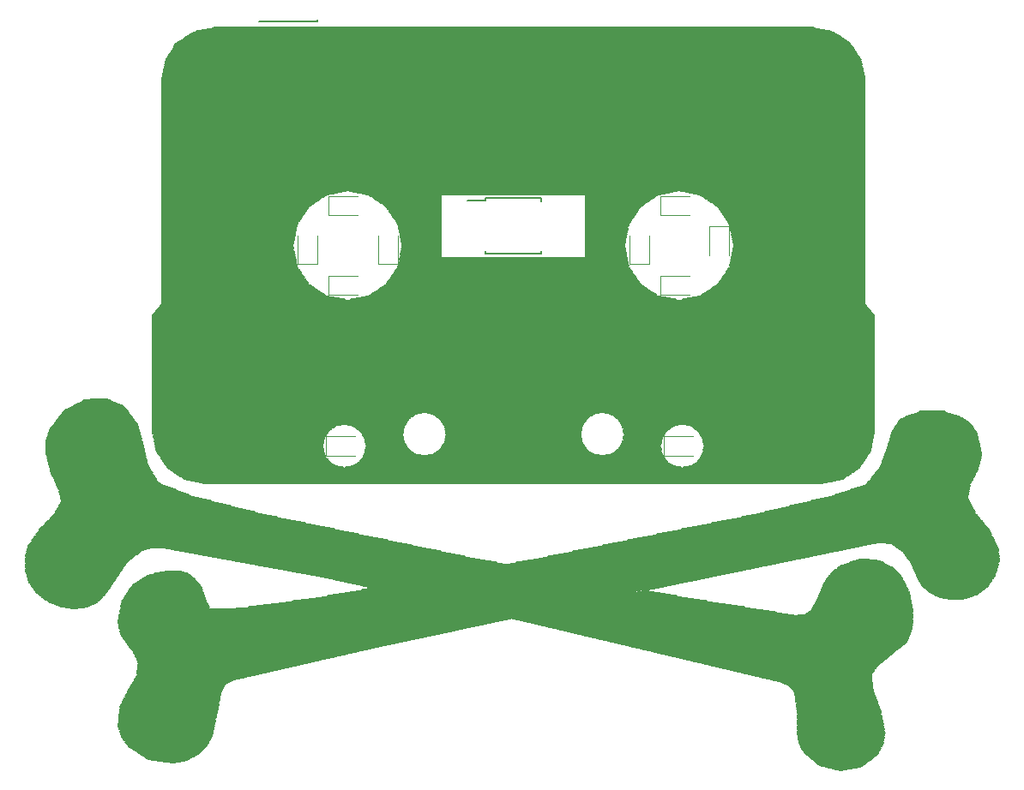
<source format=gbr>
G04 #@! TF.GenerationSoftware,KiCad,Pcbnew,(5.0.0)*
G04 #@! TF.CreationDate,2018-11-20T12:56:54-05:00*
G04 #@! TF.ProjectId,BsidesRock2019,427369646573526F636B323031392E6B,rev?*
G04 #@! TF.SameCoordinates,Original*
G04 #@! TF.FileFunction,Legend,Top*
G04 #@! TF.FilePolarity,Positive*
%FSLAX46Y46*%
G04 Gerber Fmt 4.6, Leading zero omitted, Abs format (unit mm)*
G04 Created by KiCad (PCBNEW (5.0.0)) date 11/20/18 12:56:54*
%MOMM*%
%LPD*%
G01*
G04 APERTURE LIST*
%ADD10C,0.200000*%
%ADD11C,0.150000*%
%ADD12C,0.120000*%
G04 APERTURE END LIST*
D10*
X126700000Y-37400000D02*
X126700000Y-37300000D01*
X121000000Y-37400000D02*
X126700000Y-37400000D01*
D11*
G36*
X132500000Y-93400000D02*
X145300000Y-91100000D01*
X158800000Y-93600000D01*
X145900000Y-96400000D01*
X132600000Y-93400000D01*
X132500000Y-93400000D01*
G37*
X132500000Y-93400000D02*
X145300000Y-91100000D01*
X158800000Y-93600000D01*
X145900000Y-96400000D01*
X132600000Y-93400000D01*
X132500000Y-93400000D01*
D10*
X166401881Y-92125267D02*
X166401881Y-86847915D01*
X168901872Y-86336162D02*
X168901872Y-91610830D01*
X168701877Y-86377107D02*
X168701877Y-91651988D01*
X166601876Y-92084109D02*
X166601876Y-86806971D01*
X167801881Y-91837183D02*
X167801881Y-86561339D01*
X169101878Y-86295230D02*
X169101878Y-91569684D01*
X168101880Y-86499928D02*
X168101880Y-91775451D01*
X167901873Y-86540861D02*
X167901873Y-91816598D01*
X166701879Y-86786504D02*
X166701879Y-92063536D01*
X169901870Y-86131475D02*
X169901870Y-91405062D01*
X167001877Y-92001804D02*
X167001877Y-86725093D01*
X169801879Y-91425635D02*
X169801879Y-86151942D01*
X166301877Y-86868381D02*
X166301877Y-92145841D01*
X166001879Y-92207572D02*
X166001879Y-86929792D01*
X169501880Y-86213352D02*
X169501880Y-91487367D01*
X164901876Y-87154957D02*
X164901876Y-92433925D01*
X169301873Y-86254285D02*
X169301873Y-91528513D01*
X169001875Y-91590257D02*
X169001875Y-86315696D01*
X168801880Y-91631403D02*
X168801880Y-86356628D01*
X168601873Y-91672562D02*
X168601873Y-86397573D01*
X168501882Y-86418051D02*
X168501882Y-91693147D01*
X166501872Y-86827437D02*
X166501872Y-92104682D01*
X165301878Y-87073080D02*
X165301878Y-92351620D01*
X168401878Y-91713720D02*
X168401878Y-86438518D01*
X168301875Y-86458984D02*
X168301875Y-91734293D01*
X167701878Y-86581805D02*
X167701878Y-91857756D01*
X167101881Y-86704627D02*
X167101881Y-91981231D01*
X167501871Y-86622750D02*
X167501871Y-91898926D01*
X165001880Y-92413352D02*
X165001880Y-87134491D01*
X165801872Y-92248731D02*
X165801872Y-86970725D01*
X166201874Y-92166426D02*
X166201874Y-86888860D01*
X165201875Y-92372194D02*
X165201875Y-87093547D01*
X165401882Y-92331035D02*
X165401882Y-87052602D01*
X168001876Y-91796025D02*
X168001876Y-86520395D01*
X167601874Y-91878341D02*
X167601874Y-86602284D01*
X167401879Y-91919488D02*
X167401879Y-86643204D01*
X167301876Y-86663683D02*
X167301876Y-91940073D01*
X165501873Y-87032136D02*
X165501873Y-92310462D01*
X166101870Y-86909326D02*
X166101870Y-92186999D01*
X167201872Y-91960646D02*
X167201872Y-86684149D01*
X166801871Y-92042963D02*
X166801871Y-86766038D01*
X164801873Y-92454510D02*
X164801873Y-87175436D01*
X166901874Y-86745560D02*
X166901874Y-92022378D01*
X165701880Y-86991203D02*
X165701880Y-92269316D01*
X169701875Y-86172408D02*
X169701875Y-91446209D01*
X165901875Y-86950259D02*
X165901875Y-92228145D01*
X168201871Y-91754878D02*
X168201871Y-86479462D01*
X169601872Y-91466794D02*
X169601872Y-86192886D01*
X165601877Y-92289889D02*
X165601877Y-87011669D01*
X165101871Y-87114025D02*
X165101871Y-92392779D01*
X169401877Y-91507940D02*
X169401877Y-86233819D01*
X169201882Y-91549098D02*
X169201882Y-86274763D01*
X163201877Y-92783741D02*
X163201877Y-87502944D01*
X162901879Y-87564355D02*
X162901879Y-92845473D01*
X162001872Y-93030667D02*
X162001872Y-87748576D01*
X161801877Y-93071826D02*
X161801877Y-87789520D01*
X161001873Y-93236447D02*
X161001873Y-87953286D01*
X158701877Y-99408735D02*
X158701877Y-93709738D01*
X159101879Y-88342206D02*
X159101879Y-93627422D01*
X158801880Y-99432408D02*
X158801880Y-93689153D01*
X161101876Y-87932808D02*
X161101876Y-93215862D01*
X160001874Y-93442227D02*
X160001874Y-88157985D01*
X160201881Y-93401069D02*
X160201881Y-88117041D01*
X159601872Y-93524532D02*
X159601872Y-88239862D01*
X160701874Y-88014685D02*
X160701874Y-93298179D01*
X164501875Y-87236835D02*
X164501875Y-92516230D01*
X158901872Y-88383150D02*
X158901872Y-93593604D01*
X164401871Y-92536815D02*
X164401871Y-87257313D01*
X164201876Y-92577973D02*
X164201876Y-87298257D01*
X163601879Y-92701436D02*
X163601879Y-87421067D01*
X159301874Y-88301273D02*
X159301874Y-93586263D01*
X163501876Y-87441533D02*
X163501876Y-92722010D01*
X163401872Y-92742595D02*
X163401872Y-87462012D01*
X163101874Y-87523411D02*
X163101874Y-92804314D01*
X162101875Y-87728109D02*
X162101875Y-93010094D01*
X159701876Y-88219384D02*
X159701876Y-93503947D01*
X162401874Y-92948363D02*
X162401874Y-87666699D01*
X161401875Y-93154142D02*
X161401875Y-87871409D01*
X160501879Y-88055630D02*
X160501879Y-93339337D01*
X159901871Y-88178451D02*
X159901871Y-93462800D01*
X158801880Y-88403617D02*
X158801880Y-93574991D01*
X162601880Y-92907204D02*
X162601880Y-87625766D01*
X160101878Y-88137507D02*
X160101878Y-93421642D01*
X162301870Y-87687177D02*
X162301870Y-92968948D01*
X160801878Y-93277605D02*
X160801878Y-87994219D01*
X161901880Y-87769054D02*
X161901880Y-93051252D01*
X161501878Y-87850931D02*
X161501878Y-93133557D01*
X159501881Y-88260329D02*
X159501881Y-93545105D01*
X159001875Y-99479779D02*
X159001875Y-93647995D01*
X161301871Y-87891876D02*
X161301871Y-93174716D01*
X159201870Y-93606836D02*
X159201870Y-88321739D01*
X159001875Y-88362672D02*
X159001875Y-93612205D01*
X158901872Y-99456093D02*
X158901872Y-93668568D01*
X160401876Y-93359910D02*
X160401876Y-88076096D01*
X164301880Y-87277779D02*
X164301880Y-92557388D01*
X160601871Y-93318752D02*
X160601871Y-88035152D01*
X163801874Y-92660278D02*
X163801874Y-87380123D01*
X161601882Y-93112984D02*
X161601882Y-87830465D01*
X162701872Y-87605300D02*
X162701872Y-92886631D01*
X163001870Y-92824900D02*
X163001870Y-87543889D01*
X160901881Y-87973753D02*
X160901881Y-93257020D01*
X164101873Y-87318724D02*
X164101873Y-92598558D01*
X163901878Y-87359656D02*
X163901878Y-92639705D01*
X162501877Y-87646232D02*
X162501877Y-92927789D01*
X162801875Y-92866058D02*
X162801875Y-87584833D01*
X163701871Y-87400601D02*
X163701871Y-92680863D01*
X159401877Y-93565690D02*
X159401877Y-88280807D01*
X164701881Y-87195902D02*
X164701881Y-92475083D01*
X159801879Y-93483373D02*
X159801879Y-88198918D01*
X160301873Y-88096574D02*
X160301873Y-93380495D01*
X161201880Y-93195289D02*
X161201880Y-87912342D01*
X164601878Y-92495657D02*
X164601878Y-87216368D01*
X162201879Y-92989521D02*
X162201879Y-87707643D01*
X161701873Y-87809998D02*
X161701873Y-93092411D01*
X164001881Y-92619120D02*
X164001881Y-87339178D01*
X163301881Y-87482478D02*
X163301881Y-92763168D01*
X157701878Y-88628782D02*
X157701878Y-93370244D01*
X157401880Y-88690193D02*
X157401880Y-93314404D01*
X156601876Y-98911402D02*
X156601876Y-94141847D01*
X155701881Y-89038179D02*
X155701881Y-92997990D01*
X155501874Y-98650899D02*
X155501874Y-94368200D01*
X158501870Y-99361364D02*
X158501870Y-93750885D01*
X158501870Y-88465027D02*
X158501870Y-93519151D01*
X158101880Y-88546905D02*
X158101880Y-93444698D01*
X157101881Y-88751603D02*
X157101881Y-93258576D01*
X158401878Y-88485494D02*
X158401878Y-93500537D01*
X157601875Y-99148232D02*
X157601875Y-93936079D01*
X156101871Y-88956302D02*
X156101871Y-93072443D01*
X158301875Y-99314005D02*
X158301875Y-93792043D01*
X157301876Y-99077176D02*
X157301876Y-93997811D01*
X156001879Y-88976769D02*
X156001879Y-93053830D01*
X157501871Y-88669726D02*
X157501871Y-93333030D01*
X158001877Y-88567371D02*
X158001877Y-93426084D01*
X158301875Y-88505960D02*
X158301875Y-93481924D01*
X157001878Y-99006131D02*
X157001878Y-94059542D01*
X158201872Y-99290320D02*
X158201872Y-93812616D01*
X158101880Y-99266634D02*
X158101880Y-93833189D01*
X158001877Y-99242949D02*
X158001877Y-93853763D01*
X156901874Y-88792548D02*
X156901874Y-93221350D01*
X157801882Y-99195590D02*
X157801882Y-93894921D01*
X157701878Y-99171905D02*
X157701878Y-93915494D01*
X156301877Y-98840358D02*
X156301877Y-94203579D01*
X157201873Y-99053502D02*
X157201873Y-94018396D01*
X157201873Y-88731137D02*
X157201873Y-93277190D01*
X156301877Y-88915358D02*
X156301877Y-93109658D01*
X155801872Y-89017713D02*
X155801872Y-93016603D01*
X157101881Y-99029817D02*
X157101881Y-94038969D01*
X155701881Y-98698269D02*
X155701881Y-94327054D01*
X155801872Y-98721943D02*
X155801872Y-94306469D01*
X157901873Y-99219276D02*
X157901873Y-93874348D01*
X157901873Y-88587849D02*
X157901873Y-93407483D01*
X157801882Y-88608315D02*
X157801882Y-93388858D01*
X157501871Y-99124546D02*
X157501871Y-93956664D01*
X156801871Y-88813014D02*
X156801871Y-93202737D01*
X156501872Y-88874425D02*
X156501872Y-93146897D01*
X156101871Y-98792999D02*
X156101871Y-94244749D01*
X157401880Y-99100861D02*
X157401880Y-93977238D01*
X156701879Y-98935087D02*
X156701879Y-94121274D01*
X157301876Y-88710659D02*
X157301876Y-93295791D01*
X155601877Y-89058646D02*
X155601877Y-92979377D01*
X156701879Y-88833481D02*
X156701879Y-93184123D01*
X156201874Y-88935836D02*
X156201874Y-93091057D01*
X157001878Y-88772070D02*
X157001878Y-93239951D01*
X156401881Y-98864043D02*
X156401881Y-94183005D01*
X156901874Y-98982446D02*
X156901874Y-94080116D01*
X156601876Y-88853947D02*
X156601876Y-93165498D01*
X156401881Y-88894891D02*
X156401881Y-93128283D01*
X155601877Y-98674584D02*
X155601877Y-94347627D01*
X156001879Y-98769314D02*
X156001879Y-94265322D01*
X155901876Y-98745628D02*
X155901876Y-94285895D01*
X156801871Y-98958773D02*
X156801871Y-94100701D01*
X156501872Y-98887728D02*
X156501872Y-94162432D01*
X157601875Y-88649260D02*
X157601875Y-93351643D01*
X155901876Y-88997235D02*
X155901876Y-93035205D01*
X158701877Y-88424083D02*
X158701877Y-93556377D01*
X158601873Y-99385049D02*
X158601873Y-93730311D01*
X158601873Y-88444561D02*
X158601873Y-93537764D01*
X156201874Y-98816672D02*
X156201874Y-94224164D01*
X158401878Y-99337679D02*
X158401878Y-93771458D01*
X158201872Y-88526438D02*
X158201872Y-93463311D01*
X153001871Y-98058849D02*
X153001871Y-94883386D01*
X154301880Y-89324755D02*
X154301880Y-92737404D01*
X154201876Y-98343037D02*
X154201876Y-94635711D01*
X154001881Y-98295666D02*
X154001881Y-94676858D01*
X153001871Y-89590865D02*
X153001871Y-92495443D01*
X153801875Y-98248307D02*
X153801875Y-94718016D01*
X153701871Y-98224622D02*
X153701871Y-94738601D01*
X153601880Y-89468043D02*
X153601880Y-92607111D01*
X153101874Y-98082534D02*
X153101874Y-94862076D01*
X152401874Y-89713687D02*
X152401874Y-92383763D01*
X152501877Y-89693208D02*
X152501877Y-92402376D01*
X153101874Y-89570399D02*
X153101874Y-92514056D01*
X152401874Y-97916760D02*
X152401874Y-95011291D01*
X152701872Y-97987804D02*
X152701872Y-94947339D01*
X152801876Y-98011490D02*
X152801876Y-94926029D01*
X153501876Y-89488510D02*
X153501876Y-92588498D01*
X153501876Y-98177263D02*
X153501876Y-94779760D01*
X153701871Y-89447577D02*
X153701871Y-92625736D01*
X153301881Y-98129893D02*
X153301881Y-94820906D01*
X155501874Y-89079124D02*
X155501874Y-92960764D01*
X153601880Y-98200937D02*
X153601880Y-94759174D01*
X152901879Y-89611331D02*
X152901879Y-92476830D01*
X155401870Y-98627225D02*
X155401870Y-94388785D01*
X155401870Y-89099590D02*
X155401870Y-92942150D01*
X154101873Y-89365700D02*
X154101873Y-92700189D01*
X153201878Y-98106219D02*
X153201878Y-94841491D01*
X155301879Y-89120057D02*
X155301879Y-92923537D01*
X155301879Y-98603540D02*
X155301879Y-94409358D01*
X155201875Y-98579855D02*
X155201875Y-94429932D01*
X153901878Y-89406632D02*
X153901878Y-92662951D01*
X152601881Y-97964119D02*
X152601881Y-94968660D01*
X155001880Y-98532496D02*
X155001880Y-94471102D01*
X152901879Y-98035163D02*
X152901879Y-94904696D01*
X154601878Y-89263344D02*
X154601878Y-92793244D01*
X155201875Y-89140535D02*
X155201875Y-92904936D01*
X154101873Y-98319352D02*
X154101873Y-94656285D01*
X152801876Y-89631809D02*
X152801876Y-92458216D01*
X155101872Y-89161001D02*
X155101872Y-92886310D01*
X152601881Y-89672742D02*
X152601881Y-92420990D01*
X153401873Y-98153578D02*
X153401873Y-94800333D01*
X154801873Y-89222412D02*
X154801873Y-92830482D01*
X154701870Y-98461440D02*
X154701870Y-94532821D01*
X154301880Y-98366722D02*
X154301880Y-94615138D01*
X154401871Y-89304289D02*
X154401871Y-92756029D01*
X153901878Y-98271993D02*
X153901878Y-94697443D01*
X152701872Y-89652276D02*
X152701872Y-92439603D01*
X154001881Y-89386166D02*
X154001881Y-92681576D01*
X155101872Y-98556169D02*
X155101872Y-94450505D01*
X155001880Y-89181467D02*
X155001880Y-92867697D01*
X154501875Y-89283823D02*
X154501875Y-92774642D01*
X153301881Y-89529454D02*
X153301881Y-92551283D01*
X154901877Y-98508811D02*
X154901877Y-94491675D01*
X154901877Y-89201934D02*
X154901877Y-92849084D01*
X154801873Y-98485125D02*
X154801873Y-94512248D01*
X154701870Y-89242878D02*
X154701870Y-92811857D01*
X154601878Y-98437766D02*
X154601878Y-94553407D01*
X154201876Y-89345222D02*
X154201876Y-92718791D01*
X153801875Y-89427111D02*
X153801875Y-92644349D01*
X153401873Y-89508988D02*
X153401873Y-92569896D01*
X152301870Y-97893075D02*
X152301870Y-95032613D01*
X152501877Y-97940434D02*
X152501877Y-94989970D01*
X154501875Y-98414081D02*
X154501875Y-94573980D01*
X154401871Y-98390396D02*
X154401871Y-94594553D01*
X153201878Y-89549920D02*
X153201878Y-92532658D01*
X150401876Y-90123084D02*
X150401876Y-92011509D01*
X149901871Y-97324710D02*
X149901871Y-95544223D01*
X149101879Y-97135251D02*
X149101879Y-95714760D01*
X150801878Y-90041195D02*
X150801878Y-92085950D01*
X151801877Y-97774660D02*
X151801877Y-95139185D01*
X151401875Y-97679931D02*
X151401875Y-95224459D01*
X150201881Y-97395754D02*
X150201881Y-95480271D01*
X151001873Y-90000263D02*
X151001873Y-92123189D01*
X150101878Y-97372069D02*
X150101878Y-95501592D01*
X151501879Y-97703616D02*
X151501879Y-95203150D01*
X150801878Y-97537842D02*
X150801878Y-95352365D01*
X149501881Y-97229980D02*
X149501881Y-95629498D01*
X151301872Y-89938852D02*
X151301872Y-92179029D01*
X150501880Y-90102606D02*
X150501880Y-92030110D01*
X151101877Y-97608886D02*
X151101877Y-95288412D01*
X149701876Y-90266372D02*
X149701876Y-91881216D01*
X149901871Y-90225428D02*
X149901871Y-91918442D01*
X149301874Y-97182610D02*
X149301874Y-95672117D01*
X150001874Y-90204961D02*
X150001874Y-91937056D01*
X152301870Y-89734153D02*
X152301870Y-92365150D01*
X152201879Y-97869390D02*
X152201879Y-95053923D01*
X152201879Y-89754619D02*
X152201879Y-92346536D01*
X152101875Y-89775097D02*
X152101875Y-92327935D01*
X152001872Y-97822031D02*
X152001872Y-95096566D01*
X152001872Y-89795564D02*
X152001872Y-92309310D01*
X149301874Y-90348249D02*
X149301874Y-91806763D01*
X151101877Y-89979796D02*
X151101877Y-92141802D01*
X151201880Y-97632572D02*
X151201880Y-95267103D01*
X150401876Y-97443113D02*
X150401876Y-95437639D01*
X151901880Y-97798345D02*
X151901880Y-95117875D01*
X151401875Y-89918385D02*
X151401875Y-92197642D01*
X151001873Y-97585213D02*
X151001873Y-95309734D01*
X149201871Y-97158924D02*
X149201871Y-95693439D01*
X151901880Y-89816030D02*
X151901880Y-92290697D01*
X150601871Y-90082140D02*
X150601871Y-92048736D01*
X150501880Y-97466798D02*
X150501880Y-95416318D01*
X149501881Y-90307305D02*
X149501881Y-91843989D01*
X151601870Y-97727301D02*
X151601870Y-95181828D01*
X151601870Y-89877441D02*
X151601870Y-92234857D01*
X150201881Y-90164017D02*
X150201881Y-91974282D01*
X150301873Y-90143551D02*
X150301873Y-91992896D01*
X149601873Y-97253654D02*
X149601873Y-95608164D01*
X149701876Y-97277339D02*
X149701876Y-95586855D01*
X149201871Y-90368716D02*
X149201871Y-91788149D01*
X149801879Y-90245894D02*
X149801879Y-91899829D01*
X149401878Y-90327771D02*
X149401878Y-91825376D01*
X149801879Y-97301025D02*
X149801879Y-95565545D01*
X151801877Y-89836496D02*
X151801877Y-92272083D01*
X151501879Y-89897907D02*
X151501879Y-92216243D01*
X150901882Y-90020729D02*
X150901882Y-92104564D01*
X151701874Y-97750987D02*
X151701874Y-95160519D01*
X150601871Y-97490484D02*
X150601871Y-95395008D01*
X151701874Y-89856975D02*
X151701874Y-92253482D01*
X150301873Y-97419428D02*
X150301873Y-95458949D01*
X149401878Y-97206295D02*
X149401878Y-95650807D01*
X152101875Y-97845716D02*
X152101875Y-95075244D01*
X150701875Y-90061673D02*
X150701875Y-92067349D01*
X149601873Y-90286839D02*
X149601873Y-91862602D01*
X150001874Y-97348383D02*
X150001874Y-95522902D01*
X151301872Y-97656257D02*
X151301872Y-95245781D01*
X150101878Y-90184483D02*
X150101878Y-91955657D01*
X150901882Y-97561528D02*
X150901882Y-95331055D01*
X151201880Y-89959318D02*
X151201880Y-92160403D01*
X150701875Y-97514157D02*
X150701875Y-95373675D01*
X173301880Y-85324784D02*
X173301880Y-90705418D01*
X175401881Y-90273297D02*
X175401881Y-84825278D01*
X176201873Y-90108676D02*
X176201873Y-84634987D01*
X173401872Y-90684845D02*
X173401872Y-85300992D01*
X171101876Y-85848083D02*
X171101876Y-91158124D01*
X176101882Y-84658767D02*
X176101882Y-90129249D01*
X176001878Y-90149834D02*
X176001878Y-84682560D01*
X173101874Y-85372357D02*
X173101874Y-90746576D01*
X175201875Y-90314456D02*
X175201875Y-84872850D01*
X172801875Y-90808308D02*
X172801875Y-85443710D01*
X171501878Y-85752937D02*
X171501878Y-91075819D01*
X175901875Y-84706340D02*
X175901875Y-90170407D01*
X174201876Y-90520223D02*
X174201876Y-85110701D01*
X173001882Y-90767162D02*
X173001882Y-85396149D01*
X172501877Y-85515074D02*
X172501877Y-90870040D01*
X171801876Y-91014088D02*
X171801876Y-85681584D01*
X172201878Y-90931783D02*
X172201878Y-85586439D01*
X175801871Y-90190993D02*
X175801871Y-84730132D01*
X175701880Y-84753913D02*
X175701880Y-90211566D01*
X175501873Y-84801485D02*
X175501873Y-90252712D01*
X175301878Y-84849058D02*
X175301878Y-90293871D01*
X174501874Y-85039348D02*
X174501874Y-90458492D01*
X170101877Y-86085946D02*
X170101877Y-91363904D01*
X174401871Y-90479077D02*
X174401871Y-85063141D01*
X170901881Y-85895655D02*
X170901881Y-91199282D01*
X170501879Y-85990800D02*
X170501879Y-91281587D01*
X173601879Y-90643698D02*
X173601879Y-85253431D01*
X170301872Y-86038373D02*
X170301872Y-91322745D01*
X170801878Y-91219856D02*
X170801878Y-85919436D01*
X170401876Y-91302172D02*
X170401876Y-86014593D01*
X171901880Y-85657792D02*
X171901880Y-90993503D01*
X172701872Y-85467502D02*
X172701872Y-90828893D01*
X175001880Y-90355614D02*
X175001880Y-84920423D01*
X170201881Y-91343331D02*
X170201881Y-86062165D01*
X174901876Y-84944203D02*
X174901876Y-90376187D01*
X174101872Y-85134494D02*
X174101872Y-90540797D01*
X171001873Y-91178709D02*
X171001873Y-85871875D01*
X170601871Y-91261014D02*
X170601871Y-85967008D01*
X174601878Y-90437919D02*
X174601878Y-85015568D01*
X174001881Y-90561382D02*
X174001881Y-85158286D01*
X173501875Y-85277211D02*
X173501875Y-90664272D01*
X171701873Y-85705365D02*
X171701873Y-91034661D01*
X172601880Y-90849466D02*
X172601880Y-85491294D01*
X172401873Y-90890625D02*
X172401873Y-85538867D01*
X172301882Y-85562647D02*
X172301882Y-90911198D01*
X172001871Y-90972929D02*
X172001871Y-85634000D01*
X172101875Y-85610220D02*
X172101875Y-90952356D01*
X170701874Y-85943228D02*
X170701874Y-91240441D01*
X173201877Y-90726003D02*
X173201877Y-85348576D01*
X173801874Y-90602540D02*
X173801874Y-85205858D01*
X174301879Y-85086921D02*
X174301879Y-90499650D01*
X175601876Y-90232151D02*
X175601876Y-84777705D01*
X174801873Y-90396760D02*
X174801873Y-84967995D01*
X174701881Y-84991776D02*
X174701881Y-90417334D01*
X173901877Y-85182066D02*
X173901877Y-90581955D01*
X171601881Y-91055246D02*
X171601881Y-85729157D01*
X171401874Y-91096392D02*
X171401874Y-85776718D01*
X171201879Y-91137551D02*
X171201879Y-85824302D01*
X170001874Y-91384477D02*
X170001874Y-86109726D01*
X171301871Y-85800510D02*
X171301871Y-91116978D01*
X172901879Y-85419929D02*
X172901879Y-90787735D01*
X176301877Y-84611195D02*
X176301877Y-90088103D01*
X175101871Y-84896631D02*
X175101871Y-90335029D01*
X173701870Y-85229639D02*
X173701870Y-90623113D01*
X161601882Y-81149821D02*
X161601882Y-83061480D01*
X161501878Y-64771256D02*
X161501878Y-77643750D01*
X160701874Y-83061480D02*
X160701874Y-79941584D01*
X160901881Y-64650014D02*
X160901881Y-78308210D01*
X160801878Y-38065704D02*
X160801878Y-54458964D01*
X161601882Y-77576174D02*
X161601882Y-64791461D01*
X161601882Y-38065704D02*
X161601882Y-54297300D01*
X160701874Y-54479169D02*
X160701874Y-38065704D01*
X161401875Y-77711326D02*
X161401875Y-64751051D01*
X161301871Y-54357927D02*
X161301871Y-38065704D01*
X160801878Y-78456190D02*
X160801878Y-64629797D01*
X161101876Y-64690424D02*
X161101876Y-78012239D01*
X161301871Y-64730846D02*
X161301871Y-77778901D01*
X162201879Y-38065704D02*
X162201879Y-54176058D01*
X162001872Y-81377030D02*
X162001872Y-83061480D01*
X162201879Y-77305967D02*
X162201879Y-64912714D01*
X161501878Y-83061480D02*
X161501878Y-81082923D01*
X162301870Y-64932919D02*
X162301870Y-77285643D01*
X161101876Y-54398337D02*
X161101876Y-38065704D01*
X160801878Y-80276624D02*
X160801878Y-83061480D01*
X162301870Y-54155853D02*
X162301870Y-38065704D01*
X162201879Y-81417178D02*
X162201879Y-83061480D01*
X162101875Y-83061480D02*
X162101875Y-81397104D01*
X160701874Y-64609604D02*
X160701874Y-78792382D01*
X162101875Y-64892498D02*
X162101875Y-77326290D01*
X161501878Y-54317505D02*
X161501878Y-38065692D01*
X161301871Y-83061480D02*
X161301871Y-80949137D01*
X161201880Y-38065704D02*
X161201880Y-54378132D01*
X162001872Y-77346614D02*
X162001872Y-64872293D01*
X161701873Y-64811666D02*
X161701873Y-77508599D01*
X161201880Y-80864540D02*
X161201880Y-83061480D01*
X161201880Y-77864259D02*
X161201880Y-64710641D01*
X161001873Y-78160230D02*
X161001873Y-64670231D01*
X161701873Y-83061480D02*
X161701873Y-81216708D01*
X162101875Y-54196263D02*
X162101875Y-38065692D01*
X162001872Y-38065704D02*
X162001872Y-54216480D01*
X161801877Y-77441035D02*
X161801877Y-64831883D01*
X161801877Y-38065704D02*
X161801877Y-54256890D01*
X160901881Y-83061480D02*
X160901881Y-80423606D01*
X161401875Y-38065704D02*
X161401875Y-54337722D01*
X161001873Y-80570588D02*
X161001873Y-83061492D01*
X161001873Y-38065704D02*
X161001873Y-54418554D01*
X161701873Y-54277095D02*
X161701873Y-38065704D01*
X161901880Y-83061480D02*
X161901880Y-81350505D01*
X161101876Y-83061480D02*
X161101876Y-80717558D01*
X161901880Y-64852088D02*
X161901880Y-77373459D01*
X161901880Y-54236685D02*
X161901880Y-38065704D01*
X161801877Y-81283607D02*
X161801877Y-83061480D01*
X160901881Y-54438747D02*
X160901881Y-38065692D01*
X161401875Y-81016036D02*
X161401875Y-83061492D01*
X160601871Y-79450903D02*
X160601871Y-83061480D01*
X160001874Y-38065704D02*
X160001874Y-54779131D01*
X158901872Y-38065704D02*
X158901872Y-55520991D01*
X158701877Y-83061480D02*
X158701877Y-63432892D01*
X158701877Y-38065704D02*
X158701877Y-55655869D01*
X158501870Y-38065704D02*
X158501870Y-55882471D01*
X158301875Y-38065704D02*
X158301875Y-56179025D01*
X157701878Y-38065704D02*
X157701878Y-57068674D01*
X158101880Y-83061480D02*
X158101880Y-62613182D01*
X159701876Y-83061480D02*
X159701876Y-64107306D01*
X159001875Y-83061480D02*
X159001875Y-63635215D01*
X158401878Y-38065704D02*
X158401878Y-56030748D01*
X158801880Y-38065704D02*
X158801880Y-55588424D01*
X158601873Y-83061480D02*
X158601873Y-63354566D01*
X158601873Y-38065704D02*
X158601873Y-55734194D01*
X158201872Y-83061480D02*
X158201872Y-62761459D01*
X158001877Y-38065704D02*
X158001877Y-56623856D01*
X158001877Y-83061480D02*
X158001877Y-62464905D01*
X160001874Y-83061480D02*
X160001874Y-64309641D01*
X159201870Y-38065704D02*
X159201870Y-55318668D01*
X159101879Y-83061480D02*
X159101879Y-63702660D01*
X158801880Y-83061480D02*
X158801880Y-63500337D01*
X157801882Y-38065704D02*
X157801882Y-56920409D01*
X158501870Y-83061480D02*
X158501870Y-63206289D01*
X158301875Y-83061480D02*
X158301875Y-62909735D01*
X158201872Y-38065704D02*
X158201872Y-56327302D01*
X157601875Y-38065704D02*
X157601875Y-57216951D01*
X160501879Y-38065704D02*
X160501879Y-54519578D01*
X159901871Y-83061480D02*
X159901871Y-64242196D01*
X159801879Y-83061480D02*
X159801879Y-64174751D01*
X159401877Y-83061480D02*
X159401877Y-63904983D01*
X158101880Y-38065704D02*
X158101880Y-56475579D01*
X157501871Y-38065704D02*
X157501871Y-57365228D01*
X157801882Y-83061480D02*
X157801882Y-62168351D01*
X159201870Y-83061480D02*
X159201870Y-63770105D01*
X157701878Y-83061480D02*
X157701878Y-62020086D01*
X159501881Y-83061480D02*
X159501881Y-63972428D01*
X159301874Y-38065704D02*
X159301874Y-55251223D01*
X159001875Y-38065704D02*
X159001875Y-55453546D01*
X157901873Y-83061480D02*
X157901873Y-62316628D01*
X159601872Y-38065704D02*
X159601872Y-55048899D01*
X160601871Y-79284298D02*
X160601871Y-64589387D01*
X160401876Y-83061480D02*
X160401876Y-64548977D01*
X159101879Y-38065704D02*
X159101879Y-55386101D01*
X159901871Y-38065704D02*
X159901871Y-54846564D01*
X160601871Y-38065704D02*
X160601871Y-54499374D01*
X160301873Y-38065704D02*
X160301873Y-54576808D01*
X160201881Y-83061480D02*
X160201881Y-64444519D01*
X157501871Y-83061480D02*
X157501871Y-61723532D01*
X158901872Y-83061480D02*
X158901872Y-63567782D01*
X157901873Y-38065704D02*
X157901873Y-56772133D01*
X159801879Y-38065704D02*
X159801879Y-54914009D01*
X158401878Y-83061480D02*
X158401878Y-63058012D01*
X160501879Y-83061480D02*
X160501879Y-64569182D01*
X160401876Y-38065704D02*
X160401876Y-54539795D01*
X159701876Y-38065704D02*
X159701876Y-54981454D01*
X159401877Y-38065704D02*
X159401877Y-55183778D01*
X159301874Y-83061480D02*
X159301874Y-63837538D01*
X160301873Y-83061480D02*
X160301873Y-64511964D01*
X160101878Y-83061480D02*
X160101878Y-64377074D01*
X160101878Y-38065704D02*
X160101878Y-54711686D01*
X159601872Y-83061480D02*
X159601872Y-64039873D01*
X159501881Y-38065704D02*
X159501881Y-55116333D01*
X157601875Y-83061480D02*
X157601875Y-61871809D01*
X160201881Y-38065704D02*
X160201881Y-54644241D01*
X181707907Y-68199999D02*
X110445198Y-68199999D01*
X110765366Y-66099998D02*
X181387739Y-66099998D01*
X181640177Y-66399997D02*
X110512928Y-66399997D01*
X181707907Y-67200001D02*
X110445198Y-67200001D01*
X110445198Y-67699994D02*
X181707907Y-67699994D01*
X181707907Y-69199998D02*
X110445198Y-69199998D01*
X181707907Y-69399993D02*
X110445198Y-69399993D01*
X181707907Y-66599992D02*
X110445198Y-66599992D01*
X181707907Y-68600001D02*
X110445198Y-68600001D01*
X181707907Y-67399996D02*
X110445198Y-67399996D01*
X110597074Y-66299993D02*
X181556031Y-66299993D01*
X110445198Y-66500000D02*
X181707907Y-66500000D01*
X181707907Y-66799999D02*
X110445198Y-66799999D01*
X181707907Y-67599991D02*
X110445198Y-67599991D01*
X110445198Y-69300002D02*
X181707907Y-69300002D01*
X110445198Y-69699992D02*
X181707907Y-69699992D01*
X181707907Y-70199997D02*
X110445198Y-70199997D01*
X128906220Y-64800001D02*
X111389167Y-64800001D01*
X163741758Y-64699998D02*
X180763938Y-64699998D01*
X161149235Y-64699998D02*
X131003881Y-64699998D01*
X110445198Y-69099995D02*
X181707907Y-69099995D01*
X110445198Y-69899999D02*
X181707907Y-69899999D01*
X180798706Y-65399998D02*
X111354387Y-65399998D01*
X181707907Y-67999993D02*
X110445198Y-67999993D01*
X111389167Y-64699998D02*
X128411346Y-64699998D01*
X180763938Y-64800001D02*
X163246884Y-64800001D01*
X110445198Y-68900000D02*
X181707907Y-68900000D01*
X180763938Y-65199991D02*
X111389167Y-65199991D01*
X181707907Y-68399994D02*
X110445198Y-68399994D01*
X181471885Y-66200002D02*
X110681220Y-66200002D01*
X181707907Y-66999994D02*
X110445198Y-66999994D01*
X110445198Y-68099996D02*
X181707907Y-68099996D01*
X181707907Y-68999991D02*
X110445198Y-68999991D01*
X110445198Y-67900001D02*
X181707907Y-67900001D01*
X110445198Y-68499998D02*
X181707907Y-68499998D01*
X110445198Y-66900002D02*
X181707907Y-66900002D01*
X181707907Y-70000002D02*
X110445198Y-70000002D01*
X110445198Y-70300000D02*
X181707907Y-70300000D01*
X110445198Y-68699993D02*
X181707907Y-68699993D01*
X110445198Y-67099997D02*
X181707907Y-67099997D01*
X130508996Y-64800001D02*
X161644097Y-64800001D01*
X162752022Y-64899993D02*
X180763938Y-64899993D01*
X162138971Y-64899993D02*
X130014122Y-64899993D01*
X111389167Y-64899993D02*
X129401094Y-64899993D01*
X110445198Y-67299992D02*
X181707907Y-67299992D01*
X111389167Y-65299995D02*
X180763938Y-65299995D01*
X111101949Y-65699997D02*
X181051143Y-65699997D01*
X110445198Y-66699995D02*
X181707907Y-66699995D01*
X181707907Y-67799998D02*
X110445198Y-67799998D01*
X181707907Y-68799996D02*
X110445198Y-68799996D01*
X110445198Y-70099994D02*
X181707907Y-70099994D01*
X110445198Y-69499997D02*
X181707907Y-69499997D01*
X180763938Y-64999996D02*
X111389167Y-64999996D01*
X111389167Y-65100000D02*
X180763938Y-65100000D01*
X111270241Y-65500001D02*
X180882852Y-65500001D01*
X181707907Y-70399992D02*
X110445198Y-70399992D01*
X180966998Y-65599993D02*
X111186095Y-65599993D01*
X181707907Y-69600000D02*
X110445198Y-69600000D01*
X181135289Y-65800000D02*
X111017803Y-65800000D01*
X110445198Y-68299991D02*
X181707907Y-68299991D01*
X181707907Y-69799995D02*
X110445198Y-69799995D01*
X110933657Y-65899992D02*
X181219435Y-65899992D01*
X181303593Y-65999995D02*
X110849512Y-65999995D01*
X110445198Y-67499999D02*
X181707907Y-67499999D01*
X110445198Y-70499995D02*
X181707907Y-70499995D01*
X181707907Y-70599999D02*
X110445198Y-70599999D01*
X110445198Y-73499992D02*
X181707907Y-73499992D01*
X181707907Y-70799994D02*
X110445198Y-70799994D01*
X110445198Y-70899997D02*
X181707907Y-70899997D01*
X110445198Y-72099991D02*
X181707907Y-72099991D01*
X136450666Y-76200001D02*
X110445198Y-76200001D01*
X181707907Y-71000001D02*
X110445198Y-71000001D01*
X181707907Y-73199993D02*
X110445198Y-73199993D01*
X110445198Y-72700000D02*
X181707907Y-72700000D01*
X181707907Y-74800001D02*
X110445198Y-74800001D01*
X110445198Y-71099992D02*
X181707907Y-71099992D01*
X181707907Y-71199996D02*
X110445198Y-71199996D01*
X181707907Y-72199995D02*
X110445198Y-72199995D01*
X110445198Y-71299999D02*
X181707907Y-71299999D01*
X181707907Y-71399991D02*
X110445198Y-71399991D01*
X110445198Y-76099998D02*
X136941347Y-76099998D01*
X181707907Y-73400000D02*
X110445198Y-73400000D01*
X110445198Y-73899994D02*
X181707907Y-73899994D01*
X181707907Y-71599998D02*
X110445198Y-71599998D01*
X181707907Y-74599994D02*
X110445198Y-74599994D01*
X138124877Y-76200001D02*
X154028216Y-76200001D01*
X181707907Y-71799993D02*
X110445198Y-71799993D01*
X110445198Y-71899996D02*
X181707907Y-71899996D01*
X181707907Y-72000000D02*
X110445198Y-72000000D01*
X110445198Y-72299998D02*
X181707907Y-72299998D01*
X181707907Y-72400001D02*
X110445198Y-72400001D01*
X181707907Y-73800002D02*
X110445198Y-73800002D01*
X181707907Y-72799991D02*
X110445198Y-72799991D01*
X110445198Y-75500001D02*
X181707907Y-75500001D01*
X110445198Y-74699997D02*
X181707907Y-74699997D01*
X181707907Y-75999995D02*
X110445198Y-75999995D01*
X110445198Y-72499993D02*
X181707907Y-72499993D01*
X181707907Y-72599996D02*
X110445198Y-72599996D01*
X110445198Y-72899995D02*
X181707907Y-72899995D01*
X181707907Y-72999998D02*
X110445198Y-72999998D01*
X110445198Y-73100002D02*
X181707907Y-73100002D01*
X110445198Y-75899991D02*
X181707907Y-75899991D01*
X181707907Y-75199991D02*
X110445198Y-75199991D01*
X110445198Y-75299994D02*
X181707907Y-75299994D01*
X110445198Y-74500002D02*
X181707907Y-74500002D01*
X181707907Y-74199992D02*
X110445198Y-74199992D01*
X110445198Y-75099999D02*
X181707907Y-75099999D01*
X110445198Y-75699996D02*
X181707907Y-75699996D01*
X110445198Y-73699999D02*
X181707907Y-73699999D01*
X181707907Y-75599993D02*
X110445198Y-75599993D01*
X110445198Y-74299996D02*
X181707907Y-74299996D01*
X110445198Y-73299997D02*
X181707907Y-73299997D01*
X181707907Y-74999996D02*
X110445198Y-74999996D01*
X181707907Y-74399999D02*
X110445198Y-74399999D01*
X181707907Y-75800000D02*
X110445198Y-75800000D01*
X155853840Y-76299993D02*
X181707907Y-76299993D01*
X110445198Y-74100000D02*
X181707907Y-74100000D01*
X110445198Y-70700002D02*
X181707907Y-70700002D01*
X110445198Y-71700001D02*
X181707907Y-71700001D01*
X154520144Y-76099998D02*
X137632949Y-76099998D01*
X181707907Y-73599995D02*
X110445198Y-73599995D01*
X153875817Y-76299993D02*
X138277288Y-76299993D01*
X155211758Y-76099998D02*
X181707907Y-76099998D01*
X181707907Y-75399998D02*
X110445198Y-75399998D01*
X181707907Y-76200001D02*
X155702439Y-76200001D01*
X181707907Y-73999997D02*
X110445198Y-73999997D01*
X110445198Y-71499994D02*
X181707907Y-71499994D01*
X110445198Y-74899992D02*
X181707907Y-74899992D01*
X156751151Y-77200000D02*
X162723146Y-77200000D01*
X181707907Y-77399995D02*
X163655201Y-77399995D01*
X164096135Y-77699994D02*
X181707907Y-77699994D01*
X110445198Y-77699994D02*
X128056969Y-77699994D01*
X139399966Y-77900001D02*
X152753139Y-77900001D01*
X135266660Y-77499999D02*
X130438486Y-77499999D01*
X153038765Y-77099997D02*
X139114340Y-77099997D01*
X152971189Y-77200000D02*
X139181915Y-77200000D01*
X181707907Y-77799997D02*
X164243118Y-77799997D01*
X110445198Y-77299992D02*
X128865359Y-77299992D01*
X110445198Y-76299993D02*
X136299265Y-76299993D01*
X181707907Y-76399997D02*
X156000822Y-76399997D01*
X138425268Y-76399997D02*
X153727825Y-76399997D01*
X110445198Y-76699995D02*
X135736435Y-76699995D01*
X156946667Y-77799997D02*
X161270655Y-77799997D01*
X153173916Y-76900002D02*
X138979188Y-76900002D01*
X128497904Y-77399995D02*
X110445198Y-77399995D01*
X135535751Y-76999993D02*
X110445198Y-76999993D01*
X181707907Y-77200000D02*
X162797065Y-77200000D01*
X136152283Y-76399997D02*
X110445198Y-76399997D01*
X156147804Y-76500000D02*
X181707907Y-76500000D01*
X135186363Y-77900001D02*
X130975373Y-77900001D01*
X153579845Y-76500000D02*
X138573259Y-76500000D01*
X110445198Y-76900002D02*
X135602650Y-76900002D01*
X110445198Y-76500000D02*
X136005313Y-76500000D01*
X156866370Y-77399995D02*
X161862599Y-77399995D01*
X163802183Y-77499999D02*
X181707907Y-77499999D01*
X181707907Y-76599992D02*
X156294774Y-76599992D01*
X138721239Y-76599992D02*
X153431854Y-76599992D01*
X181707907Y-77600002D02*
X163949153Y-77600002D01*
X129429959Y-77200000D02*
X135401954Y-77200000D01*
X135858330Y-76599992D02*
X110445198Y-76599992D01*
X181707907Y-76999993D02*
X156617353Y-76999993D01*
X110445198Y-77499999D02*
X128350922Y-77499999D01*
X128203939Y-77600002D02*
X110445186Y-77600002D01*
X156416669Y-76699995D02*
X181707907Y-76699995D01*
X129356040Y-77200000D02*
X110445198Y-77200000D01*
X138911613Y-76799998D02*
X153241492Y-76799998D01*
X156550467Y-76900002D02*
X181707907Y-76900002D01*
X163287746Y-77299992D02*
X181707907Y-77299992D01*
X139318647Y-77499999D02*
X152834446Y-77499999D01*
X162231218Y-77299992D02*
X156818037Y-77299992D01*
X139359306Y-77699994D02*
X152793787Y-77699994D01*
X139249479Y-77299992D02*
X152903613Y-77299992D01*
X161714619Y-77499999D02*
X156886444Y-77499999D01*
X135335067Y-77299992D02*
X129921887Y-77299992D01*
X130290506Y-77399995D02*
X135286735Y-77399995D01*
X130586466Y-77600002D02*
X135246586Y-77600002D01*
X130882438Y-77799997D02*
X135206437Y-77799997D01*
X164335269Y-77900001D02*
X181697715Y-77900001D01*
X127909987Y-77799997D02*
X110445198Y-77799997D01*
X161418647Y-77699994D02*
X156926593Y-77699994D01*
X135226512Y-77699994D02*
X130734458Y-77699994D01*
X153309056Y-76699995D02*
X138844037Y-76699995D01*
X161177719Y-77900001D02*
X156966742Y-77900001D01*
X181707907Y-76799998D02*
X156483568Y-76799998D01*
X135669537Y-76799998D02*
X110445198Y-76799998D01*
X152814122Y-77600002D02*
X139338982Y-77600002D01*
X139046764Y-76999993D02*
X153106340Y-76999993D01*
X156684252Y-77099997D02*
X181707907Y-77099997D01*
X156906519Y-77600002D02*
X161566627Y-77600002D01*
X152773463Y-77799997D02*
X139379642Y-77799997D01*
X152854770Y-77399995D02*
X139298323Y-77399995D01*
X110445198Y-77099997D02*
X135468853Y-77099997D01*
X127385524Y-78600001D02*
X110596444Y-78600001D01*
X181517367Y-78799996D02*
X164807729Y-78799996D01*
X156867902Y-78999991D02*
X160659659Y-78999991D01*
X160639347Y-79099994D02*
X156822860Y-79099994D01*
X139254338Y-79099994D02*
X152898755Y-79099994D01*
X135265068Y-78899999D02*
X131473098Y-78899999D01*
X131313252Y-78399994D02*
X135164436Y-78399994D01*
X139401783Y-78499998D02*
X152751310Y-78499998D01*
X156755498Y-79199998D02*
X160619011Y-79199998D01*
X135184569Y-78499998D02*
X131380827Y-78499998D01*
X181557444Y-78600001D02*
X164767580Y-78600001D01*
X139442537Y-78300002D02*
X152710555Y-78300002D01*
X135144314Y-78300002D02*
X131245676Y-78300002D01*
X139361028Y-78699993D02*
X152792076Y-78699993D01*
X135224813Y-78699993D02*
X131432439Y-78699993D01*
X110495728Y-78099996D02*
X127684050Y-78099996D01*
X152812459Y-78799996D02*
X139340645Y-78799996D01*
X110697172Y-79099994D02*
X127285153Y-79099994D01*
X152771693Y-78600001D02*
X139381400Y-78600001D01*
X110455437Y-77900001D02*
X127817835Y-77900001D01*
X181677676Y-77999992D02*
X164402168Y-77999992D01*
X156986816Y-77999992D02*
X161110144Y-77999992D01*
X110536019Y-78300002D02*
X127550253Y-78300002D01*
X160772277Y-78499998D02*
X156968535Y-78499998D01*
X110616590Y-78699993D02*
X127365450Y-78699993D01*
X160679995Y-78899999D02*
X156888036Y-78899999D01*
X131042949Y-77999992D02*
X135166289Y-77999992D01*
X152732803Y-77999992D02*
X139420289Y-77999992D01*
X152692144Y-78199999D02*
X139460949Y-78199999D01*
X110576311Y-78499998D02*
X127416467Y-78499998D01*
X181437212Y-79199998D02*
X164888038Y-79199998D01*
X127750937Y-77999992D02*
X110475583Y-77999992D01*
X181597522Y-78399994D02*
X164669739Y-78399994D01*
X164469055Y-78099996D02*
X181657638Y-78099996D01*
X161042580Y-78099996D02*
X157006902Y-78099996D01*
X164787655Y-78699993D02*
X181537406Y-78699993D01*
X131452774Y-78799996D02*
X135244947Y-78799996D01*
X164867952Y-79099994D02*
X181457239Y-79099994D01*
X152853214Y-78999991D02*
X139299879Y-78999991D01*
X131493434Y-78999991D02*
X135285202Y-78999991D01*
X139440625Y-78099996D02*
X152712480Y-78099996D01*
X135146202Y-78099996D02*
X131110513Y-78099996D01*
X152730939Y-78399994D02*
X139422166Y-78399994D01*
X156908158Y-78799996D02*
X160700318Y-78799996D01*
X135330257Y-79099994D02*
X131513758Y-79099994D01*
X127483366Y-78399994D02*
X110556165Y-78399994D01*
X160720654Y-78699993D02*
X156928292Y-78699993D01*
X139320262Y-78899999D02*
X152832831Y-78899999D01*
X181477289Y-78999991D02*
X164847890Y-78999991D01*
X127305227Y-78999991D02*
X110677027Y-78999991D01*
X152966794Y-79199998D02*
X139186310Y-79199998D01*
X164736637Y-78499998D02*
X181577483Y-78499998D01*
X131412115Y-78600001D02*
X135204691Y-78600001D01*
X181637599Y-78199999D02*
X164535953Y-78199999D01*
X127345376Y-78799996D02*
X110636736Y-78799996D01*
X156988669Y-78399994D02*
X160839853Y-78399994D01*
X157026977Y-78199999D02*
X160975004Y-78199999D01*
X131178100Y-78199999D02*
X135126140Y-78199999D01*
X127617151Y-78199999D02*
X110515874Y-78199999D01*
X110656881Y-78899999D02*
X127325301Y-78899999D01*
X164602852Y-78300002D02*
X181617560Y-78300002D01*
X160907429Y-78300002D02*
X157008791Y-78300002D01*
X164827803Y-78899999D02*
X181497328Y-78899999D01*
X156948414Y-78600001D02*
X160740978Y-78600001D01*
X131439316Y-80000002D02*
X136152069Y-80000002D01*
X139118272Y-79300001D02*
X153034833Y-79300001D01*
X111272142Y-80499995D02*
X127596222Y-80499995D01*
X110777743Y-79499996D02*
X127258023Y-79499996D01*
X156001036Y-80000002D02*
X160713777Y-80000002D01*
X154037552Y-80199997D02*
X138115553Y-80199997D01*
X127398911Y-80199997D02*
X111070020Y-80199997D01*
X137617436Y-80300000D02*
X154535681Y-80300000D01*
X164556883Y-80499995D02*
X180884859Y-80499995D01*
X127265066Y-79199998D02*
X110717306Y-79199998D01*
X164908113Y-79300001D02*
X181417173Y-79300001D01*
X135464957Y-79300001D02*
X131554417Y-79300001D01*
X160734160Y-80099993D02*
X155852569Y-80099993D01*
X131398562Y-80199997D02*
X136459955Y-80199997D01*
X111137394Y-80300000D02*
X127461510Y-80300000D01*
X127237901Y-79399993D02*
X110757597Y-79399993D01*
X156486086Y-79600000D02*
X160632268Y-79600000D01*
X160611884Y-79499996D02*
X156553436Y-79499996D01*
X160953849Y-80499995D02*
X131199244Y-80499995D01*
X181397135Y-79399993D02*
X164915204Y-79399993D01*
X156620786Y-79399993D02*
X160591501Y-79399993D01*
X135734368Y-79699991D02*
X131500454Y-79699991D01*
X131561603Y-79399993D02*
X135532318Y-79399993D01*
X138982194Y-79499996D02*
X153170899Y-79499996D01*
X131520837Y-79600000D02*
X135667018Y-79600000D01*
X164691595Y-80300000D02*
X181019036Y-80300000D01*
X110818034Y-79699991D02*
X127298278Y-79699991D01*
X138275993Y-80099993D02*
X153877100Y-80099993D01*
X164814571Y-79899998D02*
X181287391Y-79899998D01*
X138574970Y-79899998D02*
X153578123Y-79899998D01*
X110867899Y-79899998D02*
X127338534Y-79899998D01*
X153727611Y-80000002D02*
X138425481Y-80000002D01*
X135599668Y-79499996D02*
X131541220Y-79499996D01*
X110737464Y-79300001D02*
X127245004Y-79300001D01*
X138846116Y-79699991D02*
X153306977Y-79699991D01*
X127278156Y-79600000D02*
X110797900Y-79600000D01*
X156297981Y-79799995D02*
X160673022Y-79799995D01*
X181086125Y-80199997D02*
X164754194Y-80199997D01*
X164854827Y-79699991D02*
X181337019Y-79699991D01*
X136300536Y-80099993D02*
X131418933Y-80099993D01*
X181316980Y-79799995D02*
X164834705Y-79799995D01*
X111002647Y-80099993D02*
X127378777Y-80099993D01*
X153428635Y-79799995D02*
X138724458Y-79799995D01*
X153102872Y-79399993D02*
X139050233Y-79399993D01*
X155693150Y-80199997D02*
X160754543Y-80199997D01*
X136003590Y-79899998D02*
X131459688Y-79899998D01*
X164895070Y-79499996D02*
X181377084Y-79499996D01*
X160652639Y-79699991D02*
X156418736Y-79699991D01*
X131480083Y-79799995D02*
X135855123Y-79799995D01*
X131267283Y-80399992D02*
X160885810Y-80399992D01*
X127318412Y-79799995D02*
X110838192Y-79799995D01*
X160817771Y-80300000D02*
X155196281Y-80300000D01*
X180951948Y-80399992D02*
X164624233Y-80399992D01*
X164774315Y-80099993D02*
X181153214Y-80099993D01*
X160598688Y-79300001D02*
X156688148Y-79300001D01*
X181357057Y-79600000D02*
X164874948Y-79600000D01*
X127358656Y-80000002D02*
X110935273Y-80000002D01*
X153238938Y-79600000D02*
X138914155Y-79600000D01*
X181220302Y-80000002D02*
X164794437Y-80000002D01*
X136956824Y-80300000D02*
X131335322Y-80300000D01*
X160693405Y-79899998D02*
X156149514Y-79899998D01*
X180817770Y-80599999D02*
X164489533Y-80599999D01*
X131534081Y-79199998D02*
X135397607Y-79199998D01*
X127528860Y-80399992D02*
X111204768Y-80399992D01*
X179901882Y-40460489D02*
X179901882Y-81730730D01*
X180281061Y-81400002D02*
X163402371Y-81400002D01*
X180801877Y-80623684D02*
X180801877Y-65403763D01*
X180401875Y-81219915D02*
X180401875Y-41323246D01*
X162905514Y-81499994D02*
X180213972Y-81499994D01*
X181701873Y-66473322D02*
X181701873Y-77879237D01*
X111945867Y-81499994D02*
X129247591Y-81499994D01*
X114855885Y-82899995D02*
X177310036Y-82899995D01*
X180101877Y-40757720D02*
X180101877Y-81595590D01*
X181101876Y-65760279D02*
X181101876Y-80176513D01*
X180701874Y-42818273D02*
X180701874Y-80772745D01*
X178615295Y-82599996D02*
X113549129Y-82599996D01*
X113863049Y-82700000D02*
X178301815Y-82700000D01*
X181601881Y-78378269D02*
X181601881Y-66354491D01*
X180001873Y-81663166D02*
X180001873Y-40609110D01*
X130995139Y-80799994D02*
X161157966Y-80799994D01*
X131131205Y-80599999D02*
X161021888Y-80599999D01*
X127663572Y-80599999D02*
X111339515Y-80599999D01*
X127798272Y-80799994D02*
X111474263Y-80799994D01*
X128313445Y-81199995D02*
X111743746Y-81199995D01*
X111406889Y-80700002D02*
X127730922Y-80700002D01*
X164422183Y-80700002D02*
X180750682Y-80700002D01*
X111676372Y-81099992D02*
X128164979Y-81099992D01*
X161089927Y-80700002D02*
X131063178Y-80700002D01*
X177805931Y-82799991D02*
X114359467Y-82799991D01*
X180549416Y-81000000D02*
X164136593Y-81000000D01*
X128016512Y-81000000D02*
X111609010Y-81000000D01*
X181501878Y-66235637D02*
X181501878Y-78877288D01*
X179503329Y-81999999D02*
X112658554Y-81999999D01*
X180683593Y-80799994D02*
X164354833Y-80799994D01*
X180095368Y-81599997D02*
X112064852Y-81599997D01*
X164285060Y-80899997D02*
X180616493Y-80899997D01*
X161228416Y-80899997D02*
X130924689Y-80899997D01*
X112213272Y-81700001D02*
X179947352Y-81700001D01*
X112806985Y-82100003D02*
X179355326Y-82100003D01*
X178911303Y-82400001D02*
X113252267Y-82400001D01*
X181201879Y-80027464D02*
X181201879Y-65879121D01*
X180201880Y-81518025D02*
X180201880Y-40906341D01*
X111541625Y-80899997D02*
X127868033Y-80899997D01*
X130775188Y-81000000D02*
X161377904Y-81000000D01*
X163988126Y-81099992D02*
X180482327Y-81099992D01*
X180301872Y-41054963D02*
X180301872Y-81368964D01*
X112510122Y-81899996D02*
X179651333Y-81899996D01*
X161527393Y-81099992D02*
X130625700Y-81099992D01*
X176814152Y-82999998D02*
X115352303Y-82999998D01*
X180415238Y-81199995D02*
X163839647Y-81199995D01*
X161826370Y-81299999D02*
X130326723Y-81299999D01*
X130036809Y-81400002D02*
X162116284Y-81400002D01*
X128750722Y-81400002D02*
X111878493Y-81400002D01*
X162614412Y-81499994D02*
X129538681Y-81499994D01*
X179207322Y-82199994D02*
X112955416Y-82199994D01*
X113103836Y-82299998D02*
X179059306Y-82299998D01*
X181401874Y-79376319D02*
X181401874Y-66116806D01*
X179801878Y-81798294D02*
X179801878Y-40311880D01*
X180901881Y-65522606D02*
X180901881Y-80474635D01*
X180501879Y-41821588D02*
X180501879Y-81070866D01*
X181301871Y-65997964D02*
X181301871Y-79875339D01*
X111811120Y-81299999D02*
X128461924Y-81299999D01*
X130476211Y-81199995D02*
X161676881Y-81199995D01*
X163691180Y-81299999D02*
X180348150Y-81299999D01*
X179799348Y-81799992D02*
X112361703Y-81799992D01*
X113400698Y-82499993D02*
X178763299Y-82499993D01*
X181001872Y-80325574D02*
X181001872Y-65641436D01*
X180601870Y-80921806D02*
X180601870Y-42319931D01*
X175101871Y-38065704D02*
X175101871Y-83061492D01*
X178501881Y-39017073D02*
X178501881Y-82659661D01*
X178101879Y-38747923D02*
X178101879Y-82740314D01*
X174201876Y-83061480D02*
X174201876Y-38065692D01*
X173601879Y-83061480D02*
X173601879Y-38065692D01*
X173401872Y-83061480D02*
X173401872Y-38065692D01*
X177501871Y-38426852D02*
X177501871Y-82861307D01*
X177601874Y-82841149D02*
X177601874Y-38446927D01*
X174601878Y-83061480D02*
X174601878Y-38065692D01*
X176201873Y-83061480D02*
X176201873Y-38165993D01*
X175501873Y-38065704D02*
X175501873Y-83061492D01*
X177401879Y-82881476D02*
X177401879Y-38406790D01*
X177001877Y-82962142D02*
X177001877Y-38326528D01*
X176401880Y-83061480D02*
X176401880Y-38206118D01*
X174801873Y-83061480D02*
X174801873Y-38065692D01*
X173901877Y-38065704D02*
X173901877Y-83061492D01*
X176501872Y-38226192D02*
X176501872Y-83061480D01*
X179701875Y-40163258D02*
X179701875Y-81865857D01*
X173801874Y-83061480D02*
X173801874Y-38065692D01*
X178601873Y-82609059D02*
X178601873Y-39084352D01*
X174101872Y-38065704D02*
X174101872Y-83061492D01*
X176701879Y-38266329D02*
X176701879Y-83022638D01*
X173701870Y-38065704D02*
X173701870Y-83061492D01*
X177101881Y-38346591D02*
X177101881Y-82941972D01*
X179601872Y-81933421D02*
X179601872Y-40014637D01*
X179501880Y-39866016D02*
X179501880Y-82000985D01*
X178801880Y-82473932D02*
X178801880Y-39218933D01*
X176901874Y-38306454D02*
X176901874Y-82982299D01*
X177301876Y-38386727D02*
X177301876Y-82901646D01*
X176801870Y-83002469D02*
X176801870Y-38286391D01*
X176101882Y-38145930D02*
X176101882Y-83061492D01*
X175701880Y-38065704D02*
X175701880Y-83061492D01*
X175201875Y-83061480D02*
X175201875Y-38065692D01*
X176601875Y-83042807D02*
X176601875Y-38246266D01*
X175401881Y-83061480D02*
X175401881Y-38065692D01*
X177801881Y-82800811D02*
X177801881Y-38546063D01*
X178201871Y-82720157D02*
X178201871Y-38815213D01*
X175801871Y-83061480D02*
X175801871Y-38085719D01*
X179401877Y-82068549D02*
X179401877Y-39717406D01*
X178401878Y-82679818D02*
X178401878Y-38949783D01*
X177901872Y-38613353D02*
X177901872Y-82780653D01*
X178301874Y-38882492D02*
X178301874Y-82699976D01*
X174001881Y-83061480D02*
X174001881Y-38065692D01*
X179201882Y-82203676D02*
X179201882Y-39488084D01*
X175301878Y-38065704D02*
X175301878Y-83061492D01*
X174901876Y-38065704D02*
X174901876Y-83061492D01*
X178901871Y-39286212D02*
X178901871Y-82406368D01*
X178001876Y-82760484D02*
X178001876Y-38680632D01*
X174501874Y-38065704D02*
X174501874Y-83061492D01*
X174301879Y-38065704D02*
X174301879Y-83061492D01*
X175601876Y-83061480D02*
X175601876Y-38065692D01*
X177701877Y-38478772D02*
X177701877Y-82820980D01*
X176301877Y-38186055D02*
X176301877Y-83061480D01*
X175001880Y-83061480D02*
X175001880Y-38065692D01*
X176001878Y-83061480D02*
X176001878Y-38125856D01*
X173501875Y-38065704D02*
X173501875Y-83061492D01*
X175901875Y-38105794D02*
X175901875Y-83061480D01*
X179001875Y-82338804D02*
X179001875Y-39353502D01*
X179301873Y-39568785D02*
X179301873Y-82136113D01*
X174401871Y-83061480D02*
X174401871Y-38065692D01*
X174701881Y-38065704D02*
X174701881Y-83061492D01*
X177201872Y-82921815D02*
X177201872Y-38366665D01*
X179101878Y-39420793D02*
X179101878Y-82271240D01*
X178701876Y-39151643D02*
X178701876Y-82541495D01*
X169301873Y-38065704D02*
X169301873Y-83061492D01*
X168201871Y-83061480D02*
X168201871Y-38065692D01*
X167601874Y-83061480D02*
X167601874Y-60836864D01*
X167501871Y-38065704D02*
X167501871Y-57757034D01*
X167601874Y-38065704D02*
X167601874Y-58251908D01*
X170401876Y-83061480D02*
X170401876Y-38065692D01*
X168801880Y-83061480D02*
X168801880Y-38065692D01*
X169201882Y-83061480D02*
X169201882Y-38065692D01*
X168601873Y-83061480D02*
X168601873Y-38065692D01*
X171501878Y-38065704D02*
X171501878Y-83061492D01*
X173301880Y-38065704D02*
X173301880Y-83061492D01*
X173201877Y-83061480D02*
X173201877Y-38065692D01*
X171701873Y-38065704D02*
X171701873Y-83061492D01*
X170501879Y-38065704D02*
X170501879Y-83061492D01*
X168501882Y-38065704D02*
X168501882Y-83061492D01*
X173101874Y-38065704D02*
X173101874Y-83061492D01*
X172801875Y-83061480D02*
X172801875Y-38065692D01*
X167801881Y-83061480D02*
X167801881Y-59847117D01*
X173001882Y-83061480D02*
X173001882Y-38065692D01*
X172901879Y-38065704D02*
X172901879Y-83061492D01*
X172701872Y-38065704D02*
X172701872Y-83061492D01*
X172601880Y-83061480D02*
X172601880Y-38065692D01*
X170601871Y-83061480D02*
X170601871Y-38065692D01*
X167801881Y-38065704D02*
X167801881Y-59241656D01*
X172201878Y-83061480D02*
X172201878Y-38065692D01*
X170701874Y-38065704D02*
X170701874Y-83061492D01*
X171401874Y-83061480D02*
X171401874Y-38065692D01*
X171201879Y-83061480D02*
X171201879Y-38065692D01*
X168901872Y-38065704D02*
X168901872Y-83061492D01*
X170801878Y-83061480D02*
X170801878Y-38065692D01*
X169601872Y-83061480D02*
X169601872Y-38065692D01*
X169801879Y-83061480D02*
X169801879Y-38065692D01*
X167701878Y-83061480D02*
X167701878Y-60341991D01*
X172501877Y-38065704D02*
X172501877Y-83061492D01*
X169501880Y-38065704D02*
X169501880Y-83061492D01*
X172401873Y-83061480D02*
X172401873Y-38065692D01*
X170001874Y-83061480D02*
X170001874Y-38065692D01*
X168701877Y-38065704D02*
X168701877Y-83061492D01*
X168101880Y-38065704D02*
X168101880Y-83061492D01*
X167401879Y-83061480D02*
X167401879Y-61704610D01*
X172301882Y-38065704D02*
X172301882Y-83061492D01*
X172101875Y-38065704D02*
X172101875Y-83061492D01*
X172001871Y-83061480D02*
X172001871Y-38065692D01*
X169901870Y-38065704D02*
X169901870Y-83061492D01*
X167501871Y-83061480D02*
X167501871Y-61331738D01*
X171101876Y-38065704D02*
X171101876Y-83061492D01*
X171601881Y-83061480D02*
X171601881Y-38065692D01*
X170201881Y-83061480D02*
X170201881Y-38065692D01*
X169101878Y-38065704D02*
X169101878Y-83061492D01*
X168401878Y-83061480D02*
X168401878Y-38065692D01*
X168001876Y-83061480D02*
X168001876Y-38065692D01*
X167901873Y-38065704D02*
X167901873Y-83061492D01*
X168301875Y-38065704D02*
X168301875Y-83061492D01*
X170901881Y-38065704D02*
X170901881Y-83061492D01*
X171901880Y-38065704D02*
X171901880Y-83061492D01*
X169401877Y-83061480D02*
X169401877Y-38065692D01*
X167701878Y-38065704D02*
X167701878Y-58746782D01*
X171801876Y-83061480D02*
X171801876Y-38065692D01*
X169701875Y-38065704D02*
X169701875Y-83061492D01*
X171301871Y-38065704D02*
X171301871Y-83061492D01*
X171001873Y-83061480D02*
X171001873Y-38065692D01*
X170301872Y-38065704D02*
X170301872Y-83061492D01*
X170101877Y-38065704D02*
X170101877Y-83061492D01*
X169001875Y-83061480D02*
X169001875Y-38065692D01*
X166901874Y-38065704D02*
X166901874Y-56642778D01*
X166801871Y-38065704D02*
X166801871Y-56494501D01*
X165401882Y-38065704D02*
X165401882Y-55124944D01*
X164901876Y-54787731D02*
X164901876Y-38065692D01*
X164501875Y-83061480D02*
X164501875Y-80581670D01*
X164501875Y-54542373D02*
X164501875Y-38065704D01*
X165301878Y-38065704D02*
X165301878Y-55057499D01*
X164801873Y-38065704D02*
X164801873Y-54720298D01*
X164701881Y-54652853D02*
X164701881Y-38065704D01*
X167401879Y-38065704D02*
X167401879Y-57384162D01*
X165501873Y-83061480D02*
X165501873Y-63896383D01*
X167301876Y-83061480D02*
X167301876Y-61852887D01*
X166701879Y-38065704D02*
X166701879Y-56346224D01*
X165001880Y-38065704D02*
X165001880Y-54855176D01*
X164601878Y-80433203D02*
X164601878Y-83061492D01*
X165701880Y-83061480D02*
X165701880Y-63761493D01*
X167301876Y-38065704D02*
X167301876Y-57235885D01*
X165101871Y-83061480D02*
X165101871Y-64166151D01*
X166801871Y-83061480D02*
X166801871Y-62594260D01*
X167001877Y-38065704D02*
X167001877Y-56791055D01*
X166101870Y-83061480D02*
X166101870Y-63491725D01*
X166101870Y-38065704D02*
X166101870Y-55597036D01*
X164601878Y-38065704D02*
X164601878Y-54585408D01*
X165101871Y-38065704D02*
X165101871Y-54922621D01*
X166001879Y-38065704D02*
X166001879Y-55529603D01*
X164801873Y-79963060D02*
X164801873Y-83061480D01*
X165901875Y-38065704D02*
X165901875Y-55462158D01*
X167201872Y-83061480D02*
X167201872Y-62001164D01*
X166301877Y-83061480D02*
X166301877Y-63335644D01*
X167201872Y-38065704D02*
X167201872Y-57087608D01*
X166901874Y-83061480D02*
X166901874Y-62445983D01*
X166701879Y-83061480D02*
X166701879Y-62742536D01*
X165001880Y-83061480D02*
X165001880Y-64233584D01*
X165601877Y-38065704D02*
X165601877Y-55259834D01*
X166201874Y-38065704D02*
X166201874Y-55664481D01*
X165601877Y-83061480D02*
X165601877Y-63828938D01*
X166001879Y-83061480D02*
X166001879Y-63559170D01*
X164701881Y-64435919D02*
X164701881Y-78448030D01*
X166401881Y-83061480D02*
X166401881Y-63187367D01*
X167101881Y-83061480D02*
X167101881Y-62149441D01*
X167001877Y-83061480D02*
X167001877Y-62297718D01*
X166601876Y-83061480D02*
X166601876Y-62890813D01*
X166601876Y-38065704D02*
X166601876Y-56197947D01*
X165701880Y-38065704D02*
X165701880Y-55327268D01*
X164901876Y-83061480D02*
X164901876Y-79466203D01*
X166501872Y-83061480D02*
X166501872Y-63039090D01*
X166501872Y-38065704D02*
X166501872Y-56049670D01*
X166301877Y-38065704D02*
X166301877Y-55753128D01*
X165901875Y-83061480D02*
X165901875Y-63626615D01*
X165301878Y-83061480D02*
X165301878Y-64031261D01*
X164901876Y-64301029D02*
X164901876Y-79268951D01*
X164801873Y-78770823D02*
X164801873Y-64368474D01*
X164601878Y-78298541D02*
X164601878Y-64503352D01*
X165801872Y-38065704D02*
X165801872Y-55394713D01*
X165401882Y-83061480D02*
X165401882Y-63963816D01*
X164501875Y-64546399D02*
X164501875Y-78149053D01*
X166201874Y-83061480D02*
X166201874Y-63424280D01*
X167101881Y-38065704D02*
X167101881Y-56939332D01*
X166401881Y-38065704D02*
X166401881Y-55901393D01*
X164701881Y-83061480D02*
X164701881Y-80284725D01*
X165801872Y-83061480D02*
X165801872Y-63694048D01*
X165201875Y-38065704D02*
X165201875Y-54990066D01*
X165201875Y-83061480D02*
X165201875Y-64098706D01*
X165501873Y-38065704D02*
X165501873Y-55192389D01*
X162901879Y-64869715D02*
X162901879Y-77221357D01*
X163901878Y-54421119D02*
X163901878Y-38065692D01*
X163601879Y-38065704D02*
X163601879Y-54360504D01*
X163501876Y-64748473D02*
X163501876Y-77343645D01*
X162901879Y-83061480D02*
X162901879Y-81500730D01*
X162601880Y-77224648D02*
X162601880Y-64930330D01*
X163401872Y-38065704D02*
X163401872Y-54320094D01*
X162401874Y-81457327D02*
X162401874Y-83061480D01*
X162301870Y-83061480D02*
X162301870Y-81437253D01*
X162501877Y-64950547D02*
X162501877Y-77244983D01*
X162401874Y-77265307D02*
X162401874Y-64953124D01*
X163701871Y-54380709D02*
X163701871Y-38065704D01*
X163001870Y-77241741D02*
X163001870Y-64849510D01*
X162501877Y-83061480D02*
X162501877Y-81477401D01*
X163201877Y-77282495D02*
X163201877Y-64809088D01*
X163701871Y-83061480D02*
X163701871Y-81292789D01*
X162801875Y-38065704D02*
X162801875Y-54198852D01*
X164201876Y-80956027D02*
X164201876Y-83061480D01*
X164401871Y-38065704D02*
X164401871Y-54522168D01*
X163201877Y-81440353D02*
X163201877Y-83061492D01*
X164301880Y-54501951D02*
X164301880Y-38065692D01*
X163501876Y-83061480D02*
X163501876Y-81379964D01*
X162601880Y-38065704D02*
X162601880Y-54158431D01*
X163301881Y-83061480D02*
X163301881Y-81420219D01*
X162801875Y-77200974D02*
X162801875Y-64889920D01*
X162501877Y-54138226D02*
X162501877Y-38065704D01*
X163301881Y-64788883D02*
X163301881Y-77302878D01*
X163001870Y-38065704D02*
X163001870Y-54239262D01*
X162601880Y-81497476D02*
X162601880Y-83061480D01*
X162801875Y-81520852D02*
X162801875Y-83061480D01*
X162401874Y-38065704D02*
X162401874Y-54135648D01*
X164201876Y-77771941D02*
X164201876Y-64607026D01*
X164001881Y-77635863D02*
X164001881Y-64647436D01*
X164001881Y-38065704D02*
X164001881Y-54441336D01*
X163901878Y-83061480D02*
X163901878Y-81158077D01*
X163801874Y-81225439D02*
X163801874Y-83061480D01*
X163801874Y-77499785D02*
X163801874Y-64687846D01*
X163001870Y-81480608D02*
X163001870Y-83061492D01*
X163101874Y-83061480D02*
X163101874Y-81460475D01*
X163101874Y-64829305D02*
X163101874Y-77262124D01*
X164101873Y-83061480D02*
X164101873Y-81023377D01*
X163101874Y-54259467D02*
X163101874Y-38065704D01*
X164001881Y-81090727D02*
X164001881Y-83061480D01*
X163601879Y-81359842D02*
X163601879Y-83061480D01*
X163301881Y-54299877D02*
X163301881Y-38065692D01*
X163801874Y-38065704D02*
X163801874Y-54400926D01*
X164401871Y-80730137D02*
X164401871Y-83061480D01*
X164401871Y-77999565D02*
X164401871Y-64566604D01*
X163401872Y-77323261D02*
X163401872Y-64768678D01*
X164301880Y-83061480D02*
X164301880Y-80878616D01*
X163601879Y-77364016D02*
X163601879Y-64728256D01*
X163201877Y-38065704D02*
X163201877Y-54279672D01*
X162701872Y-54178636D02*
X162701872Y-38065704D01*
X162901879Y-54219046D02*
X162901879Y-38065692D01*
X163401872Y-81400097D02*
X163401872Y-83061480D01*
X162701872Y-83061480D02*
X162701872Y-81517550D01*
X164301880Y-64586809D02*
X164301880Y-77850076D01*
X164201876Y-38065704D02*
X164201876Y-54481746D01*
X164101873Y-64627231D02*
X164101873Y-77703902D01*
X164101873Y-54461541D02*
X164101873Y-38065704D01*
X163701871Y-64708051D02*
X163701871Y-77431746D01*
X163901878Y-64667641D02*
X163901878Y-77567824D01*
X162701872Y-64910125D02*
X162701872Y-77204312D01*
X163501876Y-54340299D02*
X163501876Y-38065704D01*
X167301876Y-95050466D02*
X167301876Y-101445389D01*
X164801873Y-100853338D02*
X164801873Y-94648623D01*
X167201872Y-101421703D02*
X167201872Y-95034383D01*
X167001877Y-101374344D02*
X167001877Y-95002240D01*
X163101874Y-94375351D02*
X163101874Y-100450747D01*
X166901874Y-94986169D02*
X166901874Y-101350659D01*
X164301880Y-94568254D02*
X164301880Y-100734923D01*
X162801875Y-100379691D02*
X162801875Y-94319499D01*
X166801871Y-101326974D02*
X166801871Y-94970086D01*
X164401871Y-100758609D02*
X164401871Y-94584326D01*
X166701879Y-94954026D02*
X166701879Y-101303300D01*
X166601876Y-101279615D02*
X166601876Y-94937943D01*
X165901875Y-94825432D02*
X165901875Y-101113841D01*
X165801872Y-101090156D02*
X165801872Y-94809360D01*
X163901878Y-94503969D02*
X163901878Y-100640206D01*
X166101870Y-94857574D02*
X166101870Y-101161200D01*
X166001879Y-101137527D02*
X166001879Y-94841515D01*
X165501873Y-94761134D02*
X165501873Y-101019112D01*
X166501872Y-94921872D02*
X166501872Y-101255930D01*
X166401881Y-101232244D02*
X166401881Y-94905800D01*
X166201874Y-101184886D02*
X166201874Y-94873658D01*
X164601878Y-100805968D02*
X164601878Y-94616468D01*
X161901880Y-94151991D02*
X161901880Y-100166559D01*
X165101871Y-94696849D02*
X165101871Y-100924382D01*
X165701880Y-94793289D02*
X165701880Y-101066483D01*
X165601877Y-101042797D02*
X165601877Y-94777218D01*
X165301878Y-94728992D02*
X165301878Y-100971741D01*
X164501875Y-94600409D02*
X164501875Y-100782294D01*
X163601879Y-100569150D02*
X163601879Y-94455743D01*
X163701871Y-94471815D02*
X163701871Y-100592835D01*
X165001880Y-100900697D02*
X165001880Y-94680766D01*
X162601880Y-100332332D02*
X162601880Y-94282284D01*
X162301870Y-94226444D02*
X162301870Y-100261288D01*
X164201876Y-100711238D02*
X164201876Y-94552183D01*
X163301881Y-94407517D02*
X163301881Y-100498094D01*
X163801874Y-100616521D02*
X163801874Y-94487898D01*
X162401874Y-100284961D02*
X162401874Y-94245046D01*
X166301877Y-94889729D02*
X166301877Y-101208571D01*
X164001881Y-100663879D02*
X164001881Y-94520040D01*
X165201875Y-100948068D02*
X165201875Y-94712920D01*
X164701881Y-94632552D02*
X164701881Y-100829653D01*
X163401872Y-100521791D02*
X163401872Y-94423600D01*
X161801877Y-100142873D02*
X161801877Y-94133378D01*
X164901876Y-94664694D02*
X164901876Y-100877012D01*
X162901879Y-94338124D02*
X162901879Y-100403376D01*
X162501877Y-94263671D02*
X162501877Y-100308647D01*
X162701872Y-94300898D02*
X162701872Y-100356017D01*
X162201879Y-100237603D02*
X162201879Y-94207831D01*
X167401879Y-101469074D02*
X167401879Y-95066537D01*
X165401882Y-100995427D02*
X165401882Y-94745063D01*
X164101873Y-94536112D02*
X164101873Y-100687565D01*
X163501876Y-94439672D02*
X163501876Y-100545476D01*
X162101875Y-94189218D02*
X162101875Y-100213917D01*
X168001876Y-101611162D02*
X168001876Y-95162977D01*
X167101881Y-95018312D02*
X167101881Y-101398018D01*
X163201877Y-100474420D02*
X163201877Y-94391446D01*
X167901873Y-95146906D02*
X167901873Y-101587489D01*
X167801881Y-101563803D02*
X167801881Y-95130835D01*
X167701878Y-95114751D02*
X167701878Y-101540118D01*
X167601874Y-101516433D02*
X167601874Y-95098680D01*
X163001870Y-100427062D02*
X163001870Y-94356737D01*
X162001872Y-100190232D02*
X162001872Y-94170593D01*
X167501871Y-95082609D02*
X167501871Y-101492747D01*
X143801875Y-96844577D02*
X143801875Y-95934343D01*
X145301879Y-96524813D02*
X145301879Y-96263574D01*
X144101873Y-96780624D02*
X144101873Y-96000196D01*
X145501874Y-96482182D02*
X145501874Y-96307476D01*
X144601879Y-90931961D02*
X144601879Y-91210484D01*
X145001881Y-91006414D02*
X145001881Y-91139725D01*
X144401872Y-96716671D02*
X144401872Y-96066037D01*
X144201877Y-96759303D02*
X144201877Y-96022135D01*
X144501875Y-96695350D02*
X144501875Y-96087988D01*
X161301871Y-94040311D02*
X161301871Y-100024458D01*
X160901881Y-93965858D02*
X160901881Y-99929729D01*
X160801878Y-99906055D02*
X160801878Y-93947257D01*
X159701876Y-93742510D02*
X159701876Y-99645552D01*
X159301874Y-93668057D02*
X159301874Y-99550823D01*
X144301880Y-90876121D02*
X144301880Y-91263544D01*
X144101873Y-90838895D02*
X144101873Y-91298918D01*
X144001870Y-96801934D02*
X144001870Y-95978233D01*
X160701874Y-93928632D02*
X160701874Y-99882370D01*
X160601871Y-99858685D02*
X160601871Y-93910018D01*
X160501879Y-93891405D02*
X160501879Y-99834999D01*
X159501881Y-93705284D02*
X159501881Y-99598194D01*
X160301873Y-93854178D02*
X160301873Y-99787641D01*
X160201881Y-99763955D02*
X160201881Y-93835565D01*
X160101878Y-93816964D02*
X160101878Y-99740282D01*
X159101879Y-93630831D02*
X159101879Y-99503464D01*
X144601879Y-96674028D02*
X144601879Y-96109928D01*
X145901876Y-96396907D02*
X145901876Y-96395268D01*
X145401871Y-96285525D02*
X145401871Y-96503491D01*
X144801874Y-90969188D02*
X144801874Y-91175098D01*
X144901877Y-90987801D02*
X144901877Y-91157411D01*
X143901878Y-90801668D02*
X143901878Y-91334291D01*
X145101872Y-91025028D02*
X145101872Y-91122038D01*
X144701870Y-90950574D02*
X144701870Y-91192785D01*
X143901878Y-96823255D02*
X143901878Y-95956294D01*
X159901871Y-93779737D02*
X159901871Y-99692923D01*
X145801872Y-96373329D02*
X145801872Y-96418229D01*
X144801874Y-96631397D02*
X144801874Y-96153830D01*
X145701881Y-96439539D02*
X145701881Y-96351366D01*
X145601877Y-96329427D02*
X145601877Y-96460860D01*
X144901877Y-96610087D02*
X144901877Y-96175781D01*
X159401877Y-99574508D02*
X159401877Y-93686670D01*
X145301879Y-91062242D02*
X145301879Y-91086652D01*
X145201876Y-96546135D02*
X145201876Y-96241634D01*
X145201876Y-91043641D02*
X145201876Y-91104351D01*
X159201870Y-99527138D02*
X159201870Y-93649444D01*
X145001881Y-96588766D02*
X145001881Y-96197732D01*
X144001870Y-90820281D02*
X144001870Y-91316604D01*
X161101876Y-94003085D02*
X161101876Y-99977100D01*
X145101872Y-96567444D02*
X145101872Y-96219671D01*
X144201877Y-90857508D02*
X144201877Y-91281231D01*
X161401875Y-100048144D02*
X161401875Y-94058925D01*
X161001873Y-99953414D02*
X161001873Y-93984471D01*
X159601872Y-99621867D02*
X159601872Y-93723897D01*
X161701873Y-94114765D02*
X161701873Y-100119188D01*
X161601882Y-100095514D02*
X161601882Y-94096151D01*
X161501878Y-94077538D02*
X161501878Y-100071829D01*
X144401872Y-90894735D02*
X144401872Y-91245857D01*
X144701870Y-96652719D02*
X144701870Y-96131891D01*
X161201880Y-100000785D02*
X161201880Y-94021698D01*
X160401876Y-99811326D02*
X160401876Y-93872804D01*
X144501875Y-90913348D02*
X144501875Y-91228170D01*
X144301880Y-96737981D02*
X144301880Y-96044086D01*
X160001874Y-99716596D02*
X160001874Y-93798350D01*
X159801879Y-99669226D02*
X159801879Y-93761112D01*
X182171339Y-109499995D02*
X174689005Y-109499995D01*
X182501888Y-106499999D02*
X174129240Y-106499999D01*
X180870890Y-110700001D02*
X176082425Y-110700001D01*
X182634997Y-108300001D02*
X174232094Y-108300001D01*
X174774588Y-109599999D02*
X182115036Y-109599999D01*
X174148554Y-107799996D02*
X182720746Y-107799996D01*
X174282233Y-108600000D02*
X182583563Y-108600000D01*
X181419347Y-110299999D02*
X175606853Y-110299999D01*
X174077748Y-105200002D02*
X182198409Y-105200002D01*
X182616158Y-107099996D02*
X174128551Y-107099996D01*
X182160625Y-105099998D02*
X174064028Y-105099998D01*
X182425701Y-106099997D02*
X174129679Y-106099997D01*
X174215393Y-108199998D02*
X182652149Y-108199998D01*
X174450999Y-109000002D02*
X182452843Y-109000002D01*
X175250172Y-110000001D02*
X181830681Y-110000001D01*
X182236182Y-105299993D02*
X174091455Y-105299993D01*
X174105186Y-105399997D02*
X182273979Y-105399997D01*
X182311432Y-105500000D02*
X174118906Y-105500000D01*
X182669301Y-108099995D02*
X174198681Y-108099995D01*
X174130250Y-105599992D02*
X182330472Y-105599992D01*
X182349525Y-105699995D02*
X174130143Y-105699995D01*
X182692333Y-107499998D02*
X174128088Y-107499998D01*
X182396540Y-109099993D02*
X174498596Y-109099993D01*
X174130024Y-105799999D02*
X182368566Y-105799999D01*
X182387607Y-105900002D02*
X174129905Y-105900002D01*
X174129798Y-105999994D02*
X182406660Y-105999994D01*
X174129573Y-106200000D02*
X182444742Y-106200000D01*
X174129347Y-106399996D02*
X182482835Y-106399996D01*
X174129121Y-106600002D02*
X182520929Y-106600002D01*
X182703594Y-107900000D02*
X174165267Y-107900000D01*
X182283945Y-109300000D02*
X174593800Y-109300000D01*
X182058744Y-109700002D02*
X174893490Y-109700002D01*
X175963535Y-110599998D02*
X181008001Y-110599998D01*
X182539970Y-106699994D02*
X174129002Y-106699994D01*
X174128896Y-106799997D02*
X182559023Y-106799997D01*
X182578064Y-106900001D02*
X174128777Y-106900001D01*
X174546204Y-109199997D02*
X182340248Y-109199997D01*
X174128670Y-106999992D02*
X182597117Y-106999992D01*
X182654251Y-107300003D02*
X174128325Y-107300003D01*
X174641409Y-109399992D02*
X182227642Y-109399992D01*
X174127981Y-107600001D02*
X182711386Y-107600001D01*
X182730427Y-107699993D02*
X174131841Y-107699993D01*
X182509134Y-108899998D02*
X174403391Y-108899998D01*
X174181968Y-108000003D02*
X182686441Y-108000003D01*
X174355795Y-108799995D02*
X182549259Y-108799995D01*
X175487952Y-110199996D02*
X181556447Y-110199996D01*
X181145113Y-110499994D02*
X175844633Y-110499994D01*
X182566411Y-108699992D02*
X174308199Y-108699992D01*
X182600704Y-108499997D02*
X174265520Y-108499997D01*
X181693570Y-110099992D02*
X175369062Y-110099992D01*
X175725743Y-110400002D02*
X181282224Y-110400002D01*
X174128207Y-107399994D02*
X182673292Y-107399994D01*
X176201327Y-110799993D02*
X180733779Y-110799993D01*
X182009485Y-104699996D02*
X174009138Y-104699996D01*
X175012380Y-109799994D02*
X182002441Y-109799994D01*
X180596668Y-110899996D02*
X176320217Y-110899996D01*
X176625822Y-110999999D02*
X180459556Y-110999999D01*
X174022858Y-104800000D02*
X182047270Y-104800000D01*
X182085055Y-104899991D02*
X174036589Y-104899991D01*
X174050297Y-104999995D02*
X182122828Y-104999995D01*
X182463795Y-106299992D02*
X174129466Y-106299992D01*
X181946150Y-109899997D02*
X175131282Y-109899997D01*
X174128432Y-107199999D02*
X182635198Y-107199999D01*
X174248807Y-108399993D02*
X182617844Y-108399993D01*
X179090202Y-111299998D02*
X177851366Y-111299998D01*
X185201874Y-97931561D02*
X185201874Y-94179216D01*
X178259885Y-111400001D02*
X178528489Y-111400001D01*
X185401881Y-97430367D02*
X185401881Y-95154306D01*
X185301878Y-94666761D02*
X185301878Y-97680964D01*
X182701871Y-107550089D02*
X182701871Y-107910037D01*
X182201878Y-100910022D02*
X182201878Y-90723818D01*
X181201879Y-110458598D02*
X181201879Y-90590983D01*
X182401873Y-100751529D02*
X182401873Y-90810600D01*
X185001879Y-98432754D02*
X185001879Y-93526302D01*
X183801874Y-99611580D02*
X183801874Y-91654661D01*
X182001871Y-104679851D02*
X182001871Y-109801003D01*
X184901876Y-93327815D02*
X184901876Y-98683350D01*
X184701881Y-92930830D02*
X184701881Y-98866858D01*
X184601877Y-98949614D02*
X184601877Y-92732344D01*
X181701873Y-101512062D02*
X181701873Y-90657406D01*
X184501874Y-92533857D02*
X184501874Y-99032359D01*
X182901878Y-91077209D02*
X182901878Y-100355305D01*
X184401870Y-99115103D02*
X184401870Y-92335359D01*
X184301879Y-92136873D02*
X184301879Y-99197847D01*
X183601879Y-99777081D02*
X183601879Y-91464644D01*
X181501878Y-101815279D02*
X181501878Y-90630834D01*
X181401874Y-102200873D02*
X181401874Y-110312744D01*
X184101872Y-91939693D02*
X184101872Y-99363348D01*
X183701882Y-91559646D02*
X183701882Y-99694325D01*
X183201877Y-100108058D02*
X183201877Y-91237174D01*
X181101876Y-90577703D02*
X181101876Y-110531531D01*
X183401872Y-99942569D02*
X183401872Y-91343818D01*
X183301880Y-91290496D02*
X183301880Y-100025314D01*
X182501876Y-100672289D02*
X182501876Y-90863934D01*
X181601881Y-103621197D02*
X181601881Y-110166867D01*
X182401873Y-105974895D02*
X182401873Y-109090526D01*
X181901879Y-101208844D02*
X181901879Y-90683966D01*
X182301881Y-105473856D02*
X182301881Y-109268143D01*
X182301881Y-100830781D02*
X182301881Y-90757291D01*
X181901879Y-104415190D02*
X181901879Y-109948069D01*
X182101874Y-104944523D02*
X182101874Y-109623387D01*
X181801876Y-104150530D02*
X181801876Y-110021001D01*
X181601881Y-101663664D02*
X181601881Y-90644114D01*
X182201878Y-105209184D02*
X182201878Y-109445759D01*
X182801875Y-100434557D02*
X182801875Y-91023899D01*
X181701873Y-103885857D02*
X181701873Y-110093934D01*
X181301871Y-90604262D02*
X181301871Y-110385665D01*
X184201875Y-99280591D02*
X184201875Y-92034695D01*
X181001872Y-110604464D02*
X181001872Y-90564411D01*
X183901877Y-91749675D02*
X183901877Y-99528848D01*
X182601880Y-107025020D02*
X182601880Y-108493166D01*
X182001871Y-101068514D02*
X182001871Y-90697246D01*
X182701871Y-100513797D02*
X182701871Y-90970566D01*
X182101874Y-100989262D02*
X182101874Y-90710526D01*
X181401874Y-101966894D02*
X181401874Y-90617554D01*
X182501876Y-106499963D02*
X182501876Y-108912898D01*
X183501875Y-91397139D02*
X183501875Y-99859825D01*
X182601880Y-100593037D02*
X182601880Y-90917244D01*
X184001880Y-99446092D02*
X184001880Y-91844678D01*
X183001882Y-100273558D02*
X183001882Y-91130543D01*
X181801876Y-101360447D02*
X181801876Y-90670686D01*
X185101871Y-93724788D02*
X185101871Y-98182157D01*
X180213616Y-111100003D02*
X177034341Y-111100003D01*
X181501878Y-103030548D02*
X181501878Y-110239800D01*
X180901881Y-90551131D02*
X180901881Y-110677397D01*
X177442847Y-111199994D02*
X179651903Y-111199994D01*
X184801872Y-98784114D02*
X184801872Y-93129317D01*
X183101873Y-91183852D02*
X183101873Y-100190802D01*
X175301878Y-95757273D02*
X175301878Y-110043487D01*
X175901875Y-94870296D02*
X175901875Y-110548137D01*
X175401881Y-110127597D02*
X175401881Y-95697489D01*
X180401875Y-111042060D02*
X180401875Y-90519653D01*
X178901871Y-91024303D02*
X178901871Y-111333518D01*
X179601872Y-111208903D02*
X179601872Y-90788804D01*
X178601873Y-111386935D02*
X178601873Y-91125233D01*
X178501881Y-91158872D02*
X178501881Y-111404729D01*
X178201871Y-111385795D02*
X178201871Y-91338330D01*
X177201872Y-111141007D02*
X177201872Y-92279008D01*
X180301872Y-90553293D02*
X180301872Y-111084276D01*
X179901882Y-90687874D02*
X179901882Y-111155498D01*
X179201882Y-111280114D02*
X179201882Y-90923373D01*
X179101878Y-90957012D02*
X179101878Y-111297907D01*
X179001875Y-111315725D02*
X179001875Y-90990664D01*
X175201875Y-109959377D02*
X175201875Y-95817068D01*
X178801880Y-111351324D02*
X178801880Y-91057942D01*
X176601875Y-110994132D02*
X176601875Y-93357059D01*
X174601878Y-109316951D02*
X174601878Y-96046616D01*
X178301874Y-91258816D02*
X178301874Y-111410276D01*
X178001876Y-111336844D02*
X178001876Y-91497368D01*
X177901872Y-91576882D02*
X177901872Y-111312363D01*
X177601874Y-111238920D02*
X177601874Y-91815434D01*
X177301876Y-92144546D02*
X177301876Y-111165488D01*
X177801881Y-111287882D02*
X177801881Y-91656407D01*
X176701879Y-93120170D02*
X176701879Y-111018613D01*
X174901876Y-95996442D02*
X174901876Y-109707058D01*
X177101881Y-92413459D02*
X177101881Y-111116526D01*
X177401879Y-111189969D02*
X177401879Y-92010095D01*
X176901874Y-92682384D02*
X176901874Y-111067575D01*
X176401880Y-110945181D02*
X176401880Y-93830861D01*
X175501873Y-95605409D02*
X175501873Y-110211708D01*
X175001880Y-109791156D02*
X175001880Y-95936647D01*
X176501872Y-93593960D02*
X176501872Y-110969650D01*
X176801870Y-111043094D02*
X176801870Y-92883270D01*
X174501874Y-96057627D02*
X174501874Y-109106871D01*
X176301877Y-94067762D02*
X176301877Y-110884578D01*
X176101882Y-94502734D02*
X176101882Y-110716345D01*
X175801871Y-110464027D02*
X175801871Y-95054077D01*
X178401878Y-111422534D02*
X178401878Y-91192524D01*
X179301873Y-90889734D02*
X179301873Y-111262320D01*
X180101877Y-90620583D02*
X180101877Y-111119887D01*
X177501871Y-91894947D02*
X177501871Y-111214438D01*
X180001873Y-111137693D02*
X180001873Y-90654223D01*
X174801873Y-109622948D02*
X174801873Y-96024606D01*
X178101879Y-91417855D02*
X178101879Y-111361326D01*
X176001878Y-110632247D02*
X176001878Y-94686515D01*
X175701880Y-95237858D02*
X175701880Y-110379928D01*
X180801877Y-110750329D02*
X180801877Y-90537851D01*
X179501880Y-90822443D02*
X179501880Y-111226709D01*
X180201880Y-111102082D02*
X180201880Y-90586932D01*
X178701876Y-91091594D02*
X178701876Y-111369130D01*
X180701874Y-90524571D02*
X180701874Y-110823262D01*
X180601870Y-110896195D02*
X180601870Y-90511279D01*
X180501879Y-90497999D02*
X180501879Y-110969128D01*
X179701875Y-90755153D02*
X179701875Y-111191098D01*
X177001877Y-111092056D02*
X177001877Y-92547933D01*
X175101871Y-95876863D02*
X175101871Y-109875278D01*
X179801878Y-111173304D02*
X179801878Y-90721525D01*
X176201873Y-110800468D02*
X176201873Y-94304663D01*
X174701881Y-96035617D02*
X174701881Y-109527030D01*
X179401877Y-111244514D02*
X179401877Y-90856094D01*
X177701877Y-91735920D02*
X177701877Y-111263401D01*
X175601876Y-110295818D02*
X175601876Y-95421639D01*
X168401878Y-101705892D02*
X168401878Y-95227275D01*
X169801879Y-102037439D02*
X169801879Y-95452297D01*
X169601872Y-101990080D02*
X169601872Y-95420155D01*
X168801880Y-101800621D02*
X168801880Y-95291560D01*
X168301875Y-95211191D02*
X168301875Y-101682206D01*
X174401871Y-108896803D02*
X174401871Y-96068639D01*
X174001881Y-104647043D02*
X174001881Y-96112672D01*
X170201881Y-102132168D02*
X170201881Y-95516594D01*
X169501880Y-95404083D02*
X169501880Y-101966395D01*
X174301879Y-96079650D02*
X174301879Y-108686723D01*
X174201876Y-108119107D02*
X174201876Y-96090649D01*
X170001874Y-102084810D02*
X170001874Y-95484452D01*
X174101872Y-96101660D02*
X174101872Y-105375884D01*
X173201877Y-103002242D02*
X173201877Y-95998794D01*
X173601879Y-103375601D02*
X173601879Y-96063092D01*
X173901877Y-96111306D02*
X173901877Y-103918190D01*
X173801874Y-103649479D02*
X173801874Y-96095246D01*
X170601871Y-102226898D02*
X170601871Y-95580892D01*
X173701870Y-96079163D02*
X173701870Y-103512534D01*
X173501875Y-96047020D02*
X173501875Y-103238668D01*
X173401872Y-103101735D02*
X173401872Y-96030949D01*
X172001871Y-102558445D02*
X172001871Y-95805914D01*
X171801876Y-102511086D02*
X171801876Y-95773772D01*
X173301880Y-96014866D02*
X173301880Y-103049934D01*
X171401874Y-102416357D02*
X171401874Y-95709474D01*
X170901881Y-95629106D02*
X170901881Y-102297942D01*
X172801875Y-102811465D02*
X172801875Y-95934497D01*
X169901870Y-95468369D02*
X169901870Y-102061124D01*
X171701873Y-95757700D02*
X171701873Y-102487401D01*
X173101874Y-95982723D02*
X173101874Y-102954551D01*
X171101876Y-95661248D02*
X171101876Y-102345301D01*
X171501878Y-95725546D02*
X171501878Y-102440030D01*
X168701877Y-95275489D02*
X168701877Y-101776936D01*
X172401873Y-102653175D02*
X172401873Y-95870212D01*
X169001875Y-101847980D02*
X169001875Y-95323703D01*
X172201878Y-102605816D02*
X172201878Y-95838069D01*
X171001873Y-102321627D02*
X171001873Y-95645177D01*
X170101877Y-95500523D02*
X170101877Y-102108495D01*
X169701875Y-95436226D02*
X169701875Y-102013765D01*
X168501882Y-95243346D02*
X168501882Y-101729577D01*
X171901880Y-95789843D02*
X171901880Y-102534772D01*
X172601880Y-102716082D02*
X172601880Y-95902354D01*
X168101880Y-95179049D02*
X168101880Y-101634848D01*
X172501877Y-95886283D02*
X172501877Y-102676860D01*
X168201871Y-101658533D02*
X168201871Y-95195132D01*
X169301873Y-95371929D02*
X169301873Y-101919024D01*
X173001882Y-102906859D02*
X173001882Y-95966652D01*
X172901879Y-95950580D02*
X172901879Y-102859168D01*
X172701872Y-95918426D02*
X172701872Y-102763773D01*
X172301882Y-95854140D02*
X172301882Y-102629501D01*
X168601873Y-101753250D02*
X168601873Y-95259405D01*
X169101878Y-95339786D02*
X169101878Y-101871665D01*
X170401876Y-102179539D02*
X170401876Y-95548749D01*
X169201882Y-101895351D02*
X169201882Y-95355857D01*
X171301871Y-95693403D02*
X171301871Y-102392671D01*
X170301872Y-95532666D02*
X170301872Y-102155854D01*
X170701874Y-95596963D02*
X170701874Y-102250583D01*
X171601881Y-102463716D02*
X171601881Y-95741617D01*
X172101875Y-95821986D02*
X172101875Y-102582130D01*
X171201879Y-102368986D02*
X171201879Y-95677320D01*
X169401877Y-101942709D02*
X169401877Y-95388000D01*
X170801878Y-102274257D02*
X170801878Y-95613023D01*
X170501879Y-95564809D02*
X170501879Y-102203213D01*
X168901872Y-95307631D02*
X168901872Y-101824295D01*
X108801870Y-90139761D02*
X108801870Y-77014164D01*
X107901875Y-75797600D02*
X107901875Y-90837540D01*
X107701880Y-75527250D02*
X107701880Y-91124402D01*
X107101871Y-75240983D02*
X107101871Y-92030098D01*
X105601879Y-94163264D02*
X105601879Y-74727234D01*
X110401878Y-89395039D02*
X110401878Y-81955479D01*
X110301874Y-81787116D02*
X110301874Y-89401774D01*
X109001877Y-89984702D02*
X109001877Y-77372675D01*
X110201871Y-89432480D02*
X110201871Y-81618753D01*
X109301875Y-78495032D02*
X109301875Y-89752101D01*
X110101879Y-81450390D02*
X110101879Y-89463185D01*
X110001876Y-89493890D02*
X110001876Y-81282039D01*
X109901872Y-80992279D02*
X109901872Y-89524584D01*
X109701877Y-80121529D02*
X109701877Y-89585995D01*
X108901874Y-77149339D02*
X108901874Y-90062232D01*
X106201876Y-93388644D02*
X106201876Y-74847633D01*
X108401880Y-90449880D02*
X108401880Y-76473464D01*
X109601874Y-89616700D02*
X109601874Y-79686153D01*
X105801874Y-93947589D02*
X105801874Y-74716378D01*
X105101873Y-74754376D02*
X105101873Y-94702444D01*
X109501870Y-79250778D02*
X109501870Y-89647418D01*
X109401879Y-89678111D02*
X109401879Y-78869151D01*
X108301877Y-76338289D02*
X108301877Y-90527410D01*
X108601875Y-90294821D02*
X108601875Y-76743814D01*
X107801871Y-90973452D02*
X107801871Y-75662425D01*
X107301878Y-75328395D02*
X107301878Y-91728199D01*
X107001879Y-92181048D02*
X107001879Y-75197283D01*
X106801873Y-92482947D02*
X106801873Y-75109870D01*
X106501874Y-74978746D02*
X106501874Y-92935795D01*
X106001881Y-93690531D02*
X106001881Y-74760209D01*
X109101880Y-77746794D02*
X109101880Y-89907172D01*
X108501872Y-76608639D02*
X108501872Y-90372350D01*
X107201874Y-91879149D02*
X107201874Y-75284683D01*
X106401871Y-93086745D02*
X106401871Y-74935045D01*
X108701879Y-76878989D02*
X108701879Y-90217291D01*
X108201873Y-90604951D02*
X108201873Y-76203125D01*
X107601876Y-91275351D02*
X107601876Y-75459508D01*
X105901877Y-74716508D02*
X105901877Y-93839746D01*
X105201877Y-94594612D02*
X105201877Y-74748948D01*
X107501873Y-75415808D02*
X107501873Y-91426301D01*
X105301880Y-74743519D02*
X105301880Y-94486769D01*
X107401869Y-91577250D02*
X107401869Y-75372096D01*
X106301879Y-74891333D02*
X106301879Y-93237694D01*
X106701881Y-75066158D02*
X106701881Y-92633896D01*
X106601878Y-92784846D02*
X106601878Y-75022458D01*
X108001878Y-90760011D02*
X108001878Y-75932775D01*
X106101872Y-74803921D02*
X106101872Y-93539581D01*
X105701870Y-74721806D02*
X105701870Y-94055432D01*
X110701876Y-82460569D02*
X110701876Y-89394980D01*
X109801881Y-89555301D02*
X109801881Y-80556916D01*
X108101870Y-76067950D02*
X108101870Y-90682481D01*
X110601873Y-89394992D02*
X110601873Y-82292205D01*
X106901876Y-75153570D02*
X106901876Y-92331997D01*
X109201872Y-89829631D02*
X109201872Y-78120901D01*
X105401872Y-94378938D02*
X105401872Y-74738091D01*
X105501875Y-74732663D02*
X105501875Y-94271107D01*
X110501869Y-82123842D02*
X110501869Y-89395015D01*
X101401877Y-95241327D02*
X101401877Y-84968886D01*
X100801880Y-94999698D02*
X100801880Y-86012954D01*
X100601873Y-94915647D02*
X100601873Y-86282389D01*
X100401878Y-77590155D02*
X100401878Y-81782484D01*
X100101880Y-78412110D02*
X100101880Y-80605356D01*
X103901880Y-74819541D02*
X103901880Y-95293021D01*
X103501878Y-74973080D02*
X103501878Y-95339335D01*
X102501879Y-75472289D02*
X102501879Y-95411388D01*
X100901871Y-95041736D02*
X100901871Y-85838948D01*
X103201879Y-95374079D02*
X103201879Y-75122841D01*
X104601880Y-94973221D02*
X104601880Y-74781530D01*
X100501870Y-94873622D02*
X100501870Y-86383877D01*
X104201878Y-95160839D02*
X104201878Y-74803244D01*
X102901881Y-75272603D02*
X102901881Y-95408811D01*
X100701876Y-94957673D02*
X100701876Y-86180889D01*
X104101875Y-74808684D02*
X104101875Y-95207747D01*
X103801876Y-95304602D02*
X103801876Y-74824969D01*
X101901870Y-75771812D02*
X101901870Y-95318631D01*
X100901871Y-76960510D02*
X100901871Y-82976301D01*
X100101880Y-94696481D02*
X100101880Y-86789842D01*
X102601871Y-95426842D02*
X102601871Y-75422365D01*
X101501880Y-76204943D02*
X101501880Y-95256780D01*
X101101878Y-95125786D02*
X101101878Y-85490914D01*
X105001870Y-94785592D02*
X105001870Y-74759805D01*
X104701872Y-74776102D02*
X104701872Y-94926314D01*
X104501877Y-74786958D02*
X104501877Y-95020117D01*
X103601869Y-95327753D02*
X103601869Y-74923155D01*
X103301871Y-75072929D02*
X103301871Y-95362497D01*
X102201881Y-95365004D02*
X102201881Y-75622051D01*
X102101877Y-75671963D02*
X102101877Y-95349538D01*
X101801879Y-95303165D02*
X101801879Y-75827153D01*
X101201870Y-95167812D02*
X101201870Y-85316897D01*
X104401873Y-95067024D02*
X104401873Y-74792387D01*
X104001871Y-95254654D02*
X104001871Y-74814112D01*
X103401874Y-95350916D02*
X103401874Y-75023004D01*
X101001875Y-76834588D02*
X101001875Y-83199328D01*
X100501870Y-77464221D02*
X100501870Y-82084216D01*
X103101876Y-75172766D02*
X103101876Y-95385660D01*
X103001872Y-95397241D02*
X103001872Y-75222690D01*
X102401876Y-95395923D02*
X102401876Y-75522202D01*
X102001874Y-95334084D02*
X102001874Y-75721888D01*
X101701875Y-75953075D02*
X101701875Y-95287700D01*
X101301873Y-95209837D02*
X101301873Y-85142880D01*
X101301873Y-76456799D02*
X101301873Y-84049897D01*
X100301875Y-94789559D02*
X100301875Y-86586854D01*
X100601873Y-77338299D02*
X100601873Y-82307243D01*
X100201871Y-78094484D02*
X100201871Y-80997732D01*
X101101878Y-76708654D02*
X101101878Y-83422343D01*
X100301875Y-77776846D02*
X100301875Y-81390108D01*
X100701876Y-77212366D02*
X100701876Y-82530259D01*
X101001875Y-95083761D02*
X101001875Y-85664931D01*
X100201871Y-94747534D02*
X100201871Y-86688354D01*
X101601872Y-95272246D02*
X101601872Y-76079009D01*
X104301870Y-74797815D02*
X104301870Y-95113932D01*
X103701873Y-74873242D02*
X103701873Y-95316184D01*
X100401878Y-94831585D02*
X100401878Y-86485366D01*
X102701874Y-75372440D02*
X102701874Y-95431973D01*
X104801875Y-94879407D02*
X104801875Y-74770673D01*
X104901878Y-74765245D02*
X104901878Y-94832499D01*
X102801877Y-95420392D02*
X102801877Y-75322527D01*
X101401877Y-76330865D02*
X101401877Y-84450006D01*
X100801880Y-77086444D02*
X100801880Y-82753286D01*
X101201870Y-76582720D02*
X101201870Y-83649789D01*
X102301872Y-75572126D02*
X102301872Y-95380457D01*
X113201879Y-89727869D02*
X113201879Y-83879040D01*
X115701870Y-84673794D02*
X115701870Y-90186004D01*
X112001873Y-89507966D02*
X112001873Y-83404716D01*
X111801878Y-89471322D02*
X111801878Y-83325677D01*
X111201870Y-89394873D02*
X111201870Y-83088515D01*
X112201880Y-89544623D02*
X112201880Y-83483778D01*
X110801880Y-89394956D02*
X110801880Y-82628932D01*
X116501874Y-84877471D02*
X116501874Y-90332606D01*
X116401870Y-90314277D02*
X116401870Y-84852004D01*
X116301879Y-84826549D02*
X116301879Y-90295949D01*
X114301869Y-84313833D02*
X114301869Y-89929444D01*
X113701872Y-84076671D02*
X113701872Y-89819499D01*
X113001872Y-89691225D02*
X113001872Y-83799990D01*
X111701875Y-83286146D02*
X111701875Y-89452993D01*
X116201875Y-90277633D02*
X116201875Y-84801093D01*
X116001880Y-90240976D02*
X116001880Y-84750171D01*
X115401872Y-90131031D02*
X115401872Y-84597428D01*
X114201878Y-89911128D02*
X114201878Y-84274314D01*
X113601881Y-89801170D02*
X113601881Y-84037140D01*
X111301873Y-83128046D02*
X111301873Y-89394861D01*
X112901881Y-83760459D02*
X112901881Y-89672897D01*
X115901877Y-84724716D02*
X115901877Y-90222648D01*
X115201877Y-90094374D02*
X115201877Y-84546506D01*
X113901879Y-84155733D02*
X113901879Y-89856155D01*
X113801876Y-89837827D02*
X113801876Y-84116202D01*
X113501877Y-83997621D02*
X113501877Y-89782842D01*
X113101876Y-83839521D02*
X113101876Y-89709553D01*
X111901870Y-83365196D02*
X111901870Y-89489638D01*
X112401875Y-89581267D02*
X112401875Y-83562828D01*
X112801877Y-89654568D02*
X112801877Y-83720928D01*
X113401874Y-89764526D02*
X113401874Y-83958102D01*
X112701874Y-83681409D02*
X112701874Y-89636240D01*
X112101877Y-83444247D02*
X112101877Y-89526295D01*
X115801873Y-90204332D02*
X115801873Y-84699261D01*
X115601878Y-90167675D02*
X115601878Y-84648338D01*
X114901878Y-84470128D02*
X114901878Y-90039402D01*
X114801875Y-90021073D02*
X114801875Y-84444661D01*
X114101874Y-84234783D02*
X114101874Y-89892800D01*
X114601880Y-89984429D02*
X114601880Y-84393751D01*
X114701871Y-84419206D02*
X114701871Y-90002745D01*
X114001871Y-89874471D02*
X114001871Y-84195252D01*
X115501875Y-84622883D02*
X115501875Y-90149359D01*
X115101873Y-84521050D02*
X115101873Y-90076058D01*
X111101878Y-83048984D02*
X111101878Y-89394897D01*
X110901871Y-82797283D02*
X110901871Y-89394932D01*
X113301871Y-83918571D02*
X113301871Y-89746198D01*
X111401876Y-89398021D02*
X111401876Y-83167565D01*
X115301880Y-84571961D02*
X115301880Y-90112703D01*
X115001870Y-90057730D02*
X115001870Y-84495595D01*
X114501876Y-84368295D02*
X114501876Y-89966101D01*
X114401873Y-89947772D02*
X114401873Y-84342828D01*
X112601870Y-89617924D02*
X112601870Y-83641890D01*
X112501879Y-83602359D02*
X112501879Y-89599596D01*
X112301872Y-83523309D02*
X112301872Y-89562951D01*
X117101871Y-85030214D02*
X117101871Y-90442551D01*
X116101872Y-84775638D02*
X116101872Y-90259305D01*
X111501880Y-83207096D02*
X111501880Y-89416349D01*
X117001879Y-90424235D02*
X117001879Y-85004771D01*
X111001875Y-89394920D02*
X111001875Y-82965658D01*
X116901876Y-84979303D02*
X116901876Y-90405907D01*
X116801872Y-90387578D02*
X116801872Y-84953836D01*
X111601871Y-89434677D02*
X111601871Y-83246627D01*
X116701881Y-84928381D02*
X116701881Y-90369250D01*
X116601877Y-90350934D02*
X116601877Y-84902926D01*
X127701879Y-78073341D02*
X127701879Y-64556638D01*
X126301878Y-38065704D02*
X126301878Y-55427996D01*
X127801871Y-83061480D02*
X127801871Y-80805339D01*
X127801871Y-64576843D02*
X127801871Y-77923852D01*
X126001880Y-83061480D02*
X126001880Y-63458442D01*
X127801871Y-54511929D02*
X127801871Y-38065704D01*
X127601876Y-83061480D02*
X127601876Y-80508393D01*
X126701880Y-38065704D02*
X126701880Y-55158227D01*
X127701879Y-80656872D02*
X127701879Y-83061480D01*
X127101870Y-38065704D02*
X127101870Y-54888459D01*
X126101872Y-83061480D02*
X126101872Y-63525887D01*
X126101872Y-38065704D02*
X126101872Y-55562874D01*
X127701879Y-38065704D02*
X127701879Y-54532134D01*
X125701870Y-38065704D02*
X125701870Y-55974564D01*
X127601876Y-64536422D02*
X127601876Y-78222829D01*
X127601876Y-54552339D02*
X127601876Y-38065704D01*
X127501872Y-80359926D02*
X127501872Y-83061480D01*
X127401881Y-83061480D02*
X127401881Y-80211447D01*
X126601877Y-83061480D02*
X126601877Y-63863100D01*
X126401870Y-83061480D02*
X126401870Y-63728210D01*
X127501872Y-78372318D02*
X127501872Y-64470069D01*
X127501872Y-38065704D02*
X127501872Y-54618691D01*
X126901875Y-38065704D02*
X126901875Y-55023337D01*
X125601878Y-83061480D02*
X125601878Y-62965920D01*
X127401881Y-64402636D02*
X127401881Y-78521818D01*
X126201875Y-38065704D02*
X126201875Y-55495429D01*
X127401881Y-54686136D02*
X127401881Y-38065704D01*
X127301877Y-79717856D02*
X127301877Y-83061480D01*
X126801872Y-83061480D02*
X126801872Y-63997978D01*
X127301877Y-79016668D02*
X127301877Y-64335191D01*
X127301877Y-38065704D02*
X127301877Y-54753581D01*
X126401870Y-38065704D02*
X126401870Y-55360551D01*
X127201874Y-83061480D02*
X127201874Y-64267746D01*
X126501873Y-83061480D02*
X126501873Y-63795655D01*
X125801873Y-38065704D02*
X125801873Y-55826287D01*
X126801872Y-38065704D02*
X126801872Y-55090782D01*
X127101870Y-83061480D02*
X127101870Y-64200301D01*
X127201874Y-38065704D02*
X127201874Y-54821014D01*
X127001879Y-83061480D02*
X127001879Y-64132856D01*
X126701880Y-83061480D02*
X126701880Y-63930533D01*
X126601877Y-38065704D02*
X126601877Y-55225672D01*
X125701870Y-83061480D02*
X125701870Y-63114185D01*
X126501873Y-38065704D02*
X126501873Y-55293106D01*
X125901877Y-83061480D02*
X125901877Y-63390997D01*
X126301878Y-83061480D02*
X126301878Y-63660765D01*
X125901877Y-38065704D02*
X125901877Y-55697764D01*
X127001879Y-38065704D02*
X127001879Y-54955904D01*
X126201875Y-83061480D02*
X126201875Y-63593332D01*
X126001880Y-38065704D02*
X126001880Y-55630319D01*
X125801873Y-83061480D02*
X125801873Y-63262462D01*
X126901875Y-83061480D02*
X126901875Y-64065423D01*
X122001873Y-83061480D02*
X122001873Y-38065692D01*
X123501877Y-38065704D02*
X123501877Y-83061492D01*
X123201879Y-83061480D02*
X123201879Y-38065692D01*
X120601872Y-83061480D02*
X120601872Y-38065692D01*
X121301873Y-38065704D02*
X121301873Y-83061492D01*
X121101878Y-38065704D02*
X121101878Y-83061492D01*
X125301880Y-83061480D02*
X125301880Y-62521089D01*
X125201876Y-38065704D02*
X125201876Y-56715948D01*
X122801877Y-83061480D02*
X122801877Y-38065692D01*
X124601879Y-83061480D02*
X124601879Y-61087497D01*
X124301881Y-83061480D02*
X124301881Y-59602887D01*
X123901879Y-38065704D02*
X123901879Y-83061492D01*
X123101875Y-38065704D02*
X123101875Y-83061492D01*
X123001872Y-83061480D02*
X123001872Y-38065692D01*
X121001874Y-83061480D02*
X121001874Y-38065692D01*
X121701875Y-38065704D02*
X121701875Y-83061492D01*
X121801878Y-83061480D02*
X121801878Y-38065692D01*
X122701873Y-38065704D02*
X122701873Y-83061492D01*
X122601870Y-83061480D02*
X122601870Y-38065692D01*
X125501875Y-83061480D02*
X125501875Y-62817643D01*
X122301871Y-38065704D02*
X122301871Y-83061492D01*
X125001881Y-83061480D02*
X125001881Y-62076259D01*
X121401876Y-83061480D02*
X121401876Y-38065692D01*
X122201880Y-83061480D02*
X122201880Y-38065692D01*
X121201881Y-83061480D02*
X121201881Y-38065692D01*
X125501875Y-38065704D02*
X125501875Y-56271118D01*
X121601871Y-83061480D02*
X121601871Y-38065692D01*
X123801876Y-83061480D02*
X123801876Y-38065692D01*
X125401871Y-83061480D02*
X125401871Y-62669366D01*
X125301880Y-38065704D02*
X125301880Y-56567671D01*
X125401871Y-38065704D02*
X125401871Y-56419394D01*
X125201876Y-83061480D02*
X125201876Y-62372812D01*
X125101873Y-38065704D02*
X125101873Y-56864225D01*
X124901878Y-83061480D02*
X124901878Y-61927982D01*
X124301881Y-38065704D02*
X124301881Y-59485886D01*
X123401874Y-83061480D02*
X123401874Y-38065692D01*
X124801874Y-83061480D02*
X124801874Y-61779705D01*
X123701872Y-38065704D02*
X123701872Y-83061492D01*
X124401872Y-83061480D02*
X124401872Y-60097749D01*
X124801874Y-38065704D02*
X124801874Y-57309056D01*
X124501876Y-38065704D02*
X124501876Y-58496138D01*
X120901871Y-38065704D02*
X120901871Y-83061492D01*
X121901870Y-38065704D02*
X121901870Y-83061492D01*
X124201877Y-83061480D02*
X124201877Y-38065692D01*
X123301870Y-38065704D02*
X123301870Y-83061492D01*
X124701871Y-83061480D02*
X124701871Y-61582371D01*
X124701871Y-38065704D02*
X124701871Y-57506378D01*
X124401872Y-38065704D02*
X124401872Y-58991012D01*
X122401875Y-83061480D02*
X122401875Y-38065692D01*
X121501880Y-38065704D02*
X121501880Y-83061492D01*
X122501878Y-38065704D02*
X122501878Y-83061492D01*
X124601879Y-38065704D02*
X124601879Y-58001264D01*
X124001871Y-83061480D02*
X124001871Y-38065692D01*
X120701876Y-38065704D02*
X120701876Y-83061492D01*
X123601881Y-83061480D02*
X123601881Y-38065692D01*
X122101876Y-38065704D02*
X122101876Y-83061492D01*
X120801879Y-83061480D02*
X120801879Y-38065692D01*
X124101874Y-38065704D02*
X124101874Y-83061492D01*
X125601878Y-38065704D02*
X125601878Y-56122841D01*
X125101873Y-83061480D02*
X125101873Y-62224535D01*
X122901880Y-38065704D02*
X122901880Y-83061492D01*
X125001881Y-38065704D02*
X125001881Y-57012502D01*
X124501876Y-83061480D02*
X124501876Y-60592623D01*
X124901878Y-38065704D02*
X124901878Y-57160779D01*
X154701870Y-38065704D02*
X154701870Y-76063057D01*
X156301877Y-38065704D02*
X156301877Y-76604826D01*
X156001879Y-38065704D02*
X156001879Y-76400721D01*
X155901876Y-83061480D02*
X155901876Y-80066781D01*
X155001880Y-83061480D02*
X155001880Y-80339115D01*
X154801873Y-38065704D02*
X154801873Y-76042733D01*
X156601876Y-83061480D02*
X156601876Y-79428073D01*
X154501875Y-38065704D02*
X154501875Y-76103716D01*
X154401871Y-38065704D02*
X154401871Y-76124040D01*
X154801873Y-83061480D02*
X154801873Y-80353429D01*
X154601878Y-38065704D02*
X154601878Y-76083380D01*
X157201873Y-38065704D02*
X157201873Y-58683637D01*
X156601876Y-38065704D02*
X156601876Y-76976854D01*
X156101871Y-83061480D02*
X156101871Y-79932070D01*
X155801872Y-83061480D02*
X155801872Y-80134131D01*
X155701881Y-38065704D02*
X155701881Y-76199883D01*
X154901877Y-83061480D02*
X154901877Y-80359249D01*
X154301880Y-38065704D02*
X154301880Y-76144375D01*
X155601877Y-38065704D02*
X155601877Y-76179500D01*
X156201874Y-38065704D02*
X156201874Y-76536787D01*
X157401880Y-83061480D02*
X157401880Y-61394872D01*
X157401880Y-38065704D02*
X157401880Y-57693889D01*
X155801872Y-38065704D02*
X155801872Y-76264643D01*
X157301876Y-83061480D02*
X157301876Y-60899998D01*
X157301876Y-38065704D02*
X157301876Y-58188763D01*
X154501875Y-83061480D02*
X154501875Y-80293206D01*
X157201873Y-83061480D02*
X157201873Y-60405124D01*
X157101881Y-83061480D02*
X157101881Y-59910250D01*
X157001878Y-83061480D02*
X157001878Y-78334355D01*
X156801871Y-83061480D02*
X156801871Y-79131127D01*
X155301879Y-83061480D02*
X155301879Y-80278738D01*
X157101881Y-38065704D02*
X157101881Y-59178511D01*
X157001878Y-38065704D02*
X157001878Y-78074992D01*
X156901874Y-83061480D02*
X156901874Y-78831224D01*
X155401870Y-83061480D02*
X155401870Y-80258616D01*
X156901874Y-38065704D02*
X156901874Y-77576863D01*
X156501872Y-38065704D02*
X156501872Y-76827366D01*
X155201875Y-83061480D02*
X155201875Y-80298872D01*
X155301879Y-38065704D02*
X155301879Y-76118362D01*
X156701879Y-38065704D02*
X156701879Y-77126343D01*
X156501872Y-83061480D02*
X156501872Y-79576552D01*
X156401881Y-38065704D02*
X156401881Y-76677878D01*
X155901876Y-38065704D02*
X155901876Y-76332682D01*
X155401870Y-38065704D02*
X155401870Y-76138745D01*
X155001880Y-38065704D02*
X155001880Y-76057224D01*
X155501874Y-83061480D02*
X155501874Y-80238494D01*
X155201875Y-38065704D02*
X155201875Y-76097991D01*
X155501874Y-38065704D02*
X155501874Y-76159128D01*
X154401871Y-83061480D02*
X154401871Y-80273131D01*
X154901877Y-38065704D02*
X154901877Y-76036841D01*
X154601878Y-83061480D02*
X154601878Y-80313280D01*
X154301880Y-83061480D02*
X154301880Y-80253057D01*
X156201874Y-83061480D02*
X156201874Y-79864720D01*
X156101871Y-38065704D02*
X156101871Y-76468760D01*
X155601877Y-83061480D02*
X155601877Y-80218360D01*
X155101872Y-83061480D02*
X155101872Y-80318993D01*
X154701870Y-83061480D02*
X154701870Y-80333354D01*
X156001879Y-83061480D02*
X156001879Y-79999431D01*
X155701881Y-83061480D02*
X155701881Y-80198239D01*
X156801871Y-38065704D02*
X156801871Y-77275831D01*
X156701879Y-83061480D02*
X156701879Y-79279606D01*
X156401881Y-83061480D02*
X156401881Y-79725019D01*
X156301877Y-83061480D02*
X156301877Y-79797370D01*
X155101872Y-38065704D02*
X155101872Y-76077607D01*
X154101873Y-83061480D02*
X154101873Y-80212908D01*
X154101873Y-38065704D02*
X154101873Y-76185023D01*
X151601870Y-83061480D02*
X151601870Y-60844051D01*
X154001881Y-83061480D02*
X154001881Y-80183462D01*
X153901878Y-83061480D02*
X153901878Y-80116563D01*
X153901878Y-38065704D02*
X153901878Y-76282389D01*
X153301881Y-83061480D02*
X153301881Y-79692496D01*
X152201879Y-38065704D02*
X152201879Y-54496214D01*
X152401874Y-38065704D02*
X152401874Y-54496214D01*
X152101875Y-83061480D02*
X152101875Y-60844051D01*
X152001872Y-83061480D02*
X152001872Y-60844051D01*
X153001871Y-54496214D02*
X153001871Y-38065704D01*
X153001871Y-60844051D02*
X153001871Y-77154590D01*
X151901880Y-38065704D02*
X151901880Y-54496214D01*
X153601880Y-83061480D02*
X153601880Y-79915879D01*
X152601881Y-38065704D02*
X152601881Y-54496214D01*
X153601880Y-38065704D02*
X153601880Y-76485116D01*
X153401873Y-83061480D02*
X153401873Y-79782094D01*
X151701874Y-83061480D02*
X151701874Y-60844051D01*
X153201878Y-83061480D02*
X153201878Y-79545514D01*
X151501879Y-83061480D02*
X151501879Y-60844051D01*
X152901879Y-77302569D02*
X152901879Y-60844051D01*
X151801877Y-83061480D02*
X151801877Y-60844051D01*
X151401875Y-38065704D02*
X151401875Y-54496214D01*
X152201879Y-83061480D02*
X152201879Y-60844051D01*
X151701874Y-38065704D02*
X151701874Y-54496214D01*
X153101874Y-77006598D02*
X153101874Y-60844051D01*
X152801876Y-54496214D02*
X152801876Y-38065704D01*
X153401873Y-38065704D02*
X153401873Y-76620256D01*
X152801876Y-83061480D02*
X152801876Y-78748076D01*
X152301870Y-83061480D02*
X152301870Y-60844051D01*
X153801875Y-83061480D02*
X153801875Y-80049665D01*
X153701871Y-83061480D02*
X153701871Y-79982778D01*
X153201878Y-60844051D02*
X153201878Y-76858618D01*
X152801876Y-60844051D02*
X152801876Y-77660225D01*
X152501877Y-38065704D02*
X152501877Y-54496214D01*
X152301870Y-38065704D02*
X152301870Y-54496214D01*
X152701872Y-38065704D02*
X152701872Y-54496214D01*
X151501879Y-38065704D02*
X151501879Y-54496214D01*
X152901879Y-79104579D02*
X152901879Y-83061480D01*
X151401875Y-83061480D02*
X151401875Y-60844051D01*
X153801875Y-38065704D02*
X153801875Y-76349965D01*
X152901879Y-38065704D02*
X152901879Y-54496214D01*
X152501877Y-83061480D02*
X152501877Y-60844051D01*
X153501876Y-83061480D02*
X153501876Y-79848981D01*
X153501876Y-38065704D02*
X153501876Y-76552692D01*
X153301881Y-38065704D02*
X153301881Y-76710638D01*
X153101874Y-79398544D02*
X153101874Y-83061492D01*
X153001871Y-83061480D02*
X153001871Y-79251562D01*
X152701872Y-78257407D02*
X152701872Y-83061492D01*
X152701872Y-78152153D02*
X152701872Y-60844051D01*
X152401874Y-83061480D02*
X152401874Y-60844051D01*
X151601870Y-38065704D02*
X151601870Y-54496214D01*
X151901880Y-83061480D02*
X151901880Y-60844051D01*
X152601881Y-83061480D02*
X152601881Y-60844051D01*
X152101875Y-38065704D02*
X152101875Y-54496214D01*
X152001872Y-38065704D02*
X152001872Y-54496214D01*
X153701871Y-38065704D02*
X153701871Y-76417541D01*
X151801877Y-38065704D02*
X151801877Y-54496214D01*
X154201876Y-83061480D02*
X154201876Y-80232983D01*
X154201876Y-38065704D02*
X154201876Y-76164699D01*
X154001881Y-38065704D02*
X154001881Y-76214814D01*
X153201878Y-54496214D02*
X153201878Y-38065704D01*
X153101874Y-38065704D02*
X153101874Y-54496214D01*
X148301875Y-83061480D02*
X148301875Y-60844051D01*
X150101878Y-38065704D02*
X150101878Y-54496214D01*
X149601873Y-38065704D02*
X149601873Y-54496214D01*
X150801878Y-83061480D02*
X150801878Y-60844051D01*
X150801878Y-38065704D02*
X150801878Y-54496214D01*
X150301873Y-83061480D02*
X150301873Y-60844051D01*
X149701876Y-38065704D02*
X149701876Y-54496214D01*
X148601874Y-38065704D02*
X148601874Y-54496214D01*
X149501881Y-83061480D02*
X149501881Y-60844051D01*
X151001873Y-83061480D02*
X151001873Y-60844051D01*
X151001873Y-38065704D02*
X151001873Y-54496214D01*
X148201872Y-83061480D02*
X148201872Y-60844051D01*
X148701877Y-83061480D02*
X148701877Y-60844051D01*
X148301875Y-38065704D02*
X148301875Y-54496214D01*
X148701877Y-38065704D02*
X148701877Y-54496214D01*
X149601873Y-83061480D02*
X149601873Y-60844051D01*
X149401878Y-83061480D02*
X149401878Y-60844051D01*
X148901872Y-38065704D02*
X148901872Y-54496214D01*
X148401879Y-83061480D02*
X148401879Y-60844051D01*
X151301872Y-83061480D02*
X151301872Y-60844051D01*
X150601871Y-38065704D02*
X150601871Y-54496214D01*
X150601871Y-83061480D02*
X150601871Y-60844051D01*
X150401876Y-38065704D02*
X150401876Y-54496214D01*
X149401878Y-38065704D02*
X149401878Y-54496214D01*
X148601874Y-83061480D02*
X148601874Y-60844051D01*
X151201880Y-38065704D02*
X151201880Y-54496214D01*
X150001874Y-38065704D02*
X150001874Y-54496214D01*
X149901871Y-38065704D02*
X149901871Y-54496214D01*
X149301874Y-38065704D02*
X149301874Y-54496214D01*
X149201871Y-38065704D02*
X149201871Y-54496214D01*
X151301872Y-38065704D02*
X151301872Y-54496214D01*
X151101877Y-38065704D02*
X151101877Y-54496214D01*
X150901882Y-83061480D02*
X150901882Y-60844051D01*
X149301874Y-83061480D02*
X149301874Y-60844051D01*
X150701875Y-38065704D02*
X150701875Y-54496214D01*
X150901882Y-38065704D02*
X150901882Y-54496214D01*
X148801881Y-38065704D02*
X148801881Y-54496214D01*
X149701876Y-83061480D02*
X149701876Y-60844051D01*
X149001876Y-83061480D02*
X149001876Y-60844051D01*
X148201872Y-38065704D02*
X148201872Y-54496214D01*
X150501880Y-83061480D02*
X150501880Y-60844051D01*
X150501880Y-38065704D02*
X150501880Y-54496214D01*
X150401876Y-83061480D02*
X150401876Y-60844051D01*
X150301873Y-38065704D02*
X150301873Y-54496214D01*
X148901872Y-83061480D02*
X148901872Y-60844051D01*
X149101879Y-83061480D02*
X149101879Y-60844051D01*
X150201881Y-83061480D02*
X150201881Y-60844051D01*
X150101878Y-83061480D02*
X150101878Y-60844051D01*
X149101879Y-38065704D02*
X149101879Y-54496214D01*
X148801881Y-83061480D02*
X148801881Y-60844051D01*
X148401879Y-38065704D02*
X148401879Y-54496214D01*
X149501881Y-38065704D02*
X149501881Y-54496214D01*
X149901871Y-83061480D02*
X149901871Y-60844051D01*
X149801879Y-83061480D02*
X149801879Y-60844051D01*
X148501870Y-38065704D02*
X148501870Y-54496214D01*
X150701875Y-83061480D02*
X150701875Y-60844051D01*
X149801879Y-38065704D02*
X149801879Y-54496214D01*
X151201880Y-83061480D02*
X151201880Y-60844051D01*
X150201881Y-38065704D02*
X150201881Y-54496214D01*
X149201871Y-83061480D02*
X149201871Y-60844051D01*
X149001876Y-38065704D02*
X149001876Y-54496214D01*
X150001874Y-83061480D02*
X150001874Y-60844051D01*
X151101877Y-83061480D02*
X151101877Y-60844051D01*
X148501870Y-83061480D02*
X148501870Y-60844051D01*
X146701880Y-38065704D02*
X146701880Y-54496214D01*
X146201874Y-38065704D02*
X146201874Y-54496214D01*
X146101871Y-38065704D02*
X146101871Y-54496214D01*
X145101872Y-38065704D02*
X145101872Y-54496214D01*
X145601877Y-38065704D02*
X145601877Y-54496214D01*
X145401871Y-83061480D02*
X145401871Y-60844051D01*
X145301879Y-38065704D02*
X145301879Y-54496214D01*
X147801870Y-38065704D02*
X147801870Y-54496214D01*
X145601877Y-83061480D02*
X145601877Y-60844051D01*
X147601875Y-38065704D02*
X147601875Y-54496214D01*
X145201876Y-83061480D02*
X145201876Y-60844051D01*
X148101880Y-83061480D02*
X148101880Y-60844051D01*
X146401881Y-83061480D02*
X146401881Y-60844051D01*
X148101880Y-38065704D02*
X148101880Y-54496214D01*
X145801872Y-83061480D02*
X145801872Y-60844051D01*
X145901876Y-83061480D02*
X145901876Y-60844051D01*
X145501874Y-83061480D02*
X145501874Y-60844051D01*
X148001877Y-83061480D02*
X148001877Y-60844051D01*
X147701878Y-83061480D02*
X147701878Y-60844051D01*
X148001877Y-38065704D02*
X148001877Y-54496214D01*
X147901873Y-83061480D02*
X147901873Y-60844051D01*
X147901873Y-38065704D02*
X147901873Y-54496214D01*
X145401871Y-38065704D02*
X145401871Y-54496214D01*
X147801870Y-83061480D02*
X147801870Y-60844051D01*
X147701878Y-38065704D02*
X147701878Y-54496214D01*
X147201873Y-38065704D02*
X147201873Y-54496214D01*
X146601876Y-38065704D02*
X146601876Y-54496214D01*
X146401881Y-38065704D02*
X146401881Y-54496214D01*
X146201874Y-83061480D02*
X146201874Y-60844051D01*
X147301877Y-38065704D02*
X147301877Y-54496214D01*
X147001878Y-38065704D02*
X147001878Y-54496214D01*
X147601875Y-83061480D02*
X147601875Y-60844051D01*
X147501872Y-38065704D02*
X147501872Y-54496214D01*
X147301877Y-83061480D02*
X147301877Y-60844051D01*
X145001881Y-83061480D02*
X145001881Y-60844051D01*
X147201873Y-83061480D02*
X147201873Y-60844051D01*
X146901875Y-83061480D02*
X146901875Y-60844051D01*
X145501874Y-38065704D02*
X145501874Y-54496214D01*
X146001879Y-83061480D02*
X146001879Y-60844051D01*
X147401880Y-38065704D02*
X147401880Y-54496214D01*
X147101882Y-83061480D02*
X147101882Y-60844051D01*
X147101882Y-38065704D02*
X147101882Y-54496214D01*
X146901875Y-38065704D02*
X146901875Y-54496214D01*
X145301879Y-83061480D02*
X145301879Y-60844051D01*
X146101871Y-83061480D02*
X146101871Y-60844051D01*
X146001879Y-38065704D02*
X146001879Y-54496214D01*
X146801871Y-83061480D02*
X146801871Y-60844051D01*
X146801871Y-38065704D02*
X146801871Y-54496214D01*
X146601876Y-83061480D02*
X146601876Y-60844051D01*
X145701881Y-83061480D02*
X145701881Y-60844051D01*
X146501873Y-83061480D02*
X146501873Y-60844051D01*
X146501873Y-38065704D02*
X146501873Y-54496214D01*
X145801872Y-38065704D02*
X145801872Y-54496214D01*
X146301878Y-83061480D02*
X146301878Y-60844051D01*
X146301878Y-38065704D02*
X146301878Y-54496214D01*
X145101872Y-83061480D02*
X145101872Y-60844051D01*
X145001881Y-38065704D02*
X145001881Y-54496214D01*
X147501872Y-83061480D02*
X147501872Y-60844051D01*
X147401880Y-83061480D02*
X147401880Y-60844051D01*
X147001878Y-83061480D02*
X147001878Y-60844051D01*
X145901876Y-38065704D02*
X145901876Y-54496214D01*
X146701880Y-83061480D02*
X146701880Y-60844051D01*
X145701881Y-38065704D02*
X145701881Y-54496214D01*
X145201876Y-38065704D02*
X145201876Y-54496214D01*
X142601881Y-83061480D02*
X142601881Y-60844051D01*
X144501875Y-38065704D02*
X144501875Y-54496214D01*
X143801875Y-83061480D02*
X143801875Y-60844051D01*
X143401873Y-83061480D02*
X143401873Y-60844051D01*
X142201879Y-83061480D02*
X142201879Y-60844051D01*
X142401874Y-38065704D02*
X142401874Y-54496214D01*
X142101876Y-38065704D02*
X142101876Y-54496214D01*
X141801877Y-38065704D02*
X141801877Y-54496214D01*
X141901881Y-83061480D02*
X141901881Y-60844051D01*
X143201878Y-83061480D02*
X143201878Y-60844051D01*
X144301880Y-38065704D02*
X144301880Y-54496214D01*
X144101873Y-38065704D02*
X144101873Y-54496214D01*
X143701871Y-83061480D02*
X143701871Y-60844051D01*
X143001871Y-83061480D02*
X143001871Y-60844051D01*
X142001872Y-83061480D02*
X142001872Y-60844051D01*
X143601880Y-83061480D02*
X143601880Y-60844051D01*
X141801877Y-83061480D02*
X141801877Y-60844051D01*
X144101873Y-83061480D02*
X144101873Y-60844051D01*
X141901881Y-38065704D02*
X141901881Y-54496214D01*
X144901877Y-38065704D02*
X144901877Y-54496214D01*
X144801874Y-38065704D02*
X144801874Y-54496214D01*
X144701870Y-83061480D02*
X144701870Y-60844051D01*
X144701870Y-38065704D02*
X144701870Y-54496214D01*
X144401872Y-83061480D02*
X144401872Y-60844051D01*
X143201878Y-38065704D02*
X143201878Y-54496214D01*
X144501875Y-83061480D02*
X144501875Y-60844051D01*
X143901878Y-38065704D02*
X143901878Y-54496214D01*
X143801875Y-38065704D02*
X143801875Y-54496214D01*
X143501876Y-83061480D02*
X143501876Y-60844051D01*
X142601881Y-38065704D02*
X142601881Y-54496214D01*
X142001872Y-38065704D02*
X142001872Y-54496214D01*
X144301880Y-83061480D02*
X144301880Y-60844051D01*
X143901878Y-83061480D02*
X143901878Y-60844051D01*
X142401874Y-83061480D02*
X142401874Y-60844051D01*
X144201877Y-38065704D02*
X144201877Y-54496214D01*
X143101875Y-38065704D02*
X143101875Y-54496214D01*
X144001870Y-83061480D02*
X144001870Y-60844051D01*
X142101876Y-83061480D02*
X142101876Y-60844051D01*
X142801876Y-38065704D02*
X142801876Y-54496214D01*
X144601879Y-83061480D02*
X144601879Y-60844051D01*
X144201877Y-83061480D02*
X144201877Y-60844051D01*
X143401873Y-38065704D02*
X143401873Y-54496214D01*
X142801876Y-83061480D02*
X142801876Y-60844051D01*
X142501878Y-38065704D02*
X142501878Y-54496214D01*
X143001871Y-38065704D02*
X143001871Y-54496214D01*
X142501878Y-83061480D02*
X142501878Y-60844051D01*
X142701873Y-83061480D02*
X142701873Y-60844051D01*
X144601879Y-38065704D02*
X144601879Y-54496214D01*
X143701871Y-38065704D02*
X143701871Y-54496214D01*
X143501876Y-38065704D02*
X143501876Y-54496214D01*
X143301881Y-83061480D02*
X143301881Y-60844051D01*
X142201879Y-38065704D02*
X142201879Y-54496214D01*
X143301881Y-38065704D02*
X143301881Y-54496214D01*
X144901877Y-83061480D02*
X144901877Y-60844051D01*
X144001870Y-38065704D02*
X144001870Y-54496214D01*
X143601880Y-38065704D02*
X143601880Y-54496214D01*
X142701873Y-38065704D02*
X142701873Y-54496214D01*
X142901880Y-83061480D02*
X142901880Y-60844051D01*
X144401872Y-38065704D02*
X144401872Y-54496214D01*
X143101875Y-83061480D02*
X143101875Y-60844051D01*
X142901880Y-38065704D02*
X142901880Y-54496214D01*
X142301871Y-38065704D02*
X142301871Y-54496214D01*
X142301871Y-83061480D02*
X142301871Y-60844051D01*
X144801874Y-83061480D02*
X144801874Y-60844051D01*
X139601873Y-38065704D02*
X139601873Y-54496214D01*
X139001876Y-83061480D02*
X139001876Y-79471061D01*
X139401878Y-60844051D02*
X139401878Y-77909396D01*
X139301874Y-77417468D02*
X139301874Y-60844051D01*
X139401878Y-54496214D02*
X139401878Y-38065704D01*
X140801879Y-83061480D02*
X140801879Y-60844051D01*
X140601872Y-83061480D02*
X140601872Y-60844051D01*
X138901873Y-79618043D02*
X138901873Y-83061480D01*
X140101878Y-38065704D02*
X140101878Y-54496214D01*
X140601872Y-38065704D02*
X140601872Y-54496214D01*
X140301873Y-83061480D02*
X140301873Y-60844051D01*
X140701875Y-83061480D02*
X140701875Y-60844051D01*
X140201870Y-38065704D02*
X140201870Y-54496214D01*
X139201871Y-83061480D02*
X139201871Y-79177108D01*
X139801880Y-83061480D02*
X139801880Y-60844051D01*
X139101879Y-79324090D02*
X139101879Y-83061480D01*
X139701876Y-83061480D02*
X139701876Y-60844051D01*
X141701874Y-83061480D02*
X141701874Y-60844051D01*
X141701874Y-38065704D02*
X141701874Y-54496214D01*
X141601870Y-83061480D02*
X141601870Y-60844051D01*
X141601870Y-38065704D02*
X141601870Y-54496214D01*
X140001875Y-38065704D02*
X140001875Y-54496214D01*
X141501879Y-83061480D02*
X141501879Y-60844051D01*
X141501879Y-38065704D02*
X141501879Y-54496214D01*
X140301873Y-38065704D02*
X140301873Y-54496214D01*
X139201871Y-54496214D02*
X139201871Y-38065704D01*
X141401875Y-83061480D02*
X141401875Y-60844051D01*
X139501881Y-38065704D02*
X139501881Y-54496214D01*
X138801881Y-79748217D02*
X138801881Y-83061492D01*
X141401875Y-38065704D02*
X141401875Y-54496214D01*
X141301872Y-83061480D02*
X141301872Y-60844051D01*
X141301872Y-38065704D02*
X141301872Y-54496214D01*
X139001876Y-54496214D02*
X139001876Y-38065704D01*
X139401878Y-83061480D02*
X139401878Y-78499546D01*
X140001875Y-83061480D02*
X140001875Y-60844051D01*
X141201880Y-83061480D02*
X141201880Y-60844051D01*
X141201880Y-38065704D02*
X141201880Y-54496214D01*
X139201871Y-60844051D02*
X139201871Y-77229542D01*
X141101877Y-83061480D02*
X141101877Y-60844051D01*
X141101877Y-38065704D02*
X141101877Y-54496214D01*
X141001874Y-83061480D02*
X141001874Y-60844051D01*
X139901871Y-38065704D02*
X139901871Y-54496214D01*
X139501881Y-83061480D02*
X139501881Y-60844051D01*
X139301874Y-78990227D02*
X139301874Y-83061492D01*
X139301874Y-38065704D02*
X139301874Y-54496214D01*
X141001874Y-38065704D02*
X141001874Y-54496214D01*
X140901870Y-83061480D02*
X140901870Y-60844051D01*
X140801879Y-38065704D02*
X140801879Y-54496214D01*
X140701875Y-38065704D02*
X140701875Y-54496214D01*
X139801880Y-38065704D02*
X139801880Y-54496214D01*
X139101879Y-77081562D02*
X139101879Y-60844051D01*
X140501880Y-83061480D02*
X140501880Y-60844051D01*
X140501880Y-38065704D02*
X140501880Y-54496214D01*
X139901871Y-83061480D02*
X139901871Y-60844051D01*
X139701876Y-38065704D02*
X139701876Y-54496214D01*
X139601873Y-83061480D02*
X139601873Y-60844051D01*
X139101879Y-38065704D02*
X139101879Y-54496214D01*
X140401877Y-38065704D02*
X140401877Y-54496214D01*
X140201870Y-83061480D02*
X140201870Y-60844051D01*
X140101878Y-83061480D02*
X140101878Y-60844051D01*
X139001876Y-60844051D02*
X139001876Y-76933570D01*
X138901873Y-76785590D02*
X138901873Y-38065704D01*
X140901870Y-38065704D02*
X140901870Y-54496214D01*
X140401877Y-83061480D02*
X140401877Y-60844051D01*
X135801873Y-79764134D02*
X135801873Y-83061480D01*
X138001877Y-80222815D02*
X138001877Y-83061480D01*
X138001877Y-76174986D02*
X138001877Y-38065692D01*
X137101870Y-76067285D02*
X137101870Y-38065704D01*
X136501873Y-76189560D02*
X136501873Y-38065704D01*
X135701881Y-76751654D02*
X135701881Y-38065704D01*
X137301877Y-76032696D02*
X137301877Y-38065704D01*
X136201875Y-76366250D02*
X136201875Y-38065692D01*
X136401870Y-80168246D02*
X136401870Y-83061480D01*
X137201873Y-76046902D02*
X137201873Y-38065704D01*
X136801872Y-80268808D02*
X136801872Y-83061480D01*
X137101870Y-80329185D02*
X137101870Y-83061480D01*
X136701880Y-76148794D02*
X136701880Y-38065692D01*
X135801873Y-76638406D02*
X135801873Y-38065704D01*
X135701881Y-79651753D02*
X135701881Y-83061480D01*
X135601878Y-79503275D02*
X135601878Y-83061480D01*
X136301878Y-80100896D02*
X136301878Y-83061480D01*
X137601875Y-76093679D02*
X137601875Y-38065704D01*
X138801881Y-76654489D02*
X138801881Y-38065704D01*
X138701878Y-79815104D02*
X138701878Y-83061480D01*
X138501871Y-76451762D02*
X138501871Y-38065704D01*
X138701878Y-76586913D02*
X138701878Y-38065704D01*
X138601874Y-79882003D02*
X138601874Y-83061480D01*
X138601874Y-76519338D02*
X138601874Y-38065704D01*
X138101881Y-80202741D02*
X138101881Y-83061480D01*
X137801870Y-76134338D02*
X137801870Y-38065704D01*
X137501872Y-76073355D02*
X137501872Y-38065704D01*
X136601877Y-80228564D02*
X136601877Y-83061492D01*
X136001880Y-76502328D02*
X136001880Y-38065704D01*
X138301876Y-76316611D02*
X138301876Y-38065704D01*
X136901875Y-76108040D02*
X136901875Y-38065704D01*
X138501871Y-79948901D02*
X138501871Y-83061492D01*
X138201872Y-80149585D02*
X138201872Y-83061492D01*
X137901874Y-80242889D02*
X137901874Y-83061480D01*
X137701879Y-76114003D02*
X137701879Y-38065692D01*
X135901876Y-79831484D02*
X135901876Y-83061480D01*
X137001878Y-76087656D02*
X137001878Y-38065692D01*
X136601877Y-76169177D02*
X136601877Y-38065704D01*
X137401880Y-80343273D02*
X137401880Y-83061492D01*
X137201873Y-80349319D02*
X137201873Y-83061480D01*
X138401879Y-80015788D02*
X138401879Y-83061480D01*
X138401879Y-76384186D02*
X138401879Y-38065704D01*
X138301876Y-80082686D02*
X138301876Y-83061480D01*
X138201872Y-76249035D02*
X138201872Y-38065692D01*
X135901876Y-76570367D02*
X135901876Y-38065704D01*
X137901874Y-76154662D02*
X137901874Y-38065704D01*
X137801870Y-80262964D02*
X137801870Y-83061480D01*
X137701879Y-80283050D02*
X137701879Y-83061492D01*
X137301877Y-80363347D02*
X137301877Y-83061480D01*
X136201875Y-80033546D02*
X136201875Y-83061480D01*
X136401870Y-76230184D02*
X136401870Y-38065704D01*
X137501872Y-80323198D02*
X137501872Y-83061492D01*
X138101881Y-76195321D02*
X138101881Y-38065704D01*
X136701880Y-80248686D02*
X136701880Y-83061480D01*
X136501873Y-80208430D02*
X136501873Y-83061480D01*
X136301878Y-76298211D02*
X136301878Y-38065692D01*
X137601875Y-80303124D02*
X137601875Y-83061492D01*
X136801872Y-76128423D02*
X136801872Y-38065704D01*
X137401880Y-76053019D02*
X137401880Y-38065692D01*
X137001878Y-80309063D02*
X137001878Y-83061480D01*
X136901875Y-80288941D02*
X136901875Y-83061492D01*
X136101871Y-76434289D02*
X136101871Y-38065704D01*
X136101871Y-79966196D02*
X136101871Y-83061492D01*
X136001880Y-79898834D02*
X136001880Y-83061480D01*
X132601870Y-64005711D02*
X132601870Y-83061480D01*
X135201876Y-77822708D02*
X135201876Y-38065704D01*
X134801874Y-61144227D02*
X134801874Y-83061480D01*
X133901879Y-62834641D02*
X133901879Y-83061480D01*
X133901879Y-56254132D02*
X133901879Y-38065704D01*
X133501877Y-55690031D02*
X133501877Y-38065704D01*
X132701873Y-55150495D02*
X132701873Y-38065704D01*
X132501878Y-55015616D02*
X132501878Y-38065704D01*
X134901877Y-58439407D02*
X134901877Y-38065692D01*
X132901880Y-63803388D02*
X132901880Y-83061480D01*
X135601878Y-76901142D02*
X135601878Y-38065704D01*
X134601879Y-61796703D02*
X134601879Y-83061480D01*
X134001870Y-62686364D02*
X134001870Y-83061480D01*
X133601880Y-55809301D02*
X133601880Y-38065704D01*
X133001871Y-55352818D02*
X133001871Y-38065692D01*
X135501874Y-79354808D02*
X135501874Y-83061480D01*
X135501874Y-77050631D02*
X135501874Y-38065704D01*
X135401871Y-79206329D02*
X135401871Y-83061480D01*
X135401871Y-77200119D02*
X135401871Y-38065704D01*
X134101874Y-56550685D02*
X134101874Y-38065704D01*
X135301879Y-79057862D02*
X135301879Y-83061480D01*
X135301879Y-77349608D02*
X135301879Y-38065704D01*
X135201876Y-78586008D02*
X135201876Y-83061480D01*
X134301881Y-56847227D02*
X134301881Y-38065692D01*
X133401873Y-55622586D02*
X133401873Y-38065692D01*
X133301870Y-55555153D02*
X133301870Y-38065704D01*
X135101872Y-59659606D02*
X135101872Y-83061480D01*
X134401872Y-56995504D02*
X134401872Y-38065692D01*
X134001870Y-56402408D02*
X134001870Y-38065704D01*
X133801875Y-62982918D02*
X133801875Y-83061492D01*
X132901880Y-55285385D02*
X132901880Y-38065704D01*
X135101872Y-59429155D02*
X135101872Y-38065704D01*
X135001881Y-60154480D02*
X135001881Y-83061480D01*
X134501876Y-57143781D02*
X134501876Y-38065704D01*
X133601880Y-63279471D02*
X133601880Y-83061492D01*
X133201878Y-55487708D02*
X133201878Y-38065704D01*
X132801876Y-63870833D02*
X132801876Y-83061492D01*
X134601879Y-57292058D02*
X134601879Y-38065704D01*
X134301881Y-62241533D02*
X134301881Y-83061480D01*
X134401872Y-62093256D02*
X134401872Y-83061480D01*
X134101874Y-62538087D02*
X134101874Y-83061480D01*
X133801875Y-56105855D02*
X133801875Y-38065704D01*
X133701872Y-63131194D02*
X133701872Y-83061492D01*
X132701873Y-63938266D02*
X132701873Y-83061480D01*
X133501877Y-63398730D02*
X133501877Y-83061480D01*
X133301870Y-63533620D02*
X133301870Y-83061480D01*
X133201878Y-63601065D02*
X133201878Y-83061492D01*
X132801876Y-55217940D02*
X132801876Y-38065704D01*
X135001881Y-58934281D02*
X135001881Y-38065704D01*
X132501878Y-64073156D02*
X132501878Y-83061480D01*
X134901877Y-60649354D02*
X134901877Y-83061480D01*
X134701871Y-57449671D02*
X134701871Y-38065704D01*
X134801874Y-57944533D02*
X134801874Y-38065692D01*
X134701871Y-61639101D02*
X134701871Y-83061480D01*
X134501876Y-61944980D02*
X134501876Y-83061480D01*
X134201877Y-62389810D02*
X134201877Y-83061480D01*
X133101875Y-55420263D02*
X133101875Y-38065704D01*
X132601870Y-55083050D02*
X132601870Y-38065692D01*
X134201877Y-56698950D02*
X134201877Y-38065692D01*
X133101875Y-63668498D02*
X133101875Y-83061480D01*
X133701872Y-55957578D02*
X133701872Y-38065704D01*
X133401873Y-63466175D02*
X133401873Y-83061480D01*
X132401875Y-64140601D02*
X132401875Y-83061492D01*
X133001871Y-63735943D02*
X133001871Y-83061480D01*
X130101879Y-81386936D02*
X130101879Y-83061480D01*
X132001873Y-64410369D02*
X132001873Y-83061492D01*
X130501880Y-81182831D02*
X130501880Y-83061480D01*
X131301872Y-78383163D02*
X131301872Y-64639775D01*
X132001873Y-54678403D02*
X132001873Y-38065704D01*
X131701874Y-54529818D02*
X131701874Y-38065704D01*
X131901881Y-64477802D02*
X131901881Y-83061480D01*
X131401876Y-54469191D02*
X131401876Y-38065692D01*
X131101877Y-80643117D02*
X131101877Y-83061492D01*
X130001875Y-64902475D02*
X130001875Y-77316265D01*
X130301874Y-81316617D02*
X130301874Y-83061480D01*
X131801878Y-64538738D02*
X131801878Y-83061480D01*
X131601871Y-64579160D02*
X131601871Y-83061492D01*
X131501879Y-79041541D02*
X131501879Y-64599365D01*
X131301872Y-80349152D02*
X131301872Y-83061480D01*
X130701875Y-81049046D02*
X130701875Y-83061492D01*
X131101877Y-78087203D02*
X131101877Y-64680197D01*
X130601872Y-83061480D02*
X130601872Y-81115933D01*
X131501879Y-38065704D02*
X131501879Y-54489408D01*
X131401876Y-83061480D02*
X131401876Y-80183723D01*
X131401876Y-64619570D02*
X131401876Y-78549625D01*
X131301872Y-38065704D02*
X131301872Y-54448998D01*
X131001874Y-54388371D02*
X131001874Y-38065704D01*
X130201870Y-54226707D02*
X130201870Y-38065704D01*
X131201881Y-83061480D02*
X131201881Y-80496135D01*
X131001874Y-83061480D02*
X131001874Y-80790087D01*
X131001874Y-64700402D02*
X131001874Y-77939211D01*
X130901870Y-77813135D02*
X130901870Y-64720607D01*
X130101879Y-38065704D02*
X130101879Y-54206502D01*
X130601872Y-64781233D02*
X130601872Y-77610408D01*
X130901870Y-80915249D02*
X130901870Y-83061480D01*
X130801879Y-83061480D02*
X130801879Y-80982147D01*
X130601872Y-54307539D02*
X130601872Y-38065704D01*
X130301874Y-77407681D02*
X130301874Y-64841848D01*
X130001875Y-83061480D02*
X130001875Y-81407010D01*
X130801879Y-64740812D02*
X130801879Y-77745559D01*
X130801879Y-54347949D02*
X130801879Y-38065692D01*
X130701875Y-77677983D02*
X130701875Y-64761028D01*
X130201870Y-64862053D02*
X130201870Y-77356913D01*
X130501880Y-38065704D02*
X130501880Y-54287334D01*
X130401877Y-64821643D02*
X130401877Y-77475256D01*
X130201870Y-83061480D02*
X130201870Y-81366862D01*
X130101879Y-77336589D02*
X130101879Y-64882270D01*
X132401875Y-54948171D02*
X132401875Y-38065704D01*
X132301871Y-64208034D02*
X132301871Y-83061480D01*
X132101876Y-54745848D02*
X132101876Y-38065704D01*
X131801878Y-54550023D02*
X131801878Y-38065704D01*
X131701874Y-64558943D02*
X131701874Y-83061480D01*
X131101877Y-38065704D02*
X131101877Y-54408576D01*
X130701875Y-38065704D02*
X130701875Y-54327744D01*
X130401877Y-54267117D02*
X130401877Y-38065692D01*
X130501880Y-77542832D02*
X130501880Y-64801438D01*
X130401877Y-83061480D02*
X130401877Y-81249718D01*
X131901881Y-54610958D02*
X131901881Y-38065692D01*
X131501879Y-79693042D02*
X131501879Y-83061480D01*
X130901870Y-38065704D02*
X130901870Y-54368166D01*
X132301871Y-54880726D02*
X132301871Y-38065692D01*
X132201880Y-64275479D02*
X132201880Y-83061480D01*
X131201881Y-64659980D02*
X131201881Y-78235183D01*
X132201880Y-54813281D02*
X132201880Y-38065692D01*
X132101876Y-64342924D02*
X132101876Y-83061492D01*
X131601871Y-54509613D02*
X131601871Y-38065704D01*
X130301874Y-38065704D02*
X130301874Y-54246924D01*
X131201881Y-54428781D02*
X131201881Y-38065704D01*
X127901874Y-77805521D02*
X127901874Y-64597048D01*
X129101880Y-77251790D02*
X129101880Y-64839532D01*
X128101881Y-81057491D02*
X128101881Y-83061480D01*
X129001876Y-54269433D02*
X129001876Y-38065692D01*
X129201871Y-64859737D02*
X129201871Y-77231407D01*
X128501871Y-38065704D02*
X128501871Y-54370482D01*
X128801881Y-83061480D02*
X128801881Y-81410289D01*
X128001878Y-64617253D02*
X128001878Y-77737482D01*
X128101881Y-38065704D02*
X128101881Y-54451302D01*
X127901874Y-80922791D02*
X127901874Y-83061480D01*
X129801880Y-64942885D02*
X129801880Y-77275594D01*
X128901873Y-77292556D02*
X128901873Y-64799122D01*
X128901873Y-38065704D02*
X128901873Y-54289650D01*
X128301876Y-38065704D02*
X128301876Y-54410892D01*
X128201873Y-83061480D02*
X128201873Y-81124841D01*
X130001875Y-54186297D02*
X130001875Y-38065704D01*
X129901872Y-81427085D02*
X129901872Y-83061480D01*
X129901872Y-77295929D02*
X129901872Y-64922680D01*
X128001878Y-83061480D02*
X128001878Y-80990141D01*
X129901872Y-38065704D02*
X129901872Y-54166092D01*
X129801880Y-83061480D02*
X129801880Y-81447159D01*
X129801880Y-54145875D02*
X129801880Y-38065692D01*
X128501871Y-77397287D02*
X128501871Y-64718290D01*
X129701877Y-81467233D02*
X129701877Y-83061480D01*
X129701877Y-38065704D02*
X129701877Y-54127986D01*
X128501871Y-81326903D02*
X128501871Y-83061480D01*
X129501870Y-77214611D02*
X129501870Y-64920364D01*
X128801881Y-54309855D02*
X128801881Y-38065704D01*
X128201873Y-54431097D02*
X128201873Y-38065704D01*
X128101881Y-77669443D02*
X128101881Y-64637458D01*
X128601874Y-64738495D02*
X128601874Y-77353694D01*
X129001876Y-83061480D02*
X129001876Y-81450544D01*
X129501870Y-81507382D02*
X129501870Y-83061480D01*
X128201873Y-64657663D02*
X128201873Y-77601392D01*
X128301876Y-81192203D02*
X128301876Y-83061480D01*
X129401878Y-83061480D02*
X129401878Y-81527456D01*
X128701878Y-38065704D02*
X128701878Y-54330060D01*
X129101880Y-38065704D02*
X129101880Y-54249228D01*
X129701877Y-77255270D02*
X129701877Y-64960774D01*
X129601873Y-83061480D02*
X129601873Y-81487308D01*
X129601873Y-64940569D02*
X129601873Y-77234946D01*
X129601873Y-54148191D02*
X129601873Y-38065692D01*
X129501870Y-38065704D02*
X129501870Y-54168408D01*
X129201871Y-83061480D02*
X129201871Y-81490788D01*
X128901873Y-81430423D02*
X128901873Y-83061492D01*
X129401878Y-64900159D02*
X129401878Y-77194287D01*
X129401878Y-54188613D02*
X129401878Y-38065704D01*
X129301875Y-77211035D02*
X129301875Y-64879954D01*
X127901874Y-38065704D02*
X127901874Y-54491724D01*
X128701878Y-77333310D02*
X128701878Y-64758700D01*
X129301875Y-81510922D02*
X129301875Y-83061480D01*
X128401879Y-54390675D02*
X128401879Y-38065692D01*
X129301875Y-38065704D02*
X129301875Y-54208818D01*
X129201871Y-54229023D02*
X129201871Y-38065704D01*
X128701878Y-81390167D02*
X128701878Y-83061480D01*
X128601874Y-54350265D02*
X128601874Y-38065704D01*
X129101880Y-81470666D02*
X129101880Y-83061480D01*
X128401879Y-64698085D02*
X128401879Y-77465326D01*
X129001876Y-64819327D02*
X129001876Y-77272173D01*
X128801881Y-64778917D02*
X128801881Y-77312939D01*
X128601874Y-83061480D02*
X128601874Y-81370033D01*
X128001878Y-54471507D02*
X128001878Y-38065704D01*
X128401879Y-83061480D02*
X128401879Y-81259553D01*
X128301876Y-77533365D02*
X128301876Y-64677880D01*
X99801869Y-87094319D02*
X99801869Y-94468251D01*
X100001876Y-94620400D02*
X100001876Y-86891330D01*
X100001876Y-78729748D02*
X100001876Y-80212980D01*
X99701878Y-94392170D02*
X99701878Y-87195807D01*
X99901873Y-94544332D02*
X99901873Y-86992830D01*
X98601875Y-88645827D02*
X98601875Y-93272165D01*
X99301876Y-94087872D02*
X99301876Y-87639889D01*
X98101870Y-92219890D02*
X98101870Y-89617544D01*
X98001879Y-89964343D02*
X98001879Y-91888616D01*
X99001877Y-88071000D02*
X99001877Y-93818852D01*
X99601874Y-87297307D02*
X99601874Y-94316102D01*
X99201872Y-87783593D02*
X99201872Y-94011803D01*
X98701879Y-93408837D02*
X98701879Y-88502123D01*
X98501872Y-93135493D02*
X98501872Y-88789531D01*
X98401880Y-88933235D02*
X98401880Y-92998822D01*
X98201874Y-89270757D02*
X98201874Y-92551164D01*
X98301877Y-92862138D02*
X98301877Y-89076938D01*
X98901874Y-93682180D02*
X98901874Y-88214704D01*
X99501871Y-94240021D02*
X99501871Y-87398795D01*
X173947548Y-96118652D02*
X173947548Y-96118652D01*
X99401879Y-87500283D02*
X99401879Y-94163953D01*
X99101881Y-93935723D02*
X99101881Y-87927297D01*
X98801870Y-88358408D02*
X98801870Y-93545509D01*
X109101880Y-92719254D02*
X109101880Y-109704599D01*
X109301875Y-92589590D02*
X109301875Y-109834963D01*
X112001873Y-110613432D02*
X112001873Y-91731965D01*
X111801878Y-110584829D02*
X111801878Y-91771163D01*
X110501869Y-92025977D02*
X110501869Y-110398898D01*
X109601874Y-110030528D02*
X109601874Y-92395107D01*
X108601875Y-93043377D02*
X108601875Y-99725185D01*
X110201871Y-110355993D02*
X110201871Y-92084786D01*
X111101878Y-91908370D02*
X111101878Y-110484707D01*
X108401880Y-109248270D02*
X108401880Y-102933657D01*
X109001877Y-109639399D02*
X109001877Y-101261726D01*
X110701876Y-91986778D02*
X110701876Y-110427501D01*
X109001877Y-92784074D02*
X109001877Y-100579710D01*
X108501872Y-109313458D02*
X108501872Y-102762645D01*
X110301874Y-92065175D02*
X110301874Y-110370283D01*
X111701875Y-91790763D02*
X111701875Y-110570516D01*
X111601871Y-110556226D02*
X111601871Y-91810374D01*
X108401880Y-93214318D02*
X108401880Y-99449156D01*
X108301877Y-93370054D02*
X108301877Y-99322249D01*
X113501877Y-91850807D02*
X113501877Y-110484065D01*
X110801880Y-110441802D02*
X110801880Y-91967179D01*
X112901881Y-91763561D02*
X112901881Y-110608122D01*
X108801870Y-92913725D02*
X108801870Y-100152447D01*
X113401874Y-110504734D02*
X113401874Y-91813640D01*
X111201870Y-110499008D02*
X111201870Y-91888770D01*
X109201872Y-109769775D02*
X109201872Y-92654422D01*
X110601873Y-110413199D02*
X110601873Y-92006377D01*
X108901874Y-92848906D02*
X108901874Y-100366090D01*
X113301871Y-91793138D02*
X113301871Y-110525414D01*
X111901870Y-91751564D02*
X111901870Y-110599130D01*
X113101876Y-91778350D02*
X113101876Y-110566762D01*
X112101877Y-91712366D02*
X112101877Y-110627733D01*
X108801870Y-109509023D02*
X108801870Y-102249597D01*
X111001875Y-110470405D02*
X111001875Y-91927969D01*
X108301877Y-109183082D02*
X108301877Y-103104669D01*
X109501870Y-92459939D02*
X109501870Y-109965340D01*
X113201879Y-110546094D02*
X113201879Y-91785750D01*
X113001872Y-110587442D02*
X113001872Y-91770961D01*
X112801877Y-110628802D02*
X112801877Y-91756173D01*
X112701874Y-91748785D02*
X112701874Y-110649483D01*
X112601870Y-110670163D02*
X112601870Y-91741396D01*
X110901871Y-91947568D02*
X110901871Y-110456104D01*
X108601875Y-109378647D02*
X108601875Y-102591633D01*
X108201873Y-109117882D02*
X108201873Y-103275669D01*
X112501879Y-91733996D02*
X112501879Y-110684951D01*
X109701877Y-92330287D02*
X109701877Y-110095716D01*
X112401875Y-110670638D02*
X112401875Y-91726596D01*
X112301872Y-91719208D02*
X112301872Y-110656348D01*
X112201880Y-110642035D02*
X112201880Y-91711807D01*
X109901872Y-92200635D02*
X109901872Y-110226092D01*
X109401879Y-109900152D02*
X109401879Y-92524770D01*
X108201873Y-93525791D02*
X108201873Y-99195329D01*
X108701879Y-92978557D02*
X108701879Y-99938816D01*
X111501880Y-91829973D02*
X111501880Y-110541924D01*
X111401876Y-110527623D02*
X111401876Y-91849572D01*
X110101879Y-92104385D02*
X110101879Y-110341692D01*
X111301873Y-91869171D02*
X111301873Y-110513322D01*
X109801881Y-110160916D02*
X109801881Y-92265467D01*
X108901874Y-109574211D02*
X108901874Y-102070437D01*
X108701879Y-109443835D02*
X108701879Y-102420609D01*
X108501872Y-93108209D02*
X108501872Y-99576064D01*
X110001876Y-110291292D02*
X110001876Y-92135815D01*
X110401878Y-110384596D02*
X110401878Y-92045576D01*
X109249742Y-78300002D02*
X100137170Y-78300002D01*
X108101870Y-109052694D02*
X108101870Y-103446681D01*
X108001878Y-108922710D02*
X108001878Y-103640333D01*
X108717415Y-76900002D02*
X100949931Y-76900002D01*
X108982456Y-77299992D02*
X100632293Y-77299992D01*
X108101870Y-93681527D02*
X108101870Y-99068409D01*
X108001878Y-93837264D02*
X108001878Y-98941502D01*
X103447962Y-74999996D02*
X106550504Y-74999996D01*
X100042726Y-78600001D02*
X109329932Y-78600001D01*
X107901875Y-108781417D02*
X107901875Y-103835707D01*
X107901875Y-93993000D02*
X107901875Y-98813845D01*
X101845413Y-75800000D02*
X107903657Y-75800000D01*
X107801871Y-94148737D02*
X107801871Y-98660829D01*
X107701880Y-108498856D02*
X107701880Y-104226468D01*
X107601876Y-108357564D02*
X107601876Y-104421830D01*
X107701880Y-94304473D02*
X107701880Y-98507825D01*
X107601876Y-94460221D02*
X107601876Y-98354820D01*
X106779304Y-75099999D02*
X103247646Y-75099999D01*
X107501873Y-108216283D02*
X107501873Y-104617216D01*
X107501873Y-94615958D02*
X107501873Y-98201804D01*
X107401869Y-108024437D02*
X107401869Y-104812579D01*
X107401869Y-94940425D02*
X107401869Y-98048788D01*
X107301878Y-107711812D02*
X107301878Y-105007953D01*
X107301878Y-95489156D02*
X107301878Y-97843792D01*
X107201874Y-107399187D02*
X107201874Y-105867610D01*
X100168659Y-78199999D02*
X109223015Y-78199999D01*
X100394062Y-77600002D02*
X109062646Y-77600002D01*
X107201874Y-96037886D02*
X107201874Y-97348336D01*
X109089373Y-77699994D02*
X100326071Y-77699994D01*
X107101871Y-107086561D02*
X107101871Y-106904408D01*
X107101871Y-96586616D02*
X107101871Y-96852868D01*
X107829667Y-75699996D02*
X102045717Y-75699996D01*
X108865372Y-77099997D02*
X100791106Y-77099997D01*
X109035908Y-77499999D02*
X100473469Y-77499999D01*
X108273547Y-76299993D02*
X101426394Y-76299993D01*
X101664625Y-75999995D02*
X108051613Y-75999995D01*
X109196289Y-78099996D02*
X100200137Y-78099996D01*
X100870525Y-76999993D02*
X108791393Y-76999993D01*
X100105693Y-78399994D02*
X109276480Y-78399994D01*
X100552875Y-77399995D02*
X109009170Y-77399995D01*
X99979759Y-78799996D02*
X109383396Y-78799996D01*
X191813034Y-78050368D02*
X191813034Y-78050368D01*
X104261769Y-74800001D02*
X106092892Y-74800001D01*
X100711700Y-77200000D02*
X108939350Y-77200000D01*
X109142825Y-77900001D02*
X100263104Y-77900001D01*
X107236904Y-75299994D02*
X102847003Y-75299994D01*
X108421503Y-76500000D02*
X101267569Y-76500000D01*
X100294593Y-77799997D02*
X109116099Y-77799997D01*
X103047319Y-75199991D02*
X107008104Y-75199991D01*
X102646687Y-75399998D02*
X107465703Y-75399998D01*
X107681710Y-75500001D02*
X102446360Y-75500001D01*
X101505800Y-76200001D02*
X108199569Y-76200001D01*
X102246044Y-75599993D02*
X107755689Y-75599993D01*
X107977635Y-75899991D02*
X101744031Y-75899991D01*
X108125591Y-76099998D02*
X101585218Y-76099998D01*
X101029338Y-76799998D02*
X108643437Y-76799998D01*
X101188162Y-76599992D02*
X108495481Y-76599992D01*
X100231626Y-77999992D02*
X109169563Y-77999992D01*
X109303206Y-78499998D02*
X100074215Y-78499998D01*
X108569459Y-76699995D02*
X101108756Y-76699995D01*
X109356658Y-78699993D02*
X100011236Y-78699993D01*
X107801871Y-108640137D02*
X107801871Y-104031082D01*
X106321692Y-74899992D02*
X103648278Y-74899992D01*
X101346975Y-76399997D02*
X108347513Y-76399997D01*
X148701877Y-97040522D02*
X148701877Y-95800035D01*
X148901872Y-97087880D02*
X148901872Y-95757391D01*
X147001878Y-90785953D02*
X147001878Y-91378669D01*
X148801881Y-97064207D02*
X148801881Y-95778713D01*
X148301875Y-96945792D02*
X148301875Y-95885297D01*
X148301875Y-90552948D02*
X148301875Y-91620641D01*
X147501872Y-96756333D02*
X147501872Y-96055834D01*
X148101880Y-96898421D02*
X148101880Y-95927928D01*
X146901875Y-96614767D02*
X146901875Y-96183739D01*
X146601876Y-96548914D02*
X146601876Y-96247692D01*
X146701880Y-96570865D02*
X146701880Y-96226371D01*
X147301877Y-96708974D02*
X147301877Y-96098477D01*
X146701880Y-90839025D02*
X146701880Y-91322829D01*
X148701877Y-90471071D02*
X148701877Y-91695095D01*
X146501873Y-90874399D02*
X146501873Y-91285602D01*
X148401879Y-96969477D02*
X148401879Y-95863987D01*
X147401880Y-96732648D02*
X147401880Y-96077144D01*
X147101882Y-96661604D02*
X147101882Y-96141096D01*
X147201873Y-90750579D02*
X147201873Y-91415895D01*
X149001876Y-97111566D02*
X149001876Y-95736082D01*
X148901872Y-90430127D02*
X148901872Y-91732309D01*
X147301877Y-90732893D02*
X147301877Y-91434508D01*
X146201874Y-96461122D02*
X146201874Y-96332955D01*
X147901873Y-90626760D02*
X147901873Y-91546188D01*
X148201872Y-90573415D02*
X148201872Y-91602028D01*
X147101882Y-90768266D02*
X147101882Y-91397282D01*
X148601874Y-90491537D02*
X148601874Y-91676481D01*
X146901875Y-90803640D02*
X146901875Y-91360055D01*
X148801881Y-90450593D02*
X148801881Y-91713696D01*
X148501870Y-96993151D02*
X148501870Y-95842654D01*
X148001877Y-96874748D02*
X148001877Y-95949250D01*
X148401879Y-90532470D02*
X148401879Y-91639243D01*
X147001878Y-96637918D02*
X147001878Y-96162418D01*
X148001877Y-90609073D02*
X148001877Y-91564802D01*
X147401880Y-90715206D02*
X147401880Y-91453122D01*
X147801870Y-96827377D02*
X147801870Y-95991881D01*
X147201873Y-96685289D02*
X147201873Y-96119787D01*
X146101871Y-96439170D02*
X146101871Y-96354276D01*
X146001879Y-90962833D02*
X146001879Y-91192535D01*
X146801871Y-90821327D02*
X146801871Y-91341442D01*
X149001876Y-90409660D02*
X149001876Y-91750935D01*
X148601874Y-97016836D02*
X148601874Y-95821344D01*
X146201874Y-90927459D02*
X146201874Y-91229762D01*
X148501870Y-90512004D02*
X148501870Y-91657856D01*
X147601875Y-90679820D02*
X147601875Y-91490336D01*
X147801870Y-90644447D02*
X147801870Y-91527575D01*
X146101871Y-90945146D02*
X146101871Y-91211149D01*
X148201872Y-96922107D02*
X148201872Y-95906607D01*
X147901873Y-96851063D02*
X147901873Y-95970571D01*
X147701878Y-96803704D02*
X147701878Y-96013203D01*
X147601875Y-96780018D02*
X147601875Y-96034524D01*
X146501873Y-96526963D02*
X146501873Y-96269002D01*
X146401881Y-96505024D02*
X146401881Y-96290335D01*
X146301878Y-96483073D02*
X146301878Y-96311645D01*
X146801871Y-96592816D02*
X146801871Y-96205061D01*
X146001879Y-96417219D02*
X146001879Y-96375586D01*
X145901876Y-91173922D02*
X145901876Y-90980520D01*
X147701878Y-90662134D02*
X147701878Y-91508950D01*
X147501872Y-90697507D02*
X147501872Y-91471723D01*
X146601876Y-90856712D02*
X146601876Y-91304215D01*
X149101879Y-90389182D02*
X149101879Y-91769536D01*
X146401881Y-90892086D02*
X146401881Y-91266989D01*
X146301878Y-90909772D02*
X146301878Y-91248375D01*
X148101880Y-90591386D02*
X148101880Y-91583415D01*
X131801878Y-99416337D02*
X131801878Y-93474583D01*
X145701881Y-91136696D02*
X145701881Y-91015905D01*
X145601877Y-91033592D02*
X145601877Y-91118082D01*
X127901874Y-94164428D02*
X127901874Y-100308480D01*
X127401881Y-100422869D02*
X127401881Y-94252874D01*
X128601874Y-100148361D02*
X128601874Y-94040620D01*
X145501874Y-91099469D02*
X145501874Y-91051279D01*
X145401871Y-91068965D02*
X145401871Y-91080856D01*
X132201880Y-99324826D02*
X132201880Y-93403824D01*
X132001873Y-99370581D02*
X132001873Y-93439210D01*
X128701878Y-94022922D02*
X128701878Y-100125483D01*
X131701874Y-93492270D02*
X131701874Y-99439202D01*
X131401876Y-99507835D02*
X131401876Y-93545342D01*
X130601872Y-99690844D02*
X130601872Y-93686849D01*
X129401878Y-99965352D02*
X129401878Y-93899102D01*
X131101877Y-93598403D02*
X131101877Y-99576468D01*
X128001878Y-100285615D02*
X128001878Y-94146741D01*
X127801871Y-100331358D02*
X127801871Y-94182115D01*
X126401870Y-100651621D02*
X126401870Y-94423078D01*
X129701877Y-93846042D02*
X129701877Y-99896731D01*
X129101880Y-93952162D02*
X129101880Y-100033973D01*
X128301876Y-94093681D02*
X128301876Y-100216994D01*
X127001879Y-100514367D02*
X127001879Y-94323621D01*
X126701880Y-94376693D02*
X126701880Y-100583000D01*
X131901881Y-93456897D02*
X131901881Y-99393459D01*
X131201881Y-99553591D02*
X131201881Y-93580716D01*
X129201871Y-100011107D02*
X129201871Y-93934488D01*
X129001876Y-100056851D02*
X129001876Y-93969849D01*
X127101870Y-94305934D02*
X127101870Y-100491490D01*
X128401879Y-100194104D02*
X128401879Y-94075982D01*
X130301874Y-93739909D02*
X130301874Y-99759465D01*
X129301875Y-93916789D02*
X129301875Y-99988218D01*
X128501871Y-94058295D02*
X128501871Y-100171227D01*
X128101881Y-94129054D02*
X128101881Y-100262737D01*
X127601876Y-100377113D02*
X127601876Y-94217488D01*
X127201874Y-100468612D02*
X127201874Y-94288247D01*
X126501873Y-94409489D02*
X126501873Y-100628743D01*
X132101876Y-93421523D02*
X132101876Y-99347704D01*
X131601871Y-99462080D02*
X131601871Y-93509957D01*
X131001874Y-99599334D02*
X131001874Y-93616090D01*
X130801879Y-99645089D02*
X130801879Y-93651463D01*
X130701875Y-93669150D02*
X130701875Y-99667955D01*
X126901875Y-94341308D02*
X126901875Y-100537245D01*
X127301877Y-94270560D02*
X127301877Y-100445746D01*
X129601873Y-99919597D02*
X129601873Y-93863728D01*
X130901870Y-93633776D02*
X130901870Y-99622211D01*
X128801881Y-100102606D02*
X128801881Y-94005235D01*
X130101879Y-93775283D02*
X130101879Y-99805221D01*
X131501879Y-93527644D02*
X131501879Y-99484958D01*
X130401877Y-99736588D02*
X130401877Y-93722210D01*
X128901873Y-93987548D02*
X128901873Y-100079728D01*
X129501870Y-93881415D02*
X129501870Y-99942474D01*
X127501872Y-94235187D02*
X127501872Y-100399991D01*
X129801880Y-99873841D02*
X129801880Y-93828343D01*
X126801872Y-100560122D02*
X126801872Y-94359006D01*
X127701879Y-94199801D02*
X127701879Y-100354236D01*
X130001875Y-99828098D02*
X130001875Y-93792981D01*
X130501880Y-93704535D02*
X130501880Y-99713722D01*
X145801872Y-90998218D02*
X145801872Y-91155321D01*
X129901872Y-93810656D02*
X129901872Y-99850964D01*
X131301872Y-93563029D02*
X131301872Y-99530713D01*
X128201873Y-100239860D02*
X128201873Y-94111367D01*
X126601877Y-100605878D02*
X126601877Y-94394380D01*
X130201870Y-99782343D02*
X130201870Y-93757596D01*
X120401877Y-102024171D02*
X120401877Y-95238939D01*
X120801879Y-101932672D02*
X120801879Y-95184560D01*
X123401874Y-101337902D02*
X123401874Y-94831014D01*
X122101876Y-95007787D02*
X122101876Y-101635287D01*
X124101874Y-94735834D02*
X124101874Y-101177770D01*
X123601881Y-101292147D02*
X123601881Y-94803813D01*
X123501877Y-94817414D02*
X123501877Y-101315024D01*
X122201880Y-101612409D02*
X122201880Y-94994187D01*
X123301870Y-94844615D02*
X123301870Y-101360779D01*
X122401875Y-101566654D02*
X122401875Y-94966985D01*
X122001873Y-101658153D02*
X122001873Y-95021376D01*
X123101875Y-94871805D02*
X123101875Y-101406523D01*
X122601870Y-101520899D02*
X122601870Y-94939784D01*
X121201881Y-101841162D02*
X121201881Y-95130158D01*
X120001875Y-102115669D02*
X120001875Y-95293330D01*
X126301878Y-94436678D02*
X126301878Y-100674499D01*
X126201875Y-100697376D02*
X126201875Y-94450279D01*
X126101872Y-94463880D02*
X126101872Y-100720254D01*
X121401876Y-101795418D02*
X121401876Y-95102968D01*
X126001880Y-100743131D02*
X126001880Y-94477480D01*
X125901877Y-94491069D02*
X125901877Y-100765997D01*
X125801873Y-100788875D02*
X125801873Y-94504670D01*
X120901871Y-95170948D02*
X120901871Y-101909783D01*
X125701870Y-94518271D02*
X125701870Y-100811752D01*
X125401871Y-100880385D02*
X125401871Y-94559061D01*
X124901878Y-94627052D02*
X124901878Y-100994761D01*
X125201876Y-100926129D02*
X125201876Y-94586250D01*
X124801874Y-101017639D02*
X124801874Y-94640653D01*
X124501876Y-94681443D02*
X124501876Y-101086272D01*
X122801877Y-101475156D02*
X122801877Y-94912606D01*
X121901870Y-95034977D02*
X121901870Y-101681030D01*
X121701875Y-95062178D02*
X121701875Y-101726786D01*
X120601872Y-101978416D02*
X120601872Y-95211738D01*
X122901880Y-94899006D02*
X122901880Y-101452278D01*
X121501880Y-95089368D02*
X121501880Y-101772541D01*
X120701876Y-95198149D02*
X120701876Y-101955550D01*
X122501878Y-94953397D02*
X122501878Y-101543788D01*
X123901879Y-94763023D02*
X123901879Y-101223514D01*
X120501881Y-95225338D02*
X120501881Y-102001293D01*
X120101879Y-95279729D02*
X120101879Y-102092792D01*
X125601878Y-100834630D02*
X125601878Y-94531871D01*
X125501875Y-94545460D02*
X125501875Y-100857508D01*
X122701873Y-94926195D02*
X122701873Y-101498021D01*
X121801878Y-101703908D02*
X121801878Y-95048577D01*
X121301873Y-95116569D02*
X121301873Y-101818296D01*
X124701871Y-94654241D02*
X124701871Y-101040505D01*
X123701872Y-94790224D02*
X123701872Y-101269269D01*
X125101873Y-94599851D02*
X125101873Y-100949006D01*
X120301874Y-95252540D02*
X120301874Y-102047048D01*
X125301880Y-94572661D02*
X125301880Y-100903263D01*
X123801876Y-101246391D02*
X123801876Y-94776624D01*
X125001881Y-100971884D02*
X125001881Y-94613451D01*
X120201870Y-102069926D02*
X120201870Y-95266140D01*
X121101878Y-95143758D02*
X121101878Y-101864039D01*
X124601879Y-101063382D02*
X124601879Y-94667842D01*
X124001871Y-101200648D02*
X124001871Y-94749434D01*
X124401872Y-101109138D02*
X124401872Y-94695032D01*
X124301881Y-94708632D02*
X124301881Y-101132015D01*
X123201879Y-101383645D02*
X123201879Y-94858204D01*
X124201877Y-101154893D02*
X124201877Y-94722233D01*
X121601871Y-101749663D02*
X121601871Y-95075767D01*
X123001872Y-101429400D02*
X123001872Y-94885405D01*
X121001874Y-101886917D02*
X121001874Y-95157359D01*
X122301871Y-94980586D02*
X122301871Y-101589532D01*
X115401872Y-109358085D02*
X115401872Y-93731547D01*
X115501875Y-94025689D02*
X115501875Y-109260113D01*
X115301880Y-93437404D02*
X115301880Y-109456057D01*
X114401873Y-110102843D02*
X114401873Y-92306922D01*
X113801876Y-110406369D02*
X113801876Y-91962285D01*
X118801870Y-102390189D02*
X118801870Y-95399368D01*
X119601874Y-102207180D02*
X119601874Y-95347721D01*
X118101869Y-95404024D02*
X118101869Y-102619238D01*
X119501870Y-95361321D02*
X119501870Y-102230057D01*
X119301875Y-95388511D02*
X119301875Y-102275801D01*
X119201872Y-102298678D02*
X119201872Y-95396695D01*
X116601877Y-106697108D02*
X116601877Y-95414013D01*
X119101880Y-95397360D02*
X119101880Y-102321556D01*
X118901873Y-95398690D02*
X118901873Y-102367311D01*
X116401870Y-107640720D02*
X116401870Y-95415356D01*
X118701878Y-95400021D02*
X118701878Y-102413055D01*
X117601876Y-102918417D02*
X117601876Y-95407350D01*
X116001880Y-108576018D02*
X116001880Y-95237276D01*
X118201873Y-102559395D02*
X118201873Y-95403347D01*
X117201874Y-103617693D02*
X117201874Y-95410010D01*
X114901878Y-92862209D02*
X114901878Y-109847970D01*
X115101873Y-93084322D02*
X115101873Y-109652014D01*
X118601875Y-102435932D02*
X118601875Y-95400686D01*
X118501871Y-95401351D02*
X118501871Y-102458810D01*
X118301876Y-95402693D02*
X118301876Y-102504565D01*
X115901877Y-95019428D02*
X115901877Y-108766320D01*
X117801871Y-102798743D02*
X117801871Y-95406019D01*
X117501873Y-95408027D02*
X117501873Y-103088146D01*
X117301878Y-95409357D02*
X117301878Y-103441181D01*
X113901879Y-91999452D02*
X113901879Y-110355791D01*
X114201878Y-110204022D02*
X114201878Y-92110930D01*
X115201877Y-109554042D02*
X115201877Y-93195384D01*
X114001871Y-110305202D02*
X114001871Y-92036620D01*
X113601881Y-110463385D02*
X113601881Y-91887963D01*
X117001879Y-104674327D02*
X117001879Y-95411353D01*
X116701881Y-95413348D02*
X116701881Y-106225301D01*
X115701870Y-94583732D02*
X115701870Y-109064157D01*
X115601878Y-109162129D02*
X115601878Y-94319820D01*
X114301869Y-92195872D02*
X114301869Y-110153433D01*
X113701872Y-91925130D02*
X113701872Y-110442705D01*
X116301879Y-95416021D02*
X116301879Y-108005123D01*
X116801872Y-105753495D02*
X116801872Y-95412683D01*
X114801875Y-109900496D02*
X114801875Y-92751147D01*
X114501876Y-92417984D02*
X114501876Y-110052265D01*
X114101874Y-92073775D02*
X114101874Y-110254612D01*
X116101872Y-95417351D02*
X116101872Y-108385715D01*
X117701879Y-95406685D02*
X117701879Y-102858574D01*
X117401881Y-103264658D02*
X117401881Y-95408692D01*
X116501874Y-95414691D02*
X116501874Y-107168914D01*
X116201875Y-108195425D02*
X116201875Y-95416686D01*
X115001870Y-109749986D02*
X115001870Y-92973260D01*
X114601880Y-110001675D02*
X114601880Y-92529047D01*
X114701871Y-92640097D02*
X114701871Y-109951086D01*
X119001877Y-102344434D02*
X119001877Y-95398025D01*
X118001878Y-102679069D02*
X118001878Y-95404689D01*
X115801873Y-108956622D02*
X115801873Y-94801580D01*
X117101871Y-95410688D02*
X117101871Y-104126619D01*
X119901872Y-95306931D02*
X119901872Y-102138547D01*
X119801880Y-102161425D02*
X119801880Y-95320531D01*
X118401880Y-102481687D02*
X118401880Y-95402028D01*
X117901874Y-95405354D02*
X117901874Y-102738912D01*
X116901876Y-95412018D02*
X116901876Y-105222036D01*
X119701877Y-95334120D02*
X119701877Y-102184302D01*
X119401879Y-102252923D02*
X119401879Y-95374910D01*
X186701878Y-75948122D02*
X186701878Y-93395343D01*
X185601876Y-91457232D02*
X185601876Y-76202151D01*
X185401881Y-90986162D02*
X185401881Y-76277139D01*
X183701882Y-77566553D02*
X183701882Y-89199653D01*
X183301880Y-78585165D02*
X183301880Y-89012380D01*
X183101873Y-79266564D02*
X183101873Y-88984169D01*
X186101881Y-76014688D02*
X186101881Y-92549988D01*
X187501882Y-75938097D02*
X187501882Y-93985576D01*
X183501875Y-77903778D02*
X183501875Y-89056840D01*
X184701881Y-76539578D02*
X184701881Y-90016952D01*
X185901875Y-76089676D02*
X185901875Y-92163860D01*
X186001878Y-92359139D02*
X186001878Y-76052188D01*
X184401870Y-89699516D02*
X184401870Y-76652054D01*
X182801875Y-88941823D02*
X182801875Y-80130829D01*
X187301875Y-75940603D02*
X187301875Y-93894671D01*
X187101880Y-75943109D02*
X187101880Y-93748865D01*
X185701880Y-76164664D02*
X185701880Y-91692778D01*
X186601875Y-93306969D02*
X186601875Y-75949381D01*
X186401880Y-93122534D02*
X186401880Y-75951887D01*
X185801871Y-91928313D02*
X185801871Y-76127164D01*
X186901873Y-75945616D02*
X186901873Y-93572104D01*
X185201874Y-90689454D02*
X185201874Y-76352115D01*
X186201873Y-92740837D02*
X186201873Y-75977200D01*
X183801874Y-89271065D02*
X183801874Y-77421756D01*
X185501873Y-76239639D02*
X185501873Y-91221697D01*
X185001879Y-90420458D02*
X185001879Y-76427103D01*
X183901877Y-77276960D02*
X183901877Y-89342466D01*
X184601877Y-89882454D02*
X184601877Y-76577078D01*
X184301879Y-76697797D02*
X184301879Y-89628115D01*
X187801881Y-94121927D02*
X187801881Y-75934331D01*
X187201872Y-93837252D02*
X187201872Y-75941862D01*
X186501871Y-75950628D02*
X186501871Y-93218582D01*
X185301878Y-76314627D02*
X185301878Y-90823964D01*
X184901876Y-76464591D02*
X184901876Y-90285948D01*
X187701877Y-75935590D02*
X187701877Y-94076481D01*
X186801882Y-93483730D02*
X186801882Y-75946875D01*
X182901878Y-79862973D02*
X182901878Y-88955934D01*
X185101871Y-76389615D02*
X185101871Y-90554956D01*
X187601874Y-94031023D02*
X187601874Y-75936838D01*
X187001877Y-93660491D02*
X187001877Y-75944369D01*
X184001880Y-89413878D02*
X184001880Y-77132175D01*
X184501874Y-76614566D02*
X184501874Y-89770928D01*
X187401879Y-93940118D02*
X187401879Y-75939344D01*
X184801872Y-90151450D02*
X184801872Y-76502079D01*
X184101872Y-76987379D02*
X184101872Y-89485291D01*
X183601879Y-89128241D02*
X183601879Y-77711338D01*
X183401872Y-89026503D02*
X183401872Y-78244471D01*
X183201877Y-88998280D02*
X183201877Y-78925870D01*
X186301876Y-75953135D02*
X186301876Y-92931685D01*
X184201875Y-89556703D02*
X184201875Y-76842594D01*
X183001882Y-88970045D02*
X183001882Y-79595106D01*
X179601872Y-89409044D02*
X179601872Y-83629798D01*
X182701871Y-80398685D02*
X182701871Y-88927711D01*
X181601881Y-88997496D02*
X181601881Y-82327603D01*
X180901881Y-83180489D02*
X180901881Y-89141544D01*
X181301871Y-82693134D02*
X181301871Y-89059240D01*
X180601870Y-89203276D02*
X180601870Y-83299973D01*
X178001876Y-89738287D02*
X178001876Y-84157539D01*
X178401878Y-89655982D02*
X178401878Y-84025606D01*
X179901882Y-83530863D02*
X179901882Y-89347324D01*
X179001875Y-89532519D02*
X179001875Y-83827714D01*
X178601873Y-89614824D02*
X178601873Y-83959646D01*
X182601880Y-88913600D02*
X182601880Y-80666541D01*
X182501876Y-80934397D02*
X182501876Y-88899488D01*
X182401873Y-88885365D02*
X182401873Y-81202252D01*
X182301881Y-81470108D02*
X182301881Y-88871254D01*
X181901879Y-81962095D02*
X181901879Y-88935777D01*
X179501880Y-83662795D02*
X179501880Y-89429629D01*
X177501871Y-84322457D02*
X177501871Y-89841176D01*
X176901874Y-84468477D02*
X176901874Y-89964628D01*
X182201878Y-88874033D02*
X182201878Y-81596564D01*
X182101874Y-81718412D02*
X182101874Y-88894618D01*
X180201880Y-89285581D02*
X180201880Y-83431905D01*
X176401880Y-90067529D02*
X176401880Y-84587414D01*
X180701874Y-83266987D02*
X180701874Y-89182691D01*
X177701877Y-84256497D02*
X177701877Y-89800030D01*
X180301872Y-83398919D02*
X180301872Y-89265007D01*
X179301873Y-83728756D02*
X179301873Y-89470775D01*
X179801878Y-89367897D02*
X179801878Y-83563849D01*
X178701876Y-83926660D02*
X178701876Y-89594250D01*
X177301876Y-84373332D02*
X177301876Y-89882323D01*
X177101881Y-84420904D02*
X177101881Y-89923481D01*
X176801870Y-89985213D02*
X176801870Y-84492269D01*
X179201882Y-89491360D02*
X179201882Y-83761742D01*
X178801880Y-89573665D02*
X178801880Y-83893674D01*
X177901872Y-84190525D02*
X177901872Y-89758860D01*
X177401879Y-89861750D02*
X177401879Y-84349551D01*
X176701879Y-84516050D02*
X176701879Y-90005786D01*
X177201872Y-89902908D02*
X177201872Y-84397124D01*
X178101879Y-84124553D02*
X178101879Y-89717702D01*
X176601875Y-90026371D02*
X176601875Y-84539842D01*
X182001871Y-88915191D02*
X182001871Y-81840248D01*
X181401874Y-89038654D02*
X181401874Y-82571286D01*
X180001873Y-89326739D02*
X180001873Y-83497877D01*
X181101876Y-82936805D02*
X181101876Y-89100386D01*
X181001872Y-89120959D02*
X181001872Y-83058641D01*
X180801877Y-89162118D02*
X180801877Y-83234001D01*
X179101878Y-83794728D02*
X179101878Y-89511934D01*
X180401875Y-89244434D02*
X180401875Y-83365945D01*
X178301874Y-84058592D02*
X178301874Y-89676555D01*
X179401877Y-89450202D02*
X179401877Y-83695770D01*
X177801881Y-89779445D02*
X177801881Y-84223511D01*
X176501872Y-84563622D02*
X176501872Y-90046944D01*
X178201871Y-89697128D02*
X178201871Y-84091567D01*
X181801876Y-88956350D02*
X181801876Y-82083931D01*
X177601874Y-89820591D02*
X177601874Y-84289471D01*
X180101877Y-83464891D02*
X180101877Y-89306166D01*
X179701875Y-83596823D02*
X179701875Y-89388471D01*
X181701873Y-82205767D02*
X181701873Y-88976923D01*
X177001877Y-89944066D02*
X177001877Y-84444697D01*
X181501878Y-82449450D02*
X181501878Y-89018081D01*
X181201879Y-89079813D02*
X181201879Y-82814970D01*
X180501879Y-83332959D02*
X180501879Y-89223849D01*
X178901871Y-83860688D02*
X178901871Y-89553092D01*
X178501881Y-83992620D02*
X178501881Y-89635397D01*
X118701878Y-38065704D02*
X118701878Y-83061492D01*
X117901874Y-38065704D02*
X117901874Y-83061492D01*
X116401870Y-83061480D02*
X116401870Y-38078295D01*
X115501875Y-38258691D02*
X115501875Y-83030121D01*
X114901878Y-38378971D02*
X114901878Y-82909271D01*
X116801872Y-83061480D02*
X116801872Y-38065692D01*
X116501874Y-38065704D02*
X116501874Y-83061492D01*
X115201877Y-82969696D02*
X115201877Y-38318831D01*
X115601878Y-83050267D02*
X115601878Y-38238652D01*
X117701879Y-38065704D02*
X117701879Y-83061492D01*
X116701881Y-38065704D02*
X116701881Y-83061492D01*
X120501881Y-38065704D02*
X120501881Y-83061492D01*
X120201870Y-83061480D02*
X120201870Y-38065692D01*
X119901872Y-38065704D02*
X119901872Y-83061492D01*
X119001877Y-83061480D02*
X119001877Y-38065692D01*
X114401873Y-82808543D02*
X114401873Y-38519586D01*
X117401881Y-83061480D02*
X117401881Y-38065692D01*
X118301876Y-38065704D02*
X118301876Y-83061492D01*
X116101872Y-38138423D02*
X116101872Y-83061480D01*
X120101879Y-38065704D02*
X120101879Y-83061492D01*
X119201872Y-83061480D02*
X119201872Y-38065692D01*
X115301880Y-38298792D02*
X115301880Y-82989842D01*
X116301879Y-38098334D02*
X116301879Y-83061480D01*
X118101869Y-38065704D02*
X118101869Y-83061492D01*
X117601876Y-83061480D02*
X117601876Y-38065692D01*
X115901877Y-38178513D02*
X115901877Y-83061480D01*
X114301869Y-38586675D02*
X114301869Y-82788398D01*
X119601874Y-83061480D02*
X119601874Y-38065692D01*
X118501871Y-38065704D02*
X118501871Y-83061492D01*
X117201874Y-83061480D02*
X117201874Y-38065692D01*
X114801875Y-82889114D02*
X114801875Y-38399009D01*
X117001879Y-83061480D02*
X117001879Y-38065692D01*
X115401872Y-83009988D02*
X115401872Y-38278742D01*
X120401877Y-83061480D02*
X120401877Y-38065692D01*
X120301874Y-38065704D02*
X120301874Y-83061492D01*
X120001875Y-83061480D02*
X120001875Y-38065692D01*
X119801880Y-83061480D02*
X119801880Y-38065692D01*
X118001878Y-83061480D02*
X118001878Y-38065692D01*
X116901876Y-38065704D02*
X116901876Y-83061492D01*
X115801873Y-83061480D02*
X115801873Y-38198563D01*
X119701877Y-38065704D02*
X119701877Y-83061492D01*
X118901873Y-38065704D02*
X118901873Y-83061492D01*
X119101880Y-38065704D02*
X119101880Y-83061492D01*
X119501870Y-38065704D02*
X119501870Y-83061492D01*
X114501876Y-38459149D02*
X114501876Y-82828689D01*
X119401879Y-83061480D02*
X119401879Y-38065692D01*
X118801870Y-83061480D02*
X118801870Y-38065692D01*
X118401880Y-83061480D02*
X118401880Y-38065692D01*
X118201873Y-83061480D02*
X118201873Y-38065692D01*
X114201878Y-82768252D02*
X114201878Y-38653763D01*
X117501873Y-38065704D02*
X117501873Y-83061492D01*
X116001880Y-83061480D02*
X116001880Y-38158474D01*
X114701871Y-38419060D02*
X114701871Y-82868980D01*
X115701870Y-38218602D02*
X115701870Y-83061480D01*
X114601880Y-82848823D02*
X114601880Y-38439099D01*
X117301878Y-38065704D02*
X117301878Y-83061492D01*
X119301875Y-38065704D02*
X119301875Y-83061492D01*
X117801871Y-83061480D02*
X117801871Y-38065692D01*
X116201875Y-83061480D02*
X116201875Y-38118385D01*
X118601875Y-83061480D02*
X118601875Y-38065692D01*
X117101871Y-38065704D02*
X117101871Y-83061492D01*
X115001870Y-82929405D02*
X115001870Y-38358920D01*
X115101873Y-38338882D02*
X115101873Y-82949551D01*
X116601877Y-83061480D02*
X116601877Y-38065692D01*
X115657538Y-83061484D02*
X176509243Y-83061484D01*
X129392952Y-77192473D02*
X129392952Y-77192473D01*
X110445194Y-66480485D02*
X110445194Y-77849140D01*
X138914712Y-60844048D02*
X138914712Y-54496209D01*
X190150126Y-76500000D02*
X184807455Y-76500000D01*
X189570738Y-76299993D02*
X185340898Y-76299993D01*
X112301872Y-40391702D02*
X112301872Y-81759689D01*
X112001873Y-81557580D02*
X112001873Y-40835630D01*
X180763938Y-65358678D02*
X180763938Y-43127556D01*
X110701876Y-66175449D02*
X110701876Y-79123347D01*
X138914712Y-54496209D02*
X153238392Y-54496209D01*
X112801877Y-82096558D02*
X112801877Y-39651838D01*
X153238392Y-54496209D02*
X153238392Y-60844048D01*
X188991350Y-76099998D02*
X185874341Y-76099998D01*
X185607625Y-76200001D02*
X189281050Y-76200001D01*
X112501879Y-40095754D02*
X112501879Y-81894437D01*
X110801880Y-79619765D02*
X110801880Y-66056607D01*
X186141068Y-75999995D02*
X188701662Y-75999995D01*
X114101874Y-38720852D02*
X114101874Y-82748107D01*
X113801876Y-82687670D02*
X113801876Y-38922130D01*
X113501877Y-39123396D02*
X113501877Y-82568162D01*
X111401876Y-80692566D02*
X111401876Y-43064546D01*
X112901881Y-39525940D02*
X112901881Y-82163920D01*
X112701874Y-39799806D02*
X112701874Y-82029184D01*
X112201880Y-81692315D02*
X112201880Y-40539670D01*
X110501869Y-66413122D02*
X110501869Y-78130511D01*
X111601871Y-80989417D02*
X111601871Y-42073218D01*
X190596240Y-76699995D02*
X184300347Y-76699995D01*
X111101878Y-65700092D02*
X111101878Y-80247284D01*
X111901870Y-40983610D02*
X111901870Y-81434711D01*
X181707907Y-77849144D02*
X181707907Y-66480489D01*
X114001871Y-82727961D02*
X114001871Y-38787941D01*
X175702084Y-38065701D02*
X116464701Y-38065701D01*
X113901879Y-38855041D02*
X113901879Y-82707827D01*
X111501880Y-42568876D02*
X111501880Y-80840986D01*
X111001875Y-80098853D02*
X111001875Y-65818934D01*
X113701872Y-38989219D02*
X113701872Y-82667524D01*
X181707907Y-66480489D02*
X180763938Y-65358678D01*
X111389163Y-43127556D02*
X111389163Y-65358675D01*
X184540728Y-76599992D02*
X190439814Y-76599992D01*
X113101876Y-39391763D02*
X113101876Y-82298679D01*
X111701875Y-41577549D02*
X111701875Y-81137848D01*
X129707607Y-54126830D02*
X129707607Y-54126830D01*
X112401875Y-81827063D02*
X112401875Y-40243734D01*
X112101877Y-40687650D02*
X112101877Y-81624942D01*
X111801878Y-81286279D02*
X111801878Y-41131590D01*
X111301873Y-65462407D02*
X111301873Y-80544135D01*
X184231286Y-76799998D02*
X190720784Y-76799998D01*
X153238392Y-60844048D02*
X138914712Y-60844048D01*
X162445497Y-54126830D02*
X162445497Y-54126830D01*
X113601881Y-82635536D02*
X113601881Y-39056307D01*
X154866395Y-76029611D02*
X154866395Y-76029611D01*
X111389163Y-65358675D02*
X110445194Y-66480485D01*
X113401874Y-82500788D02*
X113401874Y-39190485D01*
X112601870Y-81961810D02*
X112601870Y-39947786D01*
X110901871Y-65937765D02*
X110901871Y-79950422D01*
X113301871Y-39257585D02*
X113301871Y-82433427D01*
X113201879Y-82366041D02*
X113201879Y-39324662D01*
X113001872Y-82231305D02*
X113001872Y-39458851D01*
X111201870Y-80395704D02*
X111201870Y-65581249D01*
X110601873Y-78626929D02*
X110601873Y-66294280D01*
X185074182Y-76399997D02*
X189860438Y-76399997D01*
X162760152Y-77192473D02*
X162760152Y-77192473D01*
X137286708Y-76029611D02*
X137286708Y-76029611D01*
X191578124Y-77699994D02*
X183609706Y-77699994D01*
X181378319Y-82599996D02*
X191428410Y-82599996D01*
X191696408Y-82100003D02*
X181788691Y-82100003D01*
X182552050Y-80799994D02*
X192138531Y-80799994D01*
X191994577Y-81299999D02*
X182365383Y-81299999D01*
X183678779Y-77600002D02*
X191511083Y-77600002D01*
X182776051Y-80199997D02*
X192285109Y-80199997D01*
X182402716Y-81199995D02*
X192023370Y-81199995D01*
X181706612Y-82199994D02*
X191642801Y-82199994D01*
X181050015Y-82999998D02*
X191214007Y-82999998D01*
X190845328Y-76900002D02*
X184162226Y-76900002D01*
X192219232Y-79899998D02*
X182888052Y-79899998D01*
X191589207Y-82299998D02*
X181624533Y-82299998D01*
X191160400Y-83100001D02*
X180967936Y-83100001D01*
X192175306Y-79699991D02*
X182962719Y-79699991D01*
X184093165Y-76999993D02*
X190969884Y-76999993D01*
X192109749Y-80899997D02*
X182514729Y-80899997D01*
X182701384Y-80399992D02*
X192253703Y-80399992D01*
X192043540Y-79099994D02*
X183150764Y-79099994D01*
X182925385Y-79799995D02*
X192197269Y-79799995D01*
X183062710Y-79399993D02*
X192109429Y-79399993D01*
X183540646Y-77799997D02*
X191645165Y-77799997D01*
X191823934Y-78099996D02*
X183444277Y-78099996D01*
X183297521Y-78600001D02*
X191933737Y-78600001D01*
X192052163Y-81099992D02*
X182440050Y-81099992D01*
X182850718Y-80000002D02*
X192241183Y-80000002D01*
X181542466Y-82400001D02*
X191535612Y-82400001D01*
X180885869Y-83199993D02*
X191133056Y-83199993D01*
X192224910Y-80499995D02*
X182664051Y-80499995D01*
X191879405Y-81700001D02*
X182116996Y-81700001D01*
X191094416Y-77099997D02*
X184024093Y-77099997D01*
X183955032Y-77200000D02*
X191218960Y-77200000D01*
X181214161Y-82799991D02*
X191321208Y-82799991D01*
X191309948Y-77299992D02*
X183885972Y-77299992D01*
X182328049Y-81400002D02*
X191965784Y-81400002D01*
X183414926Y-78199999D02*
X191845885Y-78199999D01*
X191482005Y-82499993D02*
X181460387Y-82499993D01*
X191911774Y-78499998D02*
X183326872Y-78499998D01*
X182034916Y-81799992D02*
X191850612Y-81799992D01*
X191267601Y-82899995D02*
X181132082Y-82899995D01*
X183356223Y-78399994D02*
X191889811Y-78399994D01*
X183180116Y-78999991D02*
X192021577Y-78999991D01*
X192131380Y-79499996D02*
X183033359Y-79499996D01*
X191936991Y-81499994D02*
X182281142Y-81499994D01*
X182199063Y-81599997D02*
X191908198Y-81599997D01*
X181870770Y-81999999D02*
X191750015Y-81999999D01*
X191444042Y-77499999D02*
X183747851Y-77499999D01*
X191712218Y-77900001D02*
X183502992Y-77900001D01*
X183121413Y-79199998D02*
X192065503Y-79199998D01*
X192087466Y-79300001D02*
X183092062Y-79300001D01*
X182477383Y-81000000D02*
X192080956Y-81000000D01*
X183816900Y-77399995D02*
X191376989Y-77399995D01*
X183473629Y-77999992D02*
X191779259Y-77999992D01*
X191955700Y-78699993D02*
X183268170Y-78699993D01*
X192263146Y-80099993D02*
X182813385Y-80099993D01*
X191867860Y-78300002D02*
X183385587Y-78300002D01*
X183238818Y-78799996D02*
X191977651Y-78799996D01*
X192167335Y-80700002D02*
X182589396Y-80700002D01*
X183000052Y-79600000D02*
X192153343Y-79600000D01*
X182626717Y-80599999D02*
X192196117Y-80599999D01*
X191999626Y-78899999D02*
X183209479Y-78899999D01*
X191374803Y-82700000D02*
X181296240Y-82700000D01*
X192282496Y-80300000D02*
X182738718Y-80300000D01*
X191803610Y-81899996D02*
X181952837Y-81899996D01*
X192600205Y-87099997D02*
X165170386Y-87099997D01*
X175508157Y-84800000D02*
X191057522Y-84800000D01*
X191534056Y-85699996D02*
X171724454Y-85699996D01*
X191639951Y-85900003D02*
X170883636Y-85900003D01*
X191942527Y-86299993D02*
X169078585Y-86299993D01*
X166635954Y-86799998D02*
X192353575Y-86799998D01*
X167613004Y-86599991D02*
X192189156Y-86599991D01*
X193782476Y-89199998D02*
X183702369Y-89199998D01*
X159796605Y-88199999D02*
X193302818Y-88199999D01*
X158819555Y-88399994D02*
X193398747Y-88399994D01*
X193686535Y-89000002D02*
X183214064Y-89000002D01*
X191216358Y-85099999D02*
X174246918Y-85099999D01*
X191322254Y-85299994D02*
X173406089Y-85299994D01*
X191778107Y-86099998D02*
X170042806Y-86099998D01*
X172985692Y-85399997D02*
X191375207Y-85399997D01*
X155888406Y-89000002D02*
X181589741Y-89000002D01*
X178479526Y-83999997D02*
X190989792Y-83999997D01*
X193350783Y-88300002D02*
X159308086Y-88300002D01*
X177873163Y-84199992D02*
X190953979Y-84199992D01*
X193542641Y-88699992D02*
X157353986Y-88699992D01*
X190936078Y-84299995D02*
X177569981Y-84299995D01*
X174667327Y-84999996D02*
X191163417Y-84999996D01*
X168590054Y-86399996D02*
X192024736Y-86399996D01*
X163704805Y-87399995D02*
X192846834Y-87399995D01*
X171304045Y-85799999D02*
X191586997Y-85799999D01*
X192929044Y-87499998D02*
X163216286Y-87499998D01*
X193734511Y-89099994D02*
X183562324Y-89099994D01*
X169567104Y-86200001D02*
X191860317Y-86200001D01*
X192106946Y-86500000D02*
X168101535Y-86500000D01*
X193158924Y-87900000D02*
X161262186Y-87900000D01*
X156376936Y-88899999D02*
X182075718Y-88899999D01*
X193446712Y-88499997D02*
X158331036Y-88499997D01*
X165658905Y-86999993D02*
X192517995Y-86999993D01*
X170463215Y-85999994D02*
X191695897Y-85999994D01*
X193062995Y-87699993D02*
X162239236Y-87699993D01*
X157842505Y-88600001D02*
X193494677Y-88600001D01*
X156865455Y-88799996D02*
X193590606Y-88799996D01*
X192764624Y-87299992D02*
X164193336Y-87299992D01*
X154911356Y-89199998D02*
X180617799Y-89199998D01*
X191115143Y-83299996D02*
X180601811Y-83299996D01*
X180298629Y-83400000D02*
X191097243Y-83400000D01*
X177189804Y-84399999D02*
X190918166Y-84399999D01*
X164681855Y-87200000D02*
X192682414Y-87200000D01*
X191004568Y-84699997D02*
X175928565Y-84699997D01*
X173826510Y-85200002D02*
X191269312Y-85200002D01*
X191079330Y-83499991D02*
X179995447Y-83499991D01*
X179692254Y-83599995D02*
X191061418Y-83599995D01*
X191043517Y-83699998D02*
X179389072Y-83699998D01*
X162727755Y-87600002D02*
X193011253Y-87600002D01*
X155399887Y-89099994D02*
X181103776Y-89099994D01*
X179085890Y-83800002D02*
X191025605Y-83800002D01*
X191007704Y-83899993D02*
X178782708Y-83899993D01*
X190900265Y-84500002D02*
X176769395Y-84500002D01*
X191428160Y-85500001D02*
X172565283Y-85500001D01*
X176348974Y-84599994D02*
X190951627Y-84599994D01*
X190971891Y-84100000D02*
X178176344Y-84100000D01*
X191110463Y-84899992D02*
X175087736Y-84899992D01*
X172144862Y-85599992D02*
X191481102Y-85599992D01*
X192435785Y-86900001D02*
X166147435Y-86900001D01*
X161750705Y-87799997D02*
X193110948Y-87799997D01*
X160773655Y-87999992D02*
X193206889Y-87999992D01*
X193638570Y-88899999D02*
X182505523Y-88899999D01*
X192271366Y-86699995D02*
X167124485Y-86699995D01*
X193254854Y-88099995D02*
X160285136Y-88099995D01*
X193969155Y-89599999D02*
X184262502Y-89599999D01*
X193830441Y-89300001D02*
X183842402Y-89300001D01*
X193992401Y-90300000D02*
X184912317Y-90300000D01*
X193972743Y-90899997D02*
X185358407Y-90899997D01*
X114485686Y-92400001D02*
X109594355Y-92400001D01*
X154422837Y-89300001D02*
X180131834Y-89300001D01*
X151980218Y-89799994D02*
X177701996Y-89799994D01*
X186232875Y-92800003D02*
X193162369Y-92800003D01*
X194002367Y-90599998D02*
X185135356Y-90599998D01*
X194005693Y-90700002D02*
X185209714Y-90700002D01*
X186180480Y-92699999D02*
X193229600Y-92699999D01*
X185789850Y-91899995D02*
X193675749Y-91899995D01*
X193878405Y-89399993D02*
X183982436Y-89399993D01*
X193999053Y-90499995D02*
X185061021Y-90499995D01*
X193735153Y-91700000D02*
X185704944Y-91700000D01*
X185747397Y-91799992D02*
X193705457Y-91799992D01*
X185874768Y-92100002D02*
X193616358Y-92100002D01*
X153934306Y-89399993D02*
X179645857Y-89399993D01*
X193926370Y-89499996D02*
X184122469Y-89499996D01*
X152957268Y-89599999D02*
X178673927Y-89599999D01*
X152468737Y-89699991D02*
X178187961Y-89699991D01*
X193975807Y-89799994D02*
X184540573Y-89799994D01*
X150514637Y-90099993D02*
X176244077Y-90099993D01*
X149537587Y-90300000D02*
X175272135Y-90300000D01*
X147487831Y-90700002D02*
X173328250Y-90700002D01*
X146357148Y-90899997D02*
X172356320Y-90899997D01*
X113365158Y-91799992D02*
X111654789Y-91799992D01*
X113903352Y-91999999D02*
X110634419Y-91999999D01*
X186023283Y-92400001D02*
X193431270Y-92400001D01*
X193979121Y-89899998D02*
X184614920Y-89899998D01*
X193853948Y-91299999D02*
X185535120Y-91299999D01*
X151003168Y-90000001D02*
X176730054Y-90000001D01*
X193985761Y-90099993D02*
X184763612Y-90099993D01*
X193995727Y-90399991D02*
X184986663Y-90399991D01*
X145791800Y-91000000D02*
X171870343Y-91000000D01*
X185662491Y-91599997D02*
X193764860Y-91599997D01*
X114665773Y-92599996D02*
X109285828Y-92599996D01*
X113634249Y-91899995D02*
X111144604Y-91899995D01*
X185577573Y-91400002D02*
X193824252Y-91400002D01*
X193913351Y-91099992D02*
X185450214Y-91099992D01*
X193989087Y-90199996D02*
X184837971Y-90199996D01*
X148560537Y-90499995D02*
X174300193Y-90499995D01*
X193943047Y-91000000D02*
X185407749Y-91000000D01*
X186075678Y-92499992D02*
X193364051Y-92499992D01*
X114575724Y-92499992D02*
X109440091Y-92499992D01*
X150026118Y-90199996D02*
X175758112Y-90199996D01*
X194002450Y-90799993D02*
X185284060Y-90799993D01*
X146922495Y-90799993D02*
X172842297Y-90799993D01*
X185970888Y-92299997D02*
X193498501Y-92299997D01*
X186128085Y-92599996D02*
X193296832Y-92599996D01*
X151491687Y-89899998D02*
X177216019Y-89899998D01*
X193982447Y-90000001D02*
X184689278Y-90000001D01*
X114305599Y-92199994D02*
X109902870Y-92199994D01*
X185918492Y-92199994D02*
X193565733Y-92199994D01*
X185832303Y-91999999D02*
X193646054Y-91999999D01*
X114172455Y-92100002D02*
X110124246Y-92100002D01*
X153445787Y-89499996D02*
X179159892Y-89499996D01*
X185492667Y-91199995D02*
X193883655Y-91199995D01*
X148053179Y-90599998D02*
X173814227Y-90599998D01*
X193972481Y-89699991D02*
X184402548Y-89699991D01*
X193794556Y-91499994D02*
X185620038Y-91499994D01*
X149049068Y-90399991D02*
X174786170Y-90399991D01*
X114395637Y-92299997D02*
X109748607Y-92299997D01*
X114755811Y-92699999D02*
X109131564Y-92699999D01*
X134533424Y-93899993D02*
X129396818Y-93899993D01*
X186707140Y-93400000D02*
X192676511Y-93400000D01*
X133166635Y-93599995D02*
X131092862Y-93599995D01*
X186933434Y-93599995D02*
X192411423Y-93599995D01*
X107640540Y-94399998D02*
X115629127Y-94399998D01*
X192278873Y-93699998D02*
X187046587Y-93699998D01*
X137267014Y-94500002D02*
X125836249Y-94500002D01*
X107576326Y-94500002D02*
X115663432Y-94500002D01*
X164499345Y-94599993D02*
X154375442Y-94599993D01*
X107961599Y-93899993D02*
X115459149Y-93899993D01*
X155833338Y-94299995D02*
X162697049Y-94299995D01*
X123629973Y-94800000D02*
X138633815Y-94800000D01*
X190002847Y-94500002D02*
X189216016Y-94500002D01*
X125100828Y-94599993D02*
X137722618Y-94599993D01*
X153889465Y-94699997D02*
X165121483Y-94699997D01*
X134077832Y-93800001D02*
X129962166Y-93800001D01*
X115709341Y-94599993D02*
X107512124Y-94599993D01*
X114845860Y-92800003D02*
X108977313Y-92800003D01*
X186285271Y-92899994D02*
X193095150Y-92899994D01*
X114935898Y-92899994D02*
X108823049Y-92899994D01*
X186337678Y-92999998D02*
X193027930Y-92999998D01*
X115025947Y-92999998D02*
X108668798Y-92999998D01*
X186390073Y-93100001D02*
X192960699Y-93100001D01*
X115115985Y-93100001D02*
X108514534Y-93100001D01*
X186480847Y-93199993D02*
X192893480Y-93199993D01*
X186593988Y-93299996D02*
X192809061Y-93299996D01*
X115206034Y-93199993D02*
X108411074Y-93199993D01*
X107768968Y-94199991D02*
X115561148Y-94199991D01*
X115255163Y-93299996D02*
X108346860Y-93299996D01*
X132255427Y-93400000D02*
X132223534Y-93400000D01*
X192543961Y-93499991D02*
X186820281Y-93499991D01*
X131658198Y-93499991D02*
X132711031Y-93499991D01*
X115323154Y-93499991D02*
X108218432Y-93499991D01*
X108154229Y-93599995D02*
X115357150Y-93599995D01*
X133622228Y-93699998D02*
X130527514Y-93699998D01*
X108090015Y-93699998D02*
X115391145Y-93699998D01*
X136811422Y-94399998D02*
X126570102Y-94399998D01*
X136355818Y-94299995D02*
X127135438Y-94299995D01*
X191650986Y-94100000D02*
X187753619Y-94100000D01*
X158263187Y-93800001D02*
X160010747Y-93800001D01*
X108025801Y-93800001D02*
X115425141Y-93800001D01*
X192013773Y-93899993D02*
X187313599Y-93899993D01*
X107897385Y-93999996D02*
X115493144Y-93999996D01*
X107704754Y-94299995D02*
X115595132Y-94299995D01*
X190811546Y-94399998D02*
X188635928Y-94399998D01*
X135444621Y-94100000D02*
X128266134Y-94100000D01*
X191371168Y-94199991D02*
X187973617Y-94199991D01*
X107833171Y-94100000D02*
X115527140Y-94100000D01*
X154861407Y-94500002D02*
X163877206Y-94500002D01*
X155347373Y-94399998D02*
X163255057Y-94399998D01*
X157777222Y-93899993D02*
X160548015Y-93899993D01*
X191881223Y-93999996D02*
X187533597Y-93999996D01*
X134989029Y-93999996D02*
X128831482Y-93999996D01*
X165743632Y-94800000D02*
X153403500Y-94800000D01*
X157291257Y-93999996D02*
X161085282Y-93999996D01*
X191091363Y-94299995D02*
X188193639Y-94299995D01*
X107447910Y-94699997D02*
X115755239Y-94699997D01*
X138178223Y-94699997D02*
X124365406Y-94699997D01*
X108282646Y-93400000D02*
X115289158Y-93400000D01*
X192146323Y-93800001D02*
X187159728Y-93800001D01*
X156319315Y-94199991D02*
X162159794Y-94199991D01*
X158749164Y-93699998D02*
X159473492Y-93699998D01*
X135900225Y-94199991D02*
X127700798Y-94199991D01*
X156805280Y-94100000D02*
X161622538Y-94100000D01*
X137912612Y-98099995D02*
X107435331Y-98099995D01*
X107131567Y-96999993D02*
X143072761Y-96999993D01*
X107293040Y-97799997D02*
X139319941Y-97799997D01*
X107336349Y-95299994D02*
X116030673Y-95299994D01*
X118705917Y-95399997D02*
X141367417Y-95399997D01*
X148702020Y-95799999D02*
X171965049Y-95799999D01*
X145012203Y-96200001D02*
X107172333Y-96200001D01*
X143541871Y-96900001D02*
X107111386Y-96900001D01*
X139789039Y-97699993D02*
X107272859Y-97699993D01*
X107369988Y-97999992D02*
X138381722Y-97999992D01*
X107631406Y-98399993D02*
X136505306Y-98399993D01*
X136974404Y-98300002D02*
X107566040Y-98300002D01*
X120688287Y-95200002D02*
X140456220Y-95200002D01*
X144480079Y-96699994D02*
X107081215Y-96699994D01*
X142278613Y-95599992D02*
X107281685Y-95599992D01*
X107762115Y-98600000D02*
X135567098Y-98600000D01*
X136036196Y-98499997D02*
X107696760Y-98499997D01*
X140911812Y-95299994D02*
X119952854Y-95299994D01*
X144101006Y-95999994D02*
X107208788Y-95999994D01*
X108047966Y-99000002D02*
X133690671Y-99000002D01*
X150109337Y-95500000D02*
X170098634Y-95500000D01*
X143189810Y-95799999D02*
X107245230Y-95799999D01*
X146356494Y-96299992D02*
X185467497Y-96299992D01*
X143645402Y-95900002D02*
X107226997Y-95900002D01*
X107135879Y-96399996D02*
X145887384Y-96399996D01*
X107212304Y-97399995D02*
X141196345Y-97399995D01*
X135097988Y-98699992D02*
X107827469Y-98699992D01*
X115801149Y-94800000D02*
X107427467Y-94800000D01*
X152923961Y-94899992D02*
X166365771Y-94899992D01*
X139089419Y-94899992D02*
X122894563Y-94899992D01*
X107409246Y-94899992D02*
X115847059Y-94899992D01*
X107892824Y-98799995D02*
X134628878Y-98799995D01*
X166987909Y-94999995D02*
X152454851Y-94999995D01*
X141823009Y-95500000D02*
X107299894Y-95500000D01*
X148232922Y-95900002D02*
X172587199Y-95900002D01*
X107099436Y-96600003D02*
X144949188Y-96600003D01*
X134159780Y-98899999D02*
X107969177Y-98899999D01*
X141665455Y-97299991D02*
X107192122Y-97299991D01*
X116076571Y-95399997D02*
X107318127Y-95399997D01*
X122159130Y-94999995D02*
X139545011Y-94999995D01*
X115892956Y-94999995D02*
X107391025Y-94999995D01*
X149171130Y-95699996D02*
X171342911Y-95699996D01*
X151047545Y-95299994D02*
X168854346Y-95299994D01*
X149640228Y-95599992D02*
X170720773Y-95599992D01*
X107091204Y-96799998D02*
X144010981Y-96799998D01*
X142734205Y-95699996D02*
X107263452Y-95699996D01*
X147294714Y-96099997D02*
X173831487Y-96099997D01*
X107171941Y-97200000D02*
X142134565Y-97200000D01*
X107500697Y-98199998D02*
X137443514Y-98199998D01*
X144556599Y-96099997D02*
X107190554Y-96099997D01*
X145467795Y-96299992D02*
X107154100Y-96299992D01*
X151985753Y-95099999D02*
X167610059Y-95099999D01*
X107252666Y-97600001D02*
X140258137Y-97600001D01*
X140000616Y-95099999D02*
X121423708Y-95099999D01*
X168232197Y-95200002D02*
X151516643Y-95200002D01*
X142603663Y-97099996D02*
X107151748Y-97099996D01*
X138850832Y-97900000D02*
X107313222Y-97900000D01*
X107372791Y-95099999D02*
X115938854Y-95099999D01*
X169476485Y-95399997D02*
X150578435Y-95399997D01*
X145418286Y-96499999D02*
X107117657Y-96499999D01*
X140727247Y-97499998D02*
X107232485Y-97499998D01*
X115984764Y-95200002D02*
X107354570Y-95200002D01*
X147763812Y-95999994D02*
X173209337Y-95999994D01*
X146825604Y-96200001D02*
X185471440Y-96200001D01*
X120070413Y-102100002D02*
X108889366Y-102100002D01*
X108205556Y-99199997D02*
X132752463Y-99199997D01*
X127938994Y-100299999D02*
X108870942Y-100299999D01*
X109011368Y-100599998D02*
X126627558Y-100599998D01*
X109009503Y-101199995D02*
X124004698Y-101199995D01*
X126190412Y-100700001D02*
X109058180Y-100700001D01*
X117495161Y-103100001D02*
X108304609Y-103100001D01*
X116997187Y-104699996D02*
X107459503Y-104699996D01*
X108596981Y-102599995D02*
X118134036Y-102599995D01*
X108022523Y-103599994D02*
X117211899Y-103599994D01*
X133221573Y-99099994D02*
X108126767Y-99099994D01*
X117632665Y-102899994D02*
X108421562Y-102899994D01*
X108917755Y-100400003D02*
X127501848Y-100400003D01*
X108713935Y-102400000D02*
X118758977Y-102400000D01*
X108363145Y-99399992D02*
X131873278Y-99399992D01*
X107266267Y-105200002D02*
X116905902Y-105200002D01*
X108910580Y-101999999D02*
X120507547Y-101999999D01*
X131436133Y-99499996D02*
X108441934Y-99499996D01*
X109034234Y-101000000D02*
X124878976Y-101000000D01*
X117966908Y-102699999D02*
X108538504Y-102699999D01*
X108636892Y-99799994D02*
X130124697Y-99799994D01*
X108730517Y-100000001D02*
X129250418Y-100000001D01*
X117179769Y-103699998D02*
X107971339Y-103699998D01*
X108935311Y-101799992D02*
X121381837Y-101799992D01*
X117143255Y-103899993D02*
X107868972Y-103899993D01*
X108520734Y-99599999D02*
X130998999Y-99599999D01*
X130561854Y-99700002D02*
X108590092Y-99700002D01*
X125316134Y-100899996D02*
X109046611Y-100899996D01*
X108480027Y-102800002D02*
X117799780Y-102800002D01*
X108246132Y-103199992D02*
X117438514Y-103199992D01*
X107305952Y-104999995D02*
X116942416Y-104999995D01*
X108984772Y-101400002D02*
X123130407Y-101400002D01*
X109058964Y-100799993D02*
X125753267Y-100799993D01*
X123567552Y-101299998D02*
X108997138Y-101299998D01*
X108960042Y-101599997D02*
X122256116Y-101599997D01*
X107817788Y-103999996D02*
X117124998Y-103999996D01*
X121818983Y-101700000D02*
X108947688Y-101700000D01*
X107613054Y-104399998D02*
X117051958Y-104399998D01*
X116924159Y-105099998D02*
X107275912Y-105099998D01*
X117033701Y-104500001D02*
X107561870Y-104500001D01*
X118321832Y-102499992D02*
X108655446Y-102499992D01*
X116887645Y-105299993D02*
X107256633Y-105299993D01*
X108363074Y-102999997D02*
X117551797Y-102999997D01*
X117070215Y-104299995D02*
X107664237Y-104299995D01*
X127064703Y-100499994D02*
X108964567Y-100499994D01*
X116960673Y-104899991D02*
X107357136Y-104899991D01*
X107408319Y-104800000D02*
X116978930Y-104800000D01*
X108830877Y-102199994D02*
X119633256Y-102199994D01*
X122693273Y-101499993D02*
X108972419Y-101499993D01*
X107920156Y-103800001D02*
X117161512Y-103800001D01*
X107246976Y-105399997D02*
X116869377Y-105399997D01*
X108129178Y-103399999D02*
X117325207Y-103399999D01*
X117268559Y-103500003D02*
X108073706Y-103500003D01*
X132310424Y-99300001D02*
X108284356Y-99300001D01*
X124441843Y-101099991D02*
X109021880Y-101099991D01*
X120944692Y-101899995D02*
X108922946Y-101899995D01*
X117106741Y-104100000D02*
X107766605Y-104100000D01*
X107510687Y-104599993D02*
X117015444Y-104599993D01*
X129687563Y-99899998D02*
X108683705Y-99899998D01*
X128813273Y-100099993D02*
X108777318Y-100099993D01*
X107715421Y-104200003D02*
X117088484Y-104200003D01*
X117381854Y-103299996D02*
X108187655Y-103299996D01*
X108824130Y-100199996D02*
X128376127Y-100199996D01*
X119196123Y-102299997D02*
X108772412Y-102299997D01*
X115052899Y-109700002D02*
X109094825Y-109700002D01*
X108327831Y-109199997D02*
X115563226Y-109199997D01*
X192901878Y-87466953D02*
X192901878Y-93187497D01*
X116601260Y-106699994D02*
X107121589Y-106699994D01*
X116516484Y-107099996D02*
X107106171Y-107099996D01*
X116431697Y-107499998D02*
X107234112Y-107499998D01*
X107266112Y-107600001D02*
X116410506Y-107600001D01*
X193301880Y-88198039D02*
X193301880Y-92592489D01*
X107394054Y-108000003D02*
X116304563Y-108000003D01*
X193401871Y-92443737D02*
X193401871Y-88406527D01*
X193201876Y-92741241D02*
X193201876Y-87989551D01*
X107490351Y-108199998D02*
X116199476Y-108199998D01*
X114802861Y-109899997D02*
X109401629Y-109899997D01*
X193601878Y-92146221D02*
X193601878Y-88823479D01*
X110509578Y-110400002D02*
X113814479Y-110400002D01*
X116389315Y-107699993D02*
X107298101Y-107699993D01*
X108941428Y-109599999D02*
X115154957Y-109599999D01*
X116851120Y-105500000D02*
X107237331Y-105500000D01*
X107227686Y-105599992D02*
X116832863Y-105599992D01*
X116813216Y-105699995D02*
X107218041Y-105699995D01*
X107208396Y-105799999D02*
X116792013Y-105799999D01*
X116770822Y-105900002D02*
X107198750Y-105900002D01*
X109248233Y-109799994D02*
X114950841Y-109799994D01*
X107189105Y-105999994D02*
X116749631Y-105999994D01*
X116728429Y-106099997D02*
X107179460Y-106099997D01*
X107169815Y-106200000D02*
X116707238Y-106200000D01*
X107330077Y-107799996D02*
X116368112Y-107799996D01*
X116686047Y-106299992D02*
X107160170Y-106299992D01*
X107150525Y-106399996D02*
X116664844Y-106399996D01*
X116643653Y-106499999D02*
X107140879Y-106499999D01*
X116474090Y-107300003D02*
X107170148Y-107300003D01*
X116252014Y-108099995D02*
X107426042Y-108099995D01*
X115665297Y-109099993D02*
X108174434Y-109099993D01*
X193101873Y-87781063D02*
X193101873Y-92889981D01*
X108056578Y-109000002D02*
X115767355Y-109000002D01*
X113424799Y-110499994D02*
X111208759Y-110499994D01*
X107111944Y-106799997D02*
X116580069Y-106799997D01*
X116558878Y-106900001D02*
X107102311Y-106900001D01*
X107092653Y-106999992D02*
X116537675Y-106999992D01*
X116346921Y-107900000D02*
X107362065Y-107900000D01*
X116146926Y-108300001D02*
X107561134Y-108300001D01*
X193501875Y-88615003D02*
X193501875Y-92294973D01*
X107631905Y-108399993D02*
X116094377Y-108399993D01*
X109861831Y-110199996D02*
X114209824Y-110199996D01*
X193801873Y-91475334D02*
X193801873Y-89240455D01*
X116041827Y-108499997D02*
X107702688Y-108499997D01*
X115936728Y-108699992D02*
X107844241Y-108699992D01*
X107773470Y-108600000D02*
X115989277Y-108600000D01*
X107915024Y-108799995D02*
X115884178Y-108799995D01*
X115461168Y-109300000D02*
X108481239Y-109300000D01*
X108634636Y-109399992D02*
X115359098Y-109399992D01*
X194001880Y-90801917D02*
X194001880Y-90585150D01*
X193001881Y-93038745D02*
X193001881Y-87588599D01*
X111907940Y-110599998D02*
X112941186Y-110599998D01*
X193901877Y-89448931D02*
X193901877Y-91138620D01*
X115257028Y-109499995D02*
X108788032Y-109499995D01*
X114407503Y-110099992D02*
X109708434Y-110099992D01*
X109555038Y-110000001D02*
X114605182Y-110000001D01*
X114012158Y-110299999D02*
X110015239Y-110299999D01*
X107131234Y-106600002D02*
X116622450Y-106600002D01*
X107138159Y-107199999D02*
X116495293Y-107199999D01*
X107202136Y-107399994D02*
X116452900Y-107399994D01*
X115831629Y-108899998D02*
X107985795Y-108899998D01*
X193701882Y-89031967D02*
X193701882Y-91812037D01*
X189301873Y-76207188D02*
X189301873Y-94514802D01*
X192101874Y-79365629D02*
X192101874Y-80927329D01*
X191601881Y-77735415D02*
X191601881Y-82276360D01*
X190001873Y-94500073D02*
X190001873Y-76448828D01*
X189801878Y-94515420D02*
X189801878Y-76379780D01*
X188001876Y-94212844D02*
X188001876Y-75931837D01*
X192001871Y-93908973D02*
X192001871Y-86372189D01*
X188201871Y-94303748D02*
X188201871Y-75929331D01*
X190501878Y-76624223D02*
X190501878Y-94461694D01*
X189401876Y-94532038D02*
X189401876Y-76241706D01*
X191801876Y-78033727D02*
X191801876Y-81903239D01*
X190301872Y-76552383D02*
X190301872Y-94477053D01*
X191901879Y-93984412D02*
X191901879Y-86250543D01*
X191401874Y-77437115D02*
X191401874Y-82649493D01*
X188301874Y-75928083D02*
X188301874Y-94342412D01*
X191701872Y-77884571D02*
X191701872Y-82089799D01*
X191701872Y-94081802D02*
X191701872Y-86007264D01*
X191601881Y-94117544D02*
X191601881Y-85828091D01*
X188501881Y-75931029D02*
X188501881Y-94376883D01*
X191501877Y-94153286D02*
X191501877Y-85639226D01*
X191201879Y-94260499D02*
X191201879Y-85072631D01*
X191201879Y-77186281D02*
X191201879Y-83022626D01*
X188401877Y-94359648D02*
X188401877Y-75926824D01*
X191101875Y-94296241D02*
X191101875Y-84883778D01*
X191101875Y-77105984D02*
X191101875Y-83374081D01*
X191001872Y-77025698D02*
X191001872Y-83932528D01*
X190801877Y-94403455D02*
X190801877Y-76865103D01*
X190701873Y-76784818D02*
X190701873Y-94439197D01*
X189501880Y-76276225D02*
X189501880Y-94538452D01*
X190401875Y-94469368D02*
X190401875Y-76586902D01*
X190601882Y-94454021D02*
X190601882Y-76704521D01*
X189901882Y-76414298D02*
X189901882Y-94507746D01*
X189701875Y-76345261D02*
X189701875Y-94523093D01*
X187901872Y-75933084D02*
X187901872Y-94167385D01*
X189601871Y-94530767D02*
X189601871Y-76310743D01*
X188601872Y-94394130D02*
X188601872Y-75965559D01*
X189201881Y-94497555D02*
X189201881Y-76172658D01*
X190101877Y-76483347D02*
X190101877Y-94492400D01*
X188801879Y-94428601D02*
X188801879Y-76034584D01*
X189101878Y-76138151D02*
X189101878Y-94480319D01*
X192501876Y-86980394D02*
X192501876Y-93531754D01*
X192801874Y-93305413D02*
X192801874Y-87345307D01*
X192701871Y-87223673D02*
X192701871Y-93380864D01*
X190201880Y-94484726D02*
X190201880Y-76517865D01*
X191801876Y-94046072D02*
X191801876Y-86128910D01*
X190901880Y-76945401D02*
X190901880Y-84490963D01*
X191901879Y-78454919D02*
X191901879Y-81621960D01*
X191501877Y-77586259D02*
X191501877Y-82462920D01*
X192601879Y-93456303D02*
X192601879Y-87102028D01*
X192401873Y-93607193D02*
X192401873Y-86858748D01*
X191001872Y-94331971D02*
X191001872Y-84694901D01*
X189001874Y-94463084D02*
X189001874Y-76103633D01*
X188901871Y-76069114D02*
X188901871Y-94445849D01*
X191301882Y-94224758D02*
X191301882Y-85261496D01*
X192301881Y-86737114D02*
X192301881Y-93682644D01*
X191401874Y-94189028D02*
X191401874Y-85450373D01*
X188101879Y-75930590D02*
X188101879Y-94258302D01*
X191301882Y-77287959D02*
X191301882Y-82836065D01*
X192201878Y-93758083D02*
X192201878Y-86615469D01*
X192201878Y-79820984D02*
X192201878Y-80580019D01*
X188701876Y-76000066D02*
X188701876Y-94411354D01*
X192101874Y-93833534D02*
X192101874Y-86493835D01*
X192001871Y-78910274D02*
X192001871Y-81274651D01*
X190901880Y-94367713D02*
X190901880Y-84506036D01*
X123418004Y-91599997D02*
X142399736Y-91599997D01*
X120143821Y-91000000D02*
X144967422Y-91000000D01*
X120689522Y-91099992D02*
X145226464Y-91099992D01*
X169440493Y-91499994D02*
X147653724Y-91499994D01*
X124509407Y-91799992D02*
X141269052Y-91799992D01*
X177998574Y-91499994D02*
X183639093Y-91499994D01*
X177747051Y-91700000D02*
X183849589Y-91700000D01*
X168954528Y-91599997D02*
X148190991Y-91599997D01*
X177621295Y-91799992D02*
X183954854Y-91799992D01*
X142281119Y-90499995D02*
X117415339Y-90499995D01*
X143355643Y-90700002D02*
X118506730Y-90700002D01*
X107519298Y-91400002D02*
X97903728Y-91400002D01*
X122872303Y-91499994D02*
X142965072Y-91499994D01*
X181269716Y-90599998D02*
X180163062Y-90599998D01*
X182381977Y-90799993D02*
X179568589Y-90799993D01*
X107950303Y-90799993D02*
X97910261Y-90799993D01*
X171384378Y-91099992D02*
X145504689Y-91099992D01*
X178250085Y-91299999D02*
X183319686Y-91299999D01*
X178379653Y-91199995D02*
X183132151Y-91199995D01*
X107651801Y-91199995D02*
X97905914Y-91199995D01*
X169926470Y-91400002D02*
X147116468Y-91400002D01*
X168468563Y-91700000D02*
X148728259Y-91700000D01*
X123963706Y-91700000D02*
X141834400Y-91700000D01*
X177495528Y-91899995D02*
X184060096Y-91899995D01*
X107320562Y-91700000D02*
X97944946Y-91700000D01*
X97913516Y-90499995D02*
X108337238Y-90499995D01*
X117961028Y-90599998D02*
X142818375Y-90599998D01*
X178124329Y-91400002D02*
X183507232Y-91400002D01*
X108208264Y-90599998D02*
X97912435Y-90599998D01*
X179865831Y-90700002D02*
X182022563Y-90700002D01*
X97911342Y-90700002D02*
X108079277Y-90700002D01*
X107718046Y-91099992D02*
X97906995Y-91099992D01*
X107784291Y-91000000D02*
X97908076Y-91000000D01*
X119052419Y-90799993D02*
X143892898Y-90799993D01*
X179271358Y-90899997D02*
X182569523Y-90899997D01*
X182757070Y-91000000D02*
X178974127Y-91000000D01*
X107254305Y-91799992D02*
X97975117Y-91799992D01*
X107585544Y-91299999D02*
X97904809Y-91299999D01*
X107386808Y-91599997D02*
X97914751Y-91599997D01*
X167496621Y-91899995D02*
X149802782Y-91899995D01*
X125055096Y-91899995D02*
X140703704Y-91899995D01*
X178676896Y-91099992D02*
X182944616Y-91099992D01*
X144430166Y-90899997D02*
X119598120Y-90899997D01*
X121235212Y-91199995D02*
X144661116Y-91199995D01*
X121780913Y-91299999D02*
X144095768Y-91299999D01*
X107453053Y-91499994D02*
X97902635Y-91499994D01*
X177872806Y-91599997D02*
X183744335Y-91599997D01*
X97909168Y-90899997D02*
X107850537Y-90899997D01*
X170898413Y-91199995D02*
X146041957Y-91199995D01*
X167982586Y-91799992D02*
X149265515Y-91799992D01*
X122326614Y-91400002D02*
X143530432Y-91400002D01*
X170412436Y-91299999D02*
X146579201Y-91299999D01*
X177037524Y-92499992D02*
X184484829Y-92499992D01*
X125600797Y-91999999D02*
X140138357Y-91999999D01*
X107121815Y-91999999D02*
X98035494Y-91999999D01*
X177335004Y-92100002D02*
X184270591Y-92100002D01*
X127237889Y-92299997D02*
X138442325Y-92299997D01*
X127699444Y-92400001D02*
X137876989Y-92400001D01*
X128610641Y-92599996D02*
X136746293Y-92599996D01*
X176888772Y-92699999D02*
X184585580Y-92699999D01*
X158398968Y-93499991D02*
X159721107Y-93499991D01*
X161664979Y-93100001D02*
X156249922Y-93100001D01*
X106326847Y-93199993D02*
X98549076Y-93199993D01*
X162636921Y-92899994D02*
X155175399Y-92899994D01*
X166524678Y-92100002D02*
X150877305Y-92100002D01*
X163122887Y-92800003D02*
X154638131Y-92800003D01*
X126146498Y-92100002D02*
X139573021Y-92100002D01*
X176668180Y-93199993D02*
X184837484Y-93199993D01*
X106459338Y-92999998D02*
X98402736Y-92999998D01*
X163608864Y-92699999D02*
X154100875Y-92699999D01*
X176752599Y-92999998D02*
X184736720Y-92999998D01*
X107055569Y-92100002D02*
X98065689Y-92100002D01*
X177260634Y-92199994D02*
X184333677Y-92199994D01*
X166038713Y-92199994D02*
X151414573Y-92199994D01*
X126692188Y-92199994D02*
X139007673Y-92199994D01*
X106790576Y-92499992D02*
X98186432Y-92499992D01*
X106989324Y-92199994D02*
X98095872Y-92199994D01*
X165552736Y-92299997D02*
X151951817Y-92299997D01*
X106658086Y-92699999D02*
X98246809Y-92699999D01*
X130888638Y-93100001D02*
X133919577Y-93100001D01*
X177111894Y-92400001D02*
X184434441Y-92400001D01*
X165066771Y-92400001D02*
X152489084Y-92400001D01*
X128155036Y-92499992D02*
X137311641Y-92499992D01*
X164094829Y-92599996D02*
X153563608Y-92599996D01*
X184988623Y-93499991D02*
X176541545Y-93499991D01*
X106260602Y-93299996D02*
X98622247Y-93299996D01*
X106525583Y-92899994D02*
X98329565Y-92899994D01*
X160693037Y-93299996D02*
X157324433Y-93299996D01*
X106724331Y-92599996D02*
X98216615Y-92599996D01*
X176963142Y-92599996D02*
X184535193Y-92599996D01*
X106923079Y-92299997D02*
X98126066Y-92299997D01*
X164580806Y-92499992D02*
X153026352Y-92499992D01*
X176837030Y-92800003D02*
X184635956Y-92800003D01*
X129521837Y-92800003D02*
X135615609Y-92800003D01*
X130433034Y-92999998D02*
X134484913Y-92999998D01*
X176625964Y-93299996D02*
X184887859Y-93299996D01*
X160207072Y-93400000D02*
X157861701Y-93400000D01*
X176499330Y-93599995D02*
X185039011Y-93599995D01*
X177186264Y-92299997D02*
X184384053Y-92299997D01*
X129977441Y-92899994D02*
X135050273Y-92899994D01*
X106856822Y-92400001D02*
X98156237Y-92400001D01*
X129066245Y-92699999D02*
X136180957Y-92699999D01*
X162150956Y-92999998D02*
X155712666Y-92999998D01*
X106591840Y-92800003D02*
X98276992Y-92800003D01*
X176710395Y-93100001D02*
X184787108Y-93100001D01*
X106393093Y-93100001D02*
X98475906Y-93100001D01*
X161179014Y-93199993D02*
X156787189Y-93199993D01*
X131799835Y-93299996D02*
X132788893Y-93299996D01*
X98695405Y-93400000D02*
X106194345Y-93400000D01*
X131344230Y-93199993D02*
X133354229Y-93199993D01*
X176794815Y-92899994D02*
X184686344Y-92899994D01*
X176583761Y-93400000D02*
X184938247Y-93400000D01*
X106128100Y-93499991D02*
X98768576Y-93499991D01*
X107188060Y-91899995D02*
X98005311Y-91899995D01*
X177409386Y-91999999D02*
X184165350Y-91999999D01*
X167010656Y-91999999D02*
X150340050Y-91999999D01*
X185390739Y-95099999D02*
X175776891Y-95099999D01*
X149375282Y-97200000D02*
X185432088Y-97200000D01*
X151064329Y-97600001D02*
X185334187Y-97600001D01*
X153597888Y-98199998D02*
X185094756Y-98199998D01*
X101781400Y-95299994D02*
X103841621Y-95299994D01*
X185452269Y-95399997D02*
X175613648Y-95399997D01*
X185483236Y-95900002D02*
X175063172Y-95900002D01*
X147686247Y-96799998D02*
X185447826Y-96799998D01*
X185134667Y-98099995D02*
X153175627Y-98099995D01*
X185374086Y-97499998D02*
X150642068Y-97499998D01*
X151908841Y-97799997D02*
X185254376Y-97799997D01*
X185459633Y-96499999D02*
X146379004Y-96499999D01*
X185165111Y-93999996D02*
X176330480Y-93999996D01*
X185294276Y-97699993D02*
X151486579Y-97699993D01*
X150219806Y-97399995D02*
X185413997Y-97399995D01*
X185247154Y-94399998D02*
X176157781Y-94399998D01*
X101278449Y-95200002D02*
X104118397Y-95200002D01*
X148530770Y-96999993D02*
X185439963Y-96999993D01*
X185475372Y-96099997D02*
X174117017Y-96099997D01*
X159235130Y-93599995D02*
X158936224Y-93599995D01*
X99317816Y-94100000D02*
X105660546Y-94100000D01*
X185349712Y-94899992D02*
X175885709Y-94899992D01*
X185472783Y-95500000D02*
X175559233Y-95500000D01*
X175504819Y-95599992D02*
X185493285Y-95599992D01*
X98841746Y-93599995D02*
X106061854Y-93599995D01*
X152753365Y-97999992D02*
X185174566Y-97999992D01*
X185089387Y-93699998D02*
X176457114Y-93699998D01*
X185411253Y-95200002D02*
X175722477Y-95200002D01*
X174895925Y-95999994D02*
X185479304Y-95999994D01*
X98914904Y-93699998D02*
X105995609Y-93699998D01*
X185267668Y-94500002D02*
X176103367Y-94500002D01*
X100106500Y-94699997D02*
X105104154Y-94699997D01*
X102428222Y-95399997D02*
X102978021Y-95399997D01*
X185431755Y-95299994D02*
X175668062Y-95299994D01*
X145923399Y-96399996D02*
X185463565Y-96399996D01*
X185124095Y-93800001D02*
X176414911Y-93800001D01*
X98988075Y-93800001D02*
X105929364Y-93800001D01*
X99580707Y-94299995D02*
X105475078Y-94299995D01*
X185436019Y-97099996D02*
X148953020Y-97099996D01*
X185214465Y-97900000D02*
X152331103Y-97900000D01*
X101040515Y-95099999D02*
X104331589Y-95099999D01*
X99712152Y-94399998D02*
X105382344Y-94399998D01*
X100564646Y-94899992D02*
X104757985Y-94899992D01*
X185185625Y-94100000D02*
X176288264Y-94100000D01*
X99449262Y-94199991D02*
X105567812Y-94199991D01*
X185144609Y-93899993D02*
X176372695Y-93899993D01*
X99061245Y-93899993D02*
X105846014Y-93899993D01*
X99186359Y-93999996D02*
X105753280Y-93999996D01*
X185206139Y-94199991D02*
X176246061Y-94199991D01*
X100802581Y-94999995D02*
X104544781Y-94999995D01*
X185226652Y-94299995D02*
X176203845Y-94299995D01*
X185329210Y-94800000D02*
X175940135Y-94800000D01*
X185428156Y-97299991D02*
X149797544Y-97299991D01*
X185443895Y-96900001D02*
X148108508Y-96900001D01*
X185491111Y-95699996D02*
X175397665Y-95699996D01*
X146834596Y-96600003D02*
X185455690Y-96600003D01*
X175230418Y-95799999D02*
X185487167Y-95799999D01*
X185451758Y-96699994D02*
X147263985Y-96699994D01*
X99843610Y-94500002D02*
X105289622Y-94500002D01*
X185288182Y-94599993D02*
X176048952Y-94599993D01*
X99975055Y-94599993D02*
X105196888Y-94599993D01*
X185308696Y-94699997D02*
X175994549Y-94699997D01*
X100326712Y-94800000D02*
X104971176Y-94800000D01*
X185370225Y-94999995D02*
X175831306Y-94999995D01*
X156131448Y-98799995D02*
X184782689Y-98799995D01*
X184420139Y-99099994D02*
X157398233Y-99099994D01*
X184661839Y-98899999D02*
X156553709Y-98899999D01*
X156975971Y-99000002D02*
X184540989Y-99000002D01*
X171332802Y-102400000D02*
X181425880Y-102400000D01*
X181437925Y-102499992D02*
X171755064Y-102499992D01*
X173765740Y-103599994D02*
X181593863Y-103599994D01*
X181631648Y-103699998D02*
X173838768Y-103699998D01*
X182214528Y-100899996D02*
X164998910Y-100899996D01*
X157820483Y-99199997D02*
X184299278Y-99199997D01*
X164576649Y-100799993D02*
X182340723Y-100799993D01*
X173473629Y-103199992D02*
X181522296Y-103199992D01*
X181577911Y-101700000D02*
X168376981Y-101700000D01*
X181782788Y-104100000D02*
X173926822Y-104100000D01*
X182466907Y-100700001D02*
X164154387Y-100700001D01*
X158665007Y-99399992D02*
X184057578Y-99399992D01*
X181486139Y-102899994D02*
X172987497Y-102899994D01*
X183453329Y-99899998D02*
X160776304Y-99899998D01*
X183211617Y-100099993D02*
X161620816Y-100099993D01*
X182969917Y-100299999D02*
X162465339Y-100299999D01*
X169643767Y-101999999D02*
X18138
... [59780 chars truncated]
</source>
